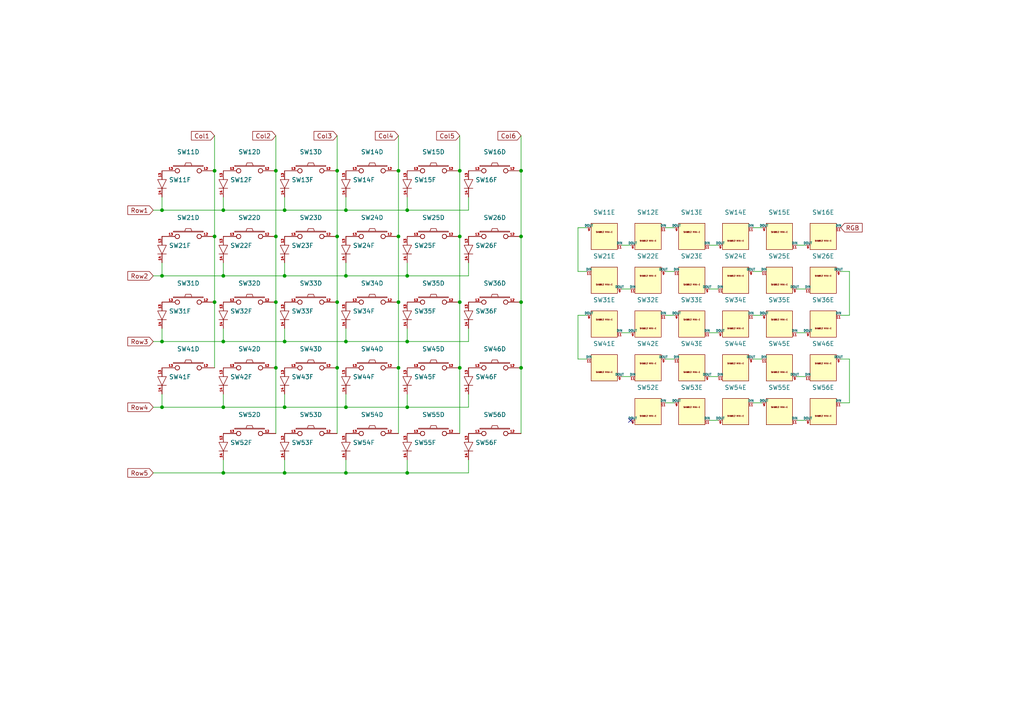
<source format=kicad_sch>
(kicad_sch (version 20211123) (generator eeschema)

  (uuid 37fac20f-c2f8-414c-82eb-be0298d34bfb)

  (paper "A4")

  (lib_symbols
    (symbol "egg58v3:SW_PUSH_LED" (pin_names (offset 0)) (in_bom yes) (on_board yes)
      (property "Reference" "SW?" (id 0) (at 0 -6.35 0)
        (effects (font (size 1.27 1.27)))
      )
      (property "Value" "SW_PUSH_LED" (id 1) (at 0 -7.62 0)
        (effects (font (size 0.635 0.635)) hide)
      )
      (property "Footprint" "egg58v2:Choc_Hotswap_SK6812MiniE" (id 2) (at 0.762 5.08 0)
        (effects (font (size 1.27 1.27)) hide)
      )
      (property "Datasheet" "" (id 3) (at 0 2.54 0)
        (effects (font (size 1.27 1.27)) hide)
      )
      (property "ki_locked" "" (id 4) (at 0 0 0)
        (effects (font (size 1.27 1.27)))
      )
      (symbol "SW_PUSH_LED_1_1"
        (rectangle (start -4.318 1.27) (end 4.318 1.524)
          (stroke (width 0) (type default) (color 0 0 0 0))
          (fill (type none))
        )
        (polyline
          (pts
            (xy -1.016 1.524)
            (xy -0.762 2.286)
            (xy 0.762 2.286)
            (xy 1.016 1.524)
          )
          (stroke (width 0) (type default) (color 0 0 0 0))
          (fill (type none))
        )
        (pin passive inverted (at 7.62 0 180) (length 5.08)
          (name "~" (effects (font (size 0.6096 0.6096))))
          (number "5" (effects (font (size 0.635 0.635))))
        )
        (pin passive inverted (at -7.62 0 0) (length 5.08)
          (name "~" (effects (font (size 0.6096 0.6096))))
          (number "6" (effects (font (size 0.635 0.635))))
        )
      )
      (symbol "SW_PUSH_LED_2_0"
        (text "SK6812 MINI-E" (at 0 -1.27 0)
          (effects (font (size 0.4064 0.4064)))
        )
      )
      (symbol "SW_PUSH_LED_2_1"
        (rectangle (start 3.81 -3.81) (end -3.81 3.81)
          (stroke (width 0) (type default) (color 0 0 0 0))
          (fill (type background))
        )
        (pin power_in line (at -5.08 2.54 0) (length 1.27) hide
          (name "VCC" (effects (font (size 0.635 0.635))))
          (number "1" (effects (font (size 0.635 0.635))))
        )
        (pin output line (at -5.08 -2.54 0) (length 1.27)
          (name "DOUT" (effects (font (size 0.635 0.635))))
          (number "2" (effects (font (size 0.635 0.635))))
        )
        (pin power_in line (at 5.08 -2.54 180) (length 1.27) hide
          (name "GND" (effects (font (size 0.635 0.635))))
          (number "3" (effects (font (size 0.635 0.635))))
        )
        (pin input line (at 5.08 2.54 180) (length 1.27)
          (name "DIN" (effects (font (size 0.635 0.635))))
          (number "4" (effects (font (size 0.635 0.635))))
        )
      )
      (symbol "SW_PUSH_LED_3_1"
        (polyline
          (pts
            (xy -1.27 -1.27)
            (xy -1.27 1.27)
          )
          (stroke (width 0) (type default) (color 0 0 0 0))
          (fill (type none))
        )
        (polyline
          (pts
            (xy -1.27 0)
            (xy 1.27 1.27)
            (xy 1.27 -1.27)
            (xy -1.27 0)
          )
          (stroke (width 0) (type default) (color 0 0 0 0))
          (fill (type none))
        )
        (pin passive line (at 3.81 0 180) (length 2.54)
          (name "~" (effects (font (size 0.6096 0.6096))))
          (number "6" (effects (font (size 0.635 0.635))))
        )
        (pin passive line (at -3.81 0 0) (length 2.54)
          (name "~" (effects (font (size 0.6096 0.6096))))
          (number "7" (effects (font (size 0.635 0.635))))
        )
      )
      (symbol "SW_PUSH_LED_4_1"
        (rectangle (start -4.318 1.27) (end 4.318 1.524)
          (stroke (width 0) (type default) (color 0 0 0 0))
          (fill (type none))
        )
        (polyline
          (pts
            (xy -1.016 1.524)
            (xy -0.762 2.286)
            (xy 0.762 2.286)
            (xy 1.016 1.524)
          )
          (stroke (width 0) (type default) (color 0 0 0 0))
          (fill (type none))
        )
        (pin passive inverted (at 7.62 0 180) (length 5.08)
          (name "~" (effects (font (size 0.6096 0.6096))))
          (number "12" (effects (font (size 0.635 0.635))))
        )
        (pin passive inverted (at -7.62 0 0) (length 5.08)
          (name "~" (effects (font (size 0.6096 0.6096))))
          (number "13" (effects (font (size 0.635 0.635))))
        )
      )
      (symbol "SW_PUSH_LED_5_0"
        (text "SK6812 MINI-E" (at 0 -1.27 0)
          (effects (font (size 0.4064 0.4064)))
        )
      )
      (symbol "SW_PUSH_LED_5_1"
        (rectangle (start 3.81 -3.81) (end -3.81 3.81)
          (stroke (width 0) (type default) (color 0 0 0 0))
          (fill (type background))
        )
        (pin power_in line (at 5.08 -2.54 180) (length 1.27) hide
          (name "GND" (effects (font (size 0.635 0.635))))
          (number "10" (effects (font (size 0.635 0.635))))
        )
        (pin input line (at 5.08 2.54 180) (length 1.27)
          (name "DIN" (effects (font (size 0.635 0.635))))
          (number "11" (effects (font (size 0.635 0.635))))
        )
        (pin power_in line (at -5.08 2.54 0) (length 1.27) hide
          (name "VCC" (effects (font (size 0.635 0.635))))
          (number "8" (effects (font (size 0.635 0.635))))
        )
        (pin output line (at -5.08 -2.54 0) (length 1.27)
          (name "DOUT" (effects (font (size 0.635 0.635))))
          (number "9" (effects (font (size 0.635 0.635))))
        )
      )
      (symbol "SW_PUSH_LED_6_1"
        (polyline
          (pts
            (xy -1.27 -1.27)
            (xy -1.27 1.27)
          )
          (stroke (width 0) (type default) (color 0 0 0 0))
          (fill (type none))
        )
        (polyline
          (pts
            (xy -1.27 0)
            (xy 1.27 1.27)
            (xy 1.27 -1.27)
            (xy -1.27 0)
          )
          (stroke (width 0) (type default) (color 0 0 0 0))
          (fill (type none))
        )
        (pin passive line (at 3.81 0 180) (length 2.54)
          (name "~" (effects (font (size 0.6096 0.6096))))
          (number "13" (effects (font (size 0.635 0.635))))
        )
        (pin passive line (at -3.81 0 0) (length 2.54)
          (name "~" (effects (font (size 0.6096 0.6096))))
          (number "14" (effects (font (size 0.635 0.635))))
        )
      )
    )
  )

  (junction (at 118.11 60.96) (diameter 0) (color 0 0 0 0)
    (uuid 0fd4d5ea-25d1-4eeb-90c4-06e60058cc08)
  )
  (junction (at 100.33 60.96) (diameter 0) (color 0 0 0 0)
    (uuid 11515b02-1147-437f-8ec4-47f6c9f4dd63)
  )
  (junction (at 118.11 137.16) (diameter 0) (color 0 0 0 0)
    (uuid 13351d67-3fd3-4b47-95ed-1d5c163f05b6)
  )
  (junction (at 82.55 137.16) (diameter 0) (color 0 0 0 0)
    (uuid 1b0d8b4e-98a8-4002-bc38-ed0396412ddf)
  )
  (junction (at 151.13 49.53) (diameter 0) (color 0 0 0 0)
    (uuid 1d786638-a829-40a5-bf6e-5a6334ae9a2b)
  )
  (junction (at 46.99 80.01) (diameter 0) (color 0 0 0 0)
    (uuid 1ee73c30-effb-4892-8927-6a189949de77)
  )
  (junction (at 118.11 99.06) (diameter 0) (color 0 0 0 0)
    (uuid 25c7d5ab-6978-4779-8440-c205bcfeb473)
  )
  (junction (at 100.33 80.01) (diameter 0) (color 0 0 0 0)
    (uuid 31cc0c1c-c4a1-4457-8485-a665140ba602)
  )
  (junction (at 82.55 60.96) (diameter 0) (color 0 0 0 0)
    (uuid 37b44b2b-1ec0-4acb-a293-becdcf8e7362)
  )
  (junction (at 151.13 106.68) (diameter 0) (color 0 0 0 0)
    (uuid 392e71ae-e3c4-4f7d-8e75-4893216903eb)
  )
  (junction (at 80.01 49.53) (diameter 0) (color 0 0 0 0)
    (uuid 3cf7cbc9-f44a-4fcb-9fef-b3a35b7959d4)
  )
  (junction (at 64.77 60.96) (diameter 0) (color 0 0 0 0)
    (uuid 45b6bcc5-a598-45eb-832e-622378801f7d)
  )
  (junction (at 80.01 106.68) (diameter 0) (color 0 0 0 0)
    (uuid 494f0ea0-7abe-47e7-85ad-f3bde7127bbe)
  )
  (junction (at 97.79 87.63) (diameter 0) (color 0 0 0 0)
    (uuid 4c15ebe9-43e8-47c5-b366-8e30e87944e6)
  )
  (junction (at 115.57 106.68) (diameter 0) (color 0 0 0 0)
    (uuid 4c9daf51-81bf-49a7-8e14-a10759cb4123)
  )
  (junction (at 100.33 137.16) (diameter 0) (color 0 0 0 0)
    (uuid 4ceb1401-cf6f-49a9-be30-6bf04902b2f3)
  )
  (junction (at 82.55 118.11) (diameter 0) (color 0 0 0 0)
    (uuid 4d7d1e8c-66a5-4cd6-a1e4-bbfec03ab220)
  )
  (junction (at 80.01 68.58) (diameter 0) (color 0 0 0 0)
    (uuid 4dc06808-bdae-49c6-8430-983c2a6614c3)
  )
  (junction (at 115.57 49.53) (diameter 0) (color 0 0 0 0)
    (uuid 4e10b1c5-1ad5-4328-801b-6505dcafb9a3)
  )
  (junction (at 100.33 118.11) (diameter 0) (color 0 0 0 0)
    (uuid 4f19d419-8814-4b88-9b67-401e6d9ddbf7)
  )
  (junction (at 97.79 49.53) (diameter 0) (color 0 0 0 0)
    (uuid 5103c207-5b88-4f4a-9b19-ca38a72a5dea)
  )
  (junction (at 118.11 118.11) (diameter 0) (color 0 0 0 0)
    (uuid 5df1bcf3-767f-4f41-be7e-8f6e48c1fafb)
  )
  (junction (at 151.13 87.63) (diameter 0) (color 0 0 0 0)
    (uuid 622a1932-d823-4008-8575-6ba3daee9424)
  )
  (junction (at 64.77 137.16) (diameter 0) (color 0 0 0 0)
    (uuid 648593fa-9e8e-4a2a-8ad9-967cbf11c402)
  )
  (junction (at 151.13 68.58) (diameter 0) (color 0 0 0 0)
    (uuid 74d57753-6d7b-448d-a532-daf16539d863)
  )
  (junction (at 97.79 68.58) (diameter 0) (color 0 0 0 0)
    (uuid 80e5410d-4fb9-4aa6-ac53-5d26a3144b60)
  )
  (junction (at 100.33 99.06) (diameter 0) (color 0 0 0 0)
    (uuid 9283f8b5-9173-4594-8b6c-f989fc238972)
  )
  (junction (at 82.55 99.06) (diameter 0) (color 0 0 0 0)
    (uuid 97184776-8f1e-448e-a509-0ea832183e5a)
  )
  (junction (at 82.55 80.01) (diameter 0) (color 0 0 0 0)
    (uuid 976a4cdb-8f87-44ad-b0aa-9b1c6aa9fd76)
  )
  (junction (at 80.01 87.63) (diameter 0) (color 0 0 0 0)
    (uuid a35e118d-7985-4e7b-a787-859de72423bc)
  )
  (junction (at 64.77 80.01) (diameter 0) (color 0 0 0 0)
    (uuid a4ee955f-54ab-47ad-b316-7a030136d030)
  )
  (junction (at 62.23 68.58) (diameter 0) (color 0 0 0 0)
    (uuid ab2b9cc4-b3df-43b8-be65-8da660bf34f2)
  )
  (junction (at 133.35 49.53) (diameter 0) (color 0 0 0 0)
    (uuid b3607688-fdb9-4b07-a239-036e99e58f22)
  )
  (junction (at 62.23 87.63) (diameter 0) (color 0 0 0 0)
    (uuid b5dd20ec-0517-4487-9d20-f5480e81ff8e)
  )
  (junction (at 46.99 60.96) (diameter 0) (color 0 0 0 0)
    (uuid b8d3ba69-85be-4e62-bda4-afabd7fe46e8)
  )
  (junction (at 133.35 106.68) (diameter 0) (color 0 0 0 0)
    (uuid c30a74ab-a77f-4f45-8dca-b95c592a8c0f)
  )
  (junction (at 46.99 99.06) (diameter 0) (color 0 0 0 0)
    (uuid c4faf088-f9ea-458c-a6f5-3d651adce2d4)
  )
  (junction (at 133.35 87.63) (diameter 0) (color 0 0 0 0)
    (uuid c59fea34-663d-4077-9243-644427fa0480)
  )
  (junction (at 64.77 99.06) (diameter 0) (color 0 0 0 0)
    (uuid c91c5e13-5481-45c0-985a-1a0b779d01b7)
  )
  (junction (at 97.79 106.68) (diameter 0) (color 0 0 0 0)
    (uuid cc2ea5c1-4a85-462e-9251-6d17bf3f90fd)
  )
  (junction (at 133.35 68.58) (diameter 0) (color 0 0 0 0)
    (uuid d65edd85-f088-4301-8d83-173d721a558c)
  )
  (junction (at 118.11 80.01) (diameter 0) (color 0 0 0 0)
    (uuid d86bb294-3230-4ebe-8723-e5459af1bde9)
  )
  (junction (at 46.99 118.11) (diameter 0) (color 0 0 0 0)
    (uuid e492f7c8-ed45-4228-bd83-f11598564e9b)
  )
  (junction (at 115.57 87.63) (diameter 0) (color 0 0 0 0)
    (uuid e64e8848-194f-449c-8bd5-1bd352599076)
  )
  (junction (at 64.77 118.11) (diameter 0) (color 0 0 0 0)
    (uuid e7f09f1f-3e29-4d2a-a3a3-2d0f42103b2d)
  )
  (junction (at 115.57 68.58) (diameter 0) (color 0 0 0 0)
    (uuid e7f1b54e-6e4c-4df5-89a3-af57c306c5da)
  )
  (junction (at 62.23 49.53) (diameter 0) (color 0 0 0 0)
    (uuid fa332fd4-e41e-415c-88c9-9e181a3edc4c)
  )

  (no_connect (at 182.88 121.92) (uuid 822f1ba7-4a0e-4cf7-9120-23d98310e328))

  (wire (pts (xy 243.84 78.74) (xy 246.38 78.74))
    (stroke (width 0) (type default) (color 0 0 0 0))
    (uuid 00a201a2-e579-4ad5-84b5-c0408f057385)
  )
  (wire (pts (xy 218.44 78.74) (xy 220.98 78.74))
    (stroke (width 0) (type default) (color 0 0 0 0))
    (uuid 044f667d-f0c5-43bc-8c30-78177b6b8571)
  )
  (wire (pts (xy 115.57 87.63) (xy 115.57 68.58))
    (stroke (width 0) (type default) (color 0 0 0 0))
    (uuid 05dc73df-dafd-4956-93c2-b7003e66ef4b)
  )
  (wire (pts (xy 218.44 104.14) (xy 220.98 104.14))
    (stroke (width 0) (type default) (color 0 0 0 0))
    (uuid 06137997-696c-4e15-a86a-99df8e7d7e3c)
  )
  (wire (pts (xy 82.55 118.11) (xy 100.33 118.11))
    (stroke (width 0) (type default) (color 0 0 0 0))
    (uuid 06a3c64c-6e68-4a0a-b1fb-524fec99bac9)
  )
  (wire (pts (xy 167.64 91.44) (xy 167.64 104.14))
    (stroke (width 0) (type default) (color 0 0 0 0))
    (uuid 09396981-86ba-4dfd-8f4e-9d6c9b570b30)
  )
  (wire (pts (xy 133.35 68.58) (xy 133.35 87.63))
    (stroke (width 0) (type default) (color 0 0 0 0))
    (uuid 09db3a4d-ca07-42aa-980c-f1ce6a99eebe)
  )
  (wire (pts (xy 97.79 39.37) (xy 97.79 49.53))
    (stroke (width 0) (type default) (color 0 0 0 0))
    (uuid 0c050340-daa2-4f49-b623-220d2aba75ff)
  )
  (wire (pts (xy 100.33 76.2) (xy 100.33 80.01))
    (stroke (width 0) (type default) (color 0 0 0 0))
    (uuid 110c1266-3d16-4256-b012-c93ebbe0b9e3)
  )
  (wire (pts (xy 64.77 60.96) (xy 82.55 60.96))
    (stroke (width 0) (type default) (color 0 0 0 0))
    (uuid 123796bd-0cee-45c2-99a4-67a353f3ad8c)
  )
  (wire (pts (xy 133.35 49.53) (xy 133.35 68.58))
    (stroke (width 0) (type default) (color 0 0 0 0))
    (uuid 127d854f-b564-49be-a16c-ce5b29e49fe4)
  )
  (wire (pts (xy 246.38 116.84) (xy 243.84 116.84))
    (stroke (width 0) (type default) (color 0 0 0 0))
    (uuid 14ad86da-2ec1-4538-95e2-2aabef10381a)
  )
  (wire (pts (xy 205.74 109.22) (xy 208.28 109.22))
    (stroke (width 0) (type default) (color 0 0 0 0))
    (uuid 18daf324-075c-40b6-85a7-58d9e23a2d1e)
  )
  (wire (pts (xy 233.68 96.52) (xy 231.14 96.52))
    (stroke (width 0) (type default) (color 0 0 0 0))
    (uuid 1d2ba838-f801-43e7-8704-9554969a4cd1)
  )
  (wire (pts (xy 118.11 95.25) (xy 118.11 99.06))
    (stroke (width 0) (type default) (color 0 0 0 0))
    (uuid 22753043-28bc-47b1-bf3c-cb63b91086b0)
  )
  (wire (pts (xy 64.77 95.25) (xy 64.77 99.06))
    (stroke (width 0) (type default) (color 0 0 0 0))
    (uuid 229726fb-90c8-445d-9eeb-abdbc83e8396)
  )
  (wire (pts (xy 80.01 49.53) (xy 80.01 68.58))
    (stroke (width 0) (type default) (color 0 0 0 0))
    (uuid 24100bac-b2c8-4147-a57e-845090c5086e)
  )
  (wire (pts (xy 220.98 116.84) (xy 218.44 116.84))
    (stroke (width 0) (type default) (color 0 0 0 0))
    (uuid 24705ebb-45ce-4750-9c71-733a755eed5e)
  )
  (wire (pts (xy 62.23 87.63) (xy 62.23 106.68))
    (stroke (width 0) (type default) (color 0 0 0 0))
    (uuid 278b80ce-59e5-496c-80c2-b31c74183b92)
  )
  (wire (pts (xy 170.18 66.04) (xy 167.64 66.04))
    (stroke (width 0) (type default) (color 0 0 0 0))
    (uuid 279463e9-6c97-444a-b5ab-1d846af9389a)
  )
  (wire (pts (xy 208.28 71.12) (xy 205.74 71.12))
    (stroke (width 0) (type default) (color 0 0 0 0))
    (uuid 281cdb61-670d-4964-8288-f8e8d22c093c)
  )
  (wire (pts (xy 100.33 137.16) (xy 118.11 137.16))
    (stroke (width 0) (type default) (color 0 0 0 0))
    (uuid 289f5429-4bc5-4e56-b097-5e6bbbd0d7c8)
  )
  (wire (pts (xy 46.99 118.11) (xy 64.77 118.11))
    (stroke (width 0) (type default) (color 0 0 0 0))
    (uuid 29200049-713b-4301-aa2f-4fa015a1f87d)
  )
  (wire (pts (xy 118.11 114.3) (xy 118.11 118.11))
    (stroke (width 0) (type default) (color 0 0 0 0))
    (uuid 2b0e5285-724e-4a25-b324-091d1d704414)
  )
  (wire (pts (xy 220.98 91.44) (xy 218.44 91.44))
    (stroke (width 0) (type default) (color 0 0 0 0))
    (uuid 2c0b4b6c-e38a-4b34-a78f-95fe96086d92)
  )
  (wire (pts (xy 46.99 57.15) (xy 46.99 60.96))
    (stroke (width 0) (type default) (color 0 0 0 0))
    (uuid 2cd70f9b-bbe8-471b-b0d3-11d7310a9fa9)
  )
  (wire (pts (xy 82.55 114.3) (xy 82.55 118.11))
    (stroke (width 0) (type default) (color 0 0 0 0))
    (uuid 2ec89ae6-d0c8-465a-be36-2f787afe5390)
  )
  (wire (pts (xy 133.35 87.63) (xy 133.35 106.68))
    (stroke (width 0) (type default) (color 0 0 0 0))
    (uuid 318c3162-b7b5-4899-aa3c-d3809e4317c9)
  )
  (wire (pts (xy 97.79 49.53) (xy 97.79 68.58))
    (stroke (width 0) (type default) (color 0 0 0 0))
    (uuid 3287df38-ca53-440b-8190-d7becfb66767)
  )
  (wire (pts (xy 44.45 137.16) (xy 64.77 137.16))
    (stroke (width 0) (type default) (color 0 0 0 0))
    (uuid 32e8a95d-8e7c-42b3-b73f-c84a4ca75a8e)
  )
  (wire (pts (xy 118.11 76.2) (xy 118.11 80.01))
    (stroke (width 0) (type default) (color 0 0 0 0))
    (uuid 333c9665-3db7-4a16-bc97-8b65cbd56e9c)
  )
  (wire (pts (xy 62.23 68.58) (xy 62.23 87.63))
    (stroke (width 0) (type default) (color 0 0 0 0))
    (uuid 3358ae80-831f-4dff-81fb-caa22eda9e4b)
  )
  (wire (pts (xy 167.64 78.74) (xy 170.18 78.74))
    (stroke (width 0) (type default) (color 0 0 0 0))
    (uuid 34fab8c1-a608-4ede-ace3-8499ac391d00)
  )
  (wire (pts (xy 80.01 87.63) (xy 80.01 68.58))
    (stroke (width 0) (type default) (color 0 0 0 0))
    (uuid 351cc22f-61be-40d1-8d79-aa3280293978)
  )
  (wire (pts (xy 118.11 133.35) (xy 118.11 137.16))
    (stroke (width 0) (type default) (color 0 0 0 0))
    (uuid 3b2086cc-a787-4f0c-aae2-61720e60b1e5)
  )
  (wire (pts (xy 182.88 83.82) (xy 180.34 83.82))
    (stroke (width 0) (type default) (color 0 0 0 0))
    (uuid 3eb93b75-e123-49b6-b533-a6763ffdee5e)
  )
  (wire (pts (xy 46.99 76.2) (xy 46.99 80.01))
    (stroke (width 0) (type default) (color 0 0 0 0))
    (uuid 41a68ffc-0699-4f95-a4e7-f93800b3e720)
  )
  (wire (pts (xy 80.01 39.37) (xy 80.01 49.53))
    (stroke (width 0) (type default) (color 0 0 0 0))
    (uuid 42af342b-8c1d-48f8-ba65-f0b754bbc3f5)
  )
  (wire (pts (xy 62.23 49.53) (xy 62.23 68.58))
    (stroke (width 0) (type default) (color 0 0 0 0))
    (uuid 439847e0-5431-472c-9952-cbef0cb2db0f)
  )
  (wire (pts (xy 118.11 60.96) (xy 135.89 60.96))
    (stroke (width 0) (type default) (color 0 0 0 0))
    (uuid 442a9479-45e4-4d9b-9052-971ad8c80460)
  )
  (wire (pts (xy 135.89 57.15) (xy 135.89 60.96))
    (stroke (width 0) (type default) (color 0 0 0 0))
    (uuid 47c7b399-dc13-4c1c-9f48-02e1a28319c3)
  )
  (wire (pts (xy 82.55 95.25) (xy 82.55 99.06))
    (stroke (width 0) (type default) (color 0 0 0 0))
    (uuid 481e5bc5-76a3-4db9-af2f-7a3306cd3c21)
  )
  (wire (pts (xy 46.99 60.96) (xy 64.77 60.96))
    (stroke (width 0) (type default) (color 0 0 0 0))
    (uuid 488fed6f-df2d-41bd-a47d-cf44978c8b20)
  )
  (wire (pts (xy 208.28 121.92) (xy 205.74 121.92))
    (stroke (width 0) (type default) (color 0 0 0 0))
    (uuid 4f2bff8b-5325-40f6-8c43-9b78c29071c5)
  )
  (wire (pts (xy 133.35 39.37) (xy 133.35 49.53))
    (stroke (width 0) (type default) (color 0 0 0 0))
    (uuid 518cd3d8-e5b8-408b-b112-16e2c0263f44)
  )
  (wire (pts (xy 100.33 133.35) (xy 100.33 137.16))
    (stroke (width 0) (type default) (color 0 0 0 0))
    (uuid 565b1de7-e016-4e76-991d-fa7bb38493d9)
  )
  (wire (pts (xy 64.77 137.16) (xy 82.55 137.16))
    (stroke (width 0) (type default) (color 0 0 0 0))
    (uuid 5688e85a-e047-4dd1-b612-4767245c0479)
  )
  (wire (pts (xy 64.77 57.15) (xy 64.77 60.96))
    (stroke (width 0) (type default) (color 0 0 0 0))
    (uuid 59910af8-0008-4fe0-9a84-74a7bbee7bfa)
  )
  (wire (pts (xy 46.99 80.01) (xy 44.45 80.01))
    (stroke (width 0) (type default) (color 0 0 0 0))
    (uuid 59d08709-5513-489f-a248-afba766d6d18)
  )
  (wire (pts (xy 62.23 39.37) (xy 62.23 49.53))
    (stroke (width 0) (type default) (color 0 0 0 0))
    (uuid 5a8e223c-c424-4989-811a-34f6ef40c82e)
  )
  (wire (pts (xy 182.88 71.12) (xy 180.34 71.12))
    (stroke (width 0) (type default) (color 0 0 0 0))
    (uuid 5c192978-4b06-4a9d-808c-62d2c72660f2)
  )
  (wire (pts (xy 100.33 118.11) (xy 118.11 118.11))
    (stroke (width 0) (type default) (color 0 0 0 0))
    (uuid 5d663657-b771-4cf8-b8ef-b835d9a63dc7)
  )
  (wire (pts (xy 246.38 104.14) (xy 246.38 116.84))
    (stroke (width 0) (type default) (color 0 0 0 0))
    (uuid 5fe9a0d8-4f7d-458d-a2e1-16eb08d1ef69)
  )
  (wire (pts (xy 246.38 78.74) (xy 246.38 91.44))
    (stroke (width 0) (type default) (color 0 0 0 0))
    (uuid 66a98e06-19a6-4391-ab4a-273bf0f0e871)
  )
  (wire (pts (xy 46.99 114.3) (xy 46.99 118.11))
    (stroke (width 0) (type default) (color 0 0 0 0))
    (uuid 6814d6df-802d-406d-9ba8-760b46b50113)
  )
  (wire (pts (xy 82.55 133.35) (xy 82.55 137.16))
    (stroke (width 0) (type default) (color 0 0 0 0))
    (uuid 6b48aa8c-22e3-465a-b160-06c125ff3006)
  )
  (wire (pts (xy 115.57 39.37) (xy 115.57 49.53))
    (stroke (width 0) (type default) (color 0 0 0 0))
    (uuid 6b90d035-29ce-42ae-aff4-1090b7f26657)
  )
  (wire (pts (xy 115.57 87.63) (xy 115.57 106.68))
    (stroke (width 0) (type default) (color 0 0 0 0))
    (uuid 6d859cbd-d7bf-4d15-a17f-adaa6276c7ba)
  )
  (wire (pts (xy 135.89 133.35) (xy 135.89 137.16))
    (stroke (width 0) (type default) (color 0 0 0 0))
    (uuid 6fdc9c16-15a2-4935-adef-8ea793a2078a)
  )
  (wire (pts (xy 64.77 133.35) (xy 64.77 137.16))
    (stroke (width 0) (type default) (color 0 0 0 0))
    (uuid 708806aa-6b05-41cf-8e99-00daf0c4ba73)
  )
  (wire (pts (xy 193.04 104.14) (xy 195.58 104.14))
    (stroke (width 0) (type default) (color 0 0 0 0))
    (uuid 74221598-cf1e-4c33-b7b0-20bc3b266974)
  )
  (wire (pts (xy 135.89 95.25) (xy 135.89 99.06))
    (stroke (width 0) (type default) (color 0 0 0 0))
    (uuid 744c0c9f-9b26-4411-918c-9a26f194b47b)
  )
  (wire (pts (xy 46.99 60.96) (xy 44.45 60.96))
    (stroke (width 0) (type default) (color 0 0 0 0))
    (uuid 77a09657-554d-4cbf-aaef-4d657b592ec2)
  )
  (wire (pts (xy 220.98 66.04) (xy 218.44 66.04))
    (stroke (width 0) (type default) (color 0 0 0 0))
    (uuid 7be16cb6-a251-4324-be52-efbae5549914)
  )
  (wire (pts (xy 135.89 114.3) (xy 135.89 118.11))
    (stroke (width 0) (type default) (color 0 0 0 0))
    (uuid 7cf83ade-0792-4d46-ae8e-177e3aa44b7d)
  )
  (wire (pts (xy 82.55 80.01) (xy 100.33 80.01))
    (stroke (width 0) (type default) (color 0 0 0 0))
    (uuid 87ca77b8-bd35-44f2-8b81-4884cfdb33c0)
  )
  (wire (pts (xy 100.33 99.06) (xy 118.11 99.06))
    (stroke (width 0) (type default) (color 0 0 0 0))
    (uuid 8868e4c7-b4fa-4c98-8b34-d5380ea42d73)
  )
  (wire (pts (xy 118.11 99.06) (xy 135.89 99.06))
    (stroke (width 0) (type default) (color 0 0 0 0))
    (uuid 8ab0881f-4bd7-4096-95f0-8119ebae612f)
  )
  (wire (pts (xy 46.99 99.06) (xy 64.77 99.06))
    (stroke (width 0) (type default) (color 0 0 0 0))
    (uuid 8ca928a6-2dfc-4761-8ff9-77bbc54ee02d)
  )
  (wire (pts (xy 243.84 104.14) (xy 246.38 104.14))
    (stroke (width 0) (type default) (color 0 0 0 0))
    (uuid 8d3e82fb-0fab-4571-855a-35db1b8d7fac)
  )
  (wire (pts (xy 64.77 76.2) (xy 64.77 80.01))
    (stroke (width 0) (type default) (color 0 0 0 0))
    (uuid 95a3958a-58bd-4c17-9bba-009ae895d2fd)
  )
  (wire (pts (xy 64.77 118.11) (xy 82.55 118.11))
    (stroke (width 0) (type default) (color 0 0 0 0))
    (uuid 95d1454b-74ed-4f91-b83a-7e0c35c733bb)
  )
  (wire (pts (xy 231.14 83.82) (xy 233.68 83.82))
    (stroke (width 0) (type default) (color 0 0 0 0))
    (uuid 963b986e-5888-438e-af12-12f0f48437b2)
  )
  (wire (pts (xy 231.14 109.22) (xy 233.68 109.22))
    (stroke (width 0) (type default) (color 0 0 0 0))
    (uuid 97a5fb93-ce6b-48e8-8494-17a8e5414f0e)
  )
  (wire (pts (xy 100.33 80.01) (xy 118.11 80.01))
    (stroke (width 0) (type default) (color 0 0 0 0))
    (uuid 9c48e29c-7004-4a52-bbb6-1c5a9e169f31)
  )
  (wire (pts (xy 195.58 116.84) (xy 193.04 116.84))
    (stroke (width 0) (type default) (color 0 0 0 0))
    (uuid 9d2d688a-be7c-455d-b2c9-55c7217d8c5a)
  )
  (wire (pts (xy 64.77 80.01) (xy 82.55 80.01))
    (stroke (width 0) (type default) (color 0 0 0 0))
    (uuid 9d5fcf61-240a-4e81-8fed-5d974641c77f)
  )
  (wire (pts (xy 100.33 114.3) (xy 100.33 118.11))
    (stroke (width 0) (type default) (color 0 0 0 0))
    (uuid 9f814cb7-0ef6-48d5-a40e-5ed6bfc0e5ad)
  )
  (wire (pts (xy 193.04 78.74) (xy 195.58 78.74))
    (stroke (width 0) (type default) (color 0 0 0 0))
    (uuid 9fdb367d-e428-4809-8da6-03612d31c055)
  )
  (wire (pts (xy 97.79 87.63) (xy 97.79 68.58))
    (stroke (width 0) (type default) (color 0 0 0 0))
    (uuid a022ea18-8779-41e2-8740-76e603bb7cbd)
  )
  (wire (pts (xy 80.01 87.63) (xy 80.01 106.68))
    (stroke (width 0) (type default) (color 0 0 0 0))
    (uuid a0943ef0-21b6-4eb0-bbbf-28964c56b35a)
  )
  (wire (pts (xy 82.55 76.2) (xy 82.55 80.01))
    (stroke (width 0) (type default) (color 0 0 0 0))
    (uuid a1895721-209e-4185-bb7c-65070d451ffd)
  )
  (wire (pts (xy 100.33 95.25) (xy 100.33 99.06))
    (stroke (width 0) (type default) (color 0 0 0 0))
    (uuid a2ee60bc-848b-438f-a786-348752156a07)
  )
  (wire (pts (xy 151.13 68.58) (xy 151.13 87.63))
    (stroke (width 0) (type default) (color 0 0 0 0))
    (uuid a4321c23-fe5f-4b46-a0e0-7939c3729faf)
  )
  (wire (pts (xy 180.34 109.22) (xy 182.88 109.22))
    (stroke (width 0) (type default) (color 0 0 0 0))
    (uuid a6527eb0-98ff-46f1-82e5-f78f94c20539)
  )
  (wire (pts (xy 195.58 66.04) (xy 193.04 66.04))
    (stroke (width 0) (type default) (color 0 0 0 0))
    (uuid a6a1bbc2-e037-4ec4-aa79-44a320493221)
  )
  (wire (pts (xy 82.55 137.16) (xy 100.33 137.16))
    (stroke (width 0) (type default) (color 0 0 0 0))
    (uuid a981806e-0bcd-4071-b850-3ecfb8ab4883)
  )
  (wire (pts (xy 46.99 118.11) (xy 44.45 118.11))
    (stroke (width 0) (type default) (color 0 0 0 0))
    (uuid adee76dd-fcd2-4e1a-a834-4598622dda69)
  )
  (wire (pts (xy 118.11 57.15) (xy 118.11 60.96))
    (stroke (width 0) (type default) (color 0 0 0 0))
    (uuid af2eb55e-249f-429c-865e-927a5ac02c94)
  )
  (wire (pts (xy 195.58 91.44) (xy 193.04 91.44))
    (stroke (width 0) (type default) (color 0 0 0 0))
    (uuid b0419d2a-0569-4ea7-be42-6ffa487e56d3)
  )
  (wire (pts (xy 64.77 99.06) (xy 82.55 99.06))
    (stroke (width 0) (type default) (color 0 0 0 0))
    (uuid b4441063-971a-441b-aaea-e6c4661acb28)
  )
  (wire (pts (xy 167.64 104.14) (xy 170.18 104.14))
    (stroke (width 0) (type default) (color 0 0 0 0))
    (uuid b5375e5e-0ab0-4e54-83b0-c753b4360381)
  )
  (wire (pts (xy 46.99 80.01) (xy 64.77 80.01))
    (stroke (width 0) (type default) (color 0 0 0 0))
    (uuid b7aee34d-09ef-4e21-8040-a3f7cb9ffa2b)
  )
  (wire (pts (xy 233.68 71.12) (xy 231.14 71.12))
    (stroke (width 0) (type default) (color 0 0 0 0))
    (uuid b8984005-7e98-4251-88de-45a5788f3485)
  )
  (wire (pts (xy 133.35 106.68) (xy 133.35 125.73))
    (stroke (width 0) (type default) (color 0 0 0 0))
    (uuid b8ae63e4-0e15-48f6-b684-ea90b7a7712b)
  )
  (wire (pts (xy 82.55 99.06) (xy 100.33 99.06))
    (stroke (width 0) (type default) (color 0 0 0 0))
    (uuid ba5c6d16-9da3-4a24-b89b-2019da86a0c7)
  )
  (wire (pts (xy 64.77 114.3) (xy 64.77 118.11))
    (stroke (width 0) (type default) (color 0 0 0 0))
    (uuid bec1ad8c-2c79-4f5b-8044-14ead6abaacf)
  )
  (wire (pts (xy 82.55 57.15) (xy 82.55 60.96))
    (stroke (width 0) (type default) (color 0 0 0 0))
    (uuid c8ac59eb-e357-41a5-b377-cd354714614d)
  )
  (wire (pts (xy 115.57 106.68) (xy 115.57 125.73))
    (stroke (width 0) (type default) (color 0 0 0 0))
    (uuid cd802939-391e-4ae3-ae44-eb4237ead7d2)
  )
  (wire (pts (xy 170.18 91.44) (xy 167.64 91.44))
    (stroke (width 0) (type default) (color 0 0 0 0))
    (uuid ce8998e7-e464-41cd-9c9a-383ae53804ae)
  )
  (wire (pts (xy 100.33 57.15) (xy 100.33 60.96))
    (stroke (width 0) (type default) (color 0 0 0 0))
    (uuid d2c8112d-b7d0-4624-8d40-c35f1b178189)
  )
  (wire (pts (xy 80.01 106.68) (xy 80.01 125.73))
    (stroke (width 0) (type default) (color 0 0 0 0))
    (uuid d97863fc-cc88-4bf6-9881-d73ab84417c0)
  )
  (wire (pts (xy 115.57 49.53) (xy 115.57 68.58))
    (stroke (width 0) (type default) (color 0 0 0 0))
    (uuid da79c95f-000f-499c-b6b4-42f5e4a56dbe)
  )
  (wire (pts (xy 97.79 87.63) (xy 97.79 106.68))
    (stroke (width 0) (type default) (color 0 0 0 0))
    (uuid e0c01acd-f8b3-43c0-95bc-5611155f812b)
  )
  (wire (pts (xy 135.89 76.2) (xy 135.89 80.01))
    (stroke (width 0) (type default) (color 0 0 0 0))
    (uuid e2333e5b-63e3-47f4-996e-e857d6bec9e2)
  )
  (wire (pts (xy 118.11 118.11) (xy 135.89 118.11))
    (stroke (width 0) (type default) (color 0 0 0 0))
    (uuid e241801a-d7dc-4c6f-83b3-58b5b2663d26)
  )
  (wire (pts (xy 151.13 87.63) (xy 151.13 106.68))
    (stroke (width 0) (type default) (color 0 0 0 0))
    (uuid e99dc32c-a3c7-43c4-a0f3-f674d947ec15)
  )
  (wire (pts (xy 100.33 60.96) (xy 118.11 60.96))
    (stroke (width 0) (type default) (color 0 0 0 0))
    (uuid ea156638-5503-46f7-8c4f-58b829b66a47)
  )
  (wire (pts (xy 246.38 91.44) (xy 243.84 91.44))
    (stroke (width 0) (type default) (color 0 0 0 0))
    (uuid ee256290-2436-4fae-b0e2-7f9d370ef4db)
  )
  (wire (pts (xy 46.99 95.25) (xy 46.99 99.06))
    (stroke (width 0) (type default) (color 0 0 0 0))
    (uuid f0619732-3523-49ed-ada4-ad403c53eb0c)
  )
  (wire (pts (xy 46.99 99.06) (xy 44.45 99.06))
    (stroke (width 0) (type default) (color 0 0 0 0))
    (uuid f43b6af3-fcc5-488b-8743-0182906c384c)
  )
  (wire (pts (xy 205.74 83.82) (xy 208.28 83.82))
    (stroke (width 0) (type default) (color 0 0 0 0))
    (uuid f46e1f0d-1e5d-47fd-8db2-052586ba3882)
  )
  (wire (pts (xy 97.79 106.68) (xy 97.79 125.73))
    (stroke (width 0) (type default) (color 0 0 0 0))
    (uuid f47ca4cc-c08e-4318-a7a2-42d7fbdd83dd)
  )
  (wire (pts (xy 151.13 106.68) (xy 151.13 125.73))
    (stroke (width 0) (type default) (color 0 0 0 0))
    (uuid f4defb07-1055-4d88-a811-6fdb0894cc3d)
  )
  (wire (pts (xy 233.68 121.92) (xy 231.14 121.92))
    (stroke (width 0) (type default) (color 0 0 0 0))
    (uuid f548bf2e-a273-4cb6-b5d3-c3a6bbeb2b91)
  )
  (wire (pts (xy 208.28 96.52) (xy 205.74 96.52))
    (stroke (width 0) (type default) (color 0 0 0 0))
    (uuid f70d0755-07df-46a7-905d-e3864897cd16)
  )
  (wire (pts (xy 82.55 60.96) (xy 100.33 60.96))
    (stroke (width 0) (type default) (color 0 0 0 0))
    (uuid f84e90fe-3e0e-4b43-8b58-db5441c39984)
  )
  (wire (pts (xy 182.88 96.52) (xy 180.34 96.52))
    (stroke (width 0) (type default) (color 0 0 0 0))
    (uuid f889e846-85f1-419d-b970-d23550a86aa8)
  )
  (wire (pts (xy 151.13 49.53) (xy 151.13 68.58))
    (stroke (width 0) (type default) (color 0 0 0 0))
    (uuid f917db82-55cc-4a19-ac9d-a20063ce3e7e)
  )
  (wire (pts (xy 167.64 66.04) (xy 167.64 78.74))
    (stroke (width 0) (type default) (color 0 0 0 0))
    (uuid f9b25c7e-0b23-4620-8139-59234601de6d)
  )
  (wire (pts (xy 118.11 137.16) (xy 135.89 137.16))
    (stroke (width 0) (type default) (color 0 0 0 0))
    (uuid fa3b82c1-3d19-44d6-9972-7d56507c0596)
  )
  (wire (pts (xy 118.11 80.01) (xy 135.89 80.01))
    (stroke (width 0) (type default) (color 0 0 0 0))
    (uuid fbdefeb9-b936-469a-ac8f-77014a465c02)
  )
  (wire (pts (xy 151.13 39.37) (xy 151.13 49.53))
    (stroke (width 0) (type default) (color 0 0 0 0))
    (uuid fc73a5ad-2b7d-4eb9-8bc3-c45e0d32563e)
  )

  (global_label "Col1" (shape input) (at 62.23 39.37 180) (fields_autoplaced)
    (effects (font (size 1.27 1.27)) (justify right))
    (uuid 083b3105-202f-4bb6-a69e-34fd666117cf)
    (property "Intersheet References" "${INTERSHEET_REFS}" (id 0) (at -129.54 22.86 0)
      (effects (font (size 1.27 1.27)) hide)
    )
  )
  (global_label "Row1" (shape input) (at 44.45 60.96 180) (fields_autoplaced)
    (effects (font (size 1.27 1.27)) (justify right))
    (uuid 1028e7a0-af75-44ca-b124-24e54cb659ef)
    (property "Intersheet References" "${INTERSHEET_REFS}" (id 0) (at -129.54 22.86 0)
      (effects (font (size 1.27 1.27)) hide)
    )
  )
  (global_label "Row3" (shape input) (at 44.45 99.06 180) (fields_autoplaced)
    (effects (font (size 1.27 1.27)) (justify right))
    (uuid 25521257-1bfa-4911-8719-b07612010b5e)
    (property "Intersheet References" "${INTERSHEET_REFS}" (id 0) (at -129.54 22.86 0)
      (effects (font (size 1.27 1.27)) hide)
    )
  )
  (global_label "Col6" (shape input) (at 151.13 39.37 180) (fields_autoplaced)
    (effects (font (size 1.27 1.27)) (justify right))
    (uuid 2e2902c7-3cdc-473f-a688-7725e507867a)
    (property "Intersheet References" "${INTERSHEET_REFS}" (id 0) (at -129.54 22.86 0)
      (effects (font (size 1.27 1.27)) hide)
    )
  )
  (global_label "Row5" (shape input) (at 44.45 137.16 180) (fields_autoplaced)
    (effects (font (size 1.27 1.27)) (justify right))
    (uuid 30fe4d19-abdc-4fa5-8842-d04e33e90e6c)
    (property "Intersheet References" "${INTERSHEET_REFS}" (id 0) (at -129.54 22.86 0)
      (effects (font (size 1.27 1.27)) hide)
    )
  )
  (global_label "Col3" (shape input) (at 97.79 39.37 180) (fields_autoplaced)
    (effects (font (size 1.27 1.27)) (justify right))
    (uuid 314482a9-c832-47ee-8574-691a9651799e)
    (property "Intersheet References" "${INTERSHEET_REFS}" (id 0) (at -129.54 22.86 0)
      (effects (font (size 1.27 1.27)) hide)
    )
  )
  (global_label "Col5" (shape input) (at 133.35 39.37 180) (fields_autoplaced)
    (effects (font (size 1.27 1.27)) (justify right))
    (uuid 399871a4-3dc4-4ff0-be9d-cd9fa5208b5b)
    (property "Intersheet References" "${INTERSHEET_REFS}" (id 0) (at -129.54 22.86 0)
      (effects (font (size 1.27 1.27)) hide)
    )
  )
  (global_label "Col4" (shape input) (at 115.57 39.37 180) (fields_autoplaced)
    (effects (font (size 1.27 1.27)) (justify right))
    (uuid 605ecc79-b68d-4fe7-afc7-4c7339f5eb02)
    (property "Intersheet References" "${INTERSHEET_REFS}" (id 0) (at -129.54 22.86 0)
      (effects (font (size 1.27 1.27)) hide)
    )
  )
  (global_label "Row4" (shape input) (at 44.45 118.11 180) (fields_autoplaced)
    (effects (font (size 1.27 1.27)) (justify right))
    (uuid 7106f044-61d6-4296-8f85-edaeb7280536)
    (property "Intersheet References" "${INTERSHEET_REFS}" (id 0) (at -129.54 22.86 0)
      (effects (font (size 1.27 1.27)) hide)
    )
  )
  (global_label "Row2" (shape input) (at 44.45 80.01 180) (fields_autoplaced)
    (effects (font (size 1.27 1.27)) (justify right))
    (uuid a5c22178-5681-41a0-9f2b-680a8ec7f44d)
    (property "Intersheet References" "${INTERSHEET_REFS}" (id 0) (at -129.54 22.86 0)
      (effects (font (size 1.27 1.27)) hide)
    )
  )
  (global_label "RGB" (shape input) (at 243.84 66.04 0) (fields_autoplaced)
    (effects (font (size 1.27 1.27)) (justify left))
    (uuid dcef30a1-26bd-4eb2-9c4c-e95da8818941)
    (property "Intersheet References" "${INTERSHEET_REFS}" (id 0) (at 144.78 -52.07 0)
      (effects (font (size 1.27 1.27)) hide)
    )
  )
  (global_label "Col2" (shape input) (at 80.01 39.37 180) (fields_autoplaced)
    (effects (font (size 1.27 1.27)) (justify right))
    (uuid eb1002b3-78ce-43ff-8ba4-a0f7cc1ff4a2)
    (property "Intersheet References" "${INTERSHEET_REFS}" (id 0) (at -129.54 22.86 0)
      (effects (font (size 1.27 1.27)) hide)
    )
  )

  (symbol (lib_id "egg58v3:SW_PUSH_LED") (at 213.36 93.98 0) (unit 5)
    (in_bom yes) (on_board yes)
    (uuid 00945ce8-e83f-4d18-9052-e2cad0a0b539)
    (property "Reference" "SW34" (id 0) (at 213.36 86.995 0))
    (property "Value" "SW_PUSH_LED" (id 1) (at 213.36 101.6 0)
      (effects (font (size 0.635 0.635)) hide)
    )
    (property "Footprint" "egg58v2:Choc_Hotswap_SK6812MiniE" (id 2) (at 214.122 88.9 0)
      (effects (font (size 1.27 1.27)) hide)
    )
    (property "Datasheet" "" (id 3) (at 213.36 91.44 0)
      (effects (font (size 1.27 1.27)) hide)
    )
    (pin "5" (uuid 630ec21f-66c1-4ecf-9fdb-e86c274fe817))
    (pin "6" (uuid fb1885b5-213c-4061-917c-d766ca446f31))
    (pin "1" (uuid 86e5acae-8119-4101-a185-3a78f45569b4))
    (pin "2" (uuid 7c3d02f1-e4d4-4b10-a324-d14da9d1e475))
    (pin "3" (uuid 98a2524f-02e8-4b58-a470-58bfedb1e2d2))
    (pin "4" (uuid 9ed86772-f059-4b62-bed7-0717dc30587b))
    (pin "6" (uuid fb1885b5-213c-4061-917c-d766ca446f31))
    (pin "7" (uuid faeec540-9cfe-4d06-8aa3-5b27436e425a))
    (pin "12" (uuid beba0eb1-417d-478f-a308-dd14af3a192e))
    (pin "13" (uuid 1d129d8a-1e65-400a-80a3-14b6dbb525f6))
    (pin "10" (uuid ddfe095c-3d51-4a11-b986-2bdf8c76d212))
    (pin "11" (uuid c41acb07-9107-4558-9e38-c94a96e814d1))
    (pin "8" (uuid 252a173b-24bc-4dcc-a5c9-8e67d732ec1a))
    (pin "9" (uuid 1940abc6-00d3-43d1-8e28-15f8b0f8500c))
    (pin "13" (uuid 1d129d8a-1e65-400a-80a3-14b6dbb525f6))
    (pin "14" (uuid c0b35c1c-f4fa-4ae7-b583-51d3965d8df7))
  )

  (symbol (lib_id "egg58v3:SW_PUSH_LED") (at 118.11 91.44 90) (unit 6)
    (in_bom yes) (on_board yes)
    (uuid 0208cf23-1b27-4757-812e-4ddfdb2895b5)
    (property "Reference" "SW35" (id 0) (at 120.1166 90.2716 90)
      (effects (font (size 1.27 1.27)) (justify right))
    )
    (property "Value" "SW_PUSH_LED" (id 1) (at 125.73 91.44 0)
      (effects (font (size 0.635 0.635)) hide)
    )
    (property "Footprint" "egg58v2:Choc_Hotswap_SK6812MiniE" (id 2) (at 113.03 90.678 0)
      (effects (font (size 1.27 1.27)) hide)
    )
    (property "Datasheet" "" (id 3) (at 115.57 91.44 0)
      (effects (font (size 1.27 1.27)) hide)
    )
    (pin "5" (uuid e1b74490-f6cb-43ac-be0a-8e815d936470))
    (pin "6" (uuid e14b699a-fde0-49d3-be51-159e9b943c89))
    (pin "1" (uuid c5fc6953-7613-4679-8f9c-2b591900bb5f))
    (pin "2" (uuid bed020ff-2749-432d-a0e6-eee6996541b5))
    (pin "3" (uuid 317697c8-192f-47c6-b125-74993d0ed03c))
    (pin "4" (uuid 09e8ef17-d573-4754-8421-1a27fbebab13))
    (pin "6" (uuid e14b699a-fde0-49d3-be51-159e9b943c89))
    (pin "7" (uuid b27f51f5-6763-4da2-965f-bc7a220d6dac))
    (pin "12" (uuid c1844bbf-7c49-4b3c-87cf-c38ca58995b6))
    (pin "13" (uuid 97822f51-d71f-4bef-bae0-25e5b4b975f3))
    (pin "10" (uuid c0c53139-5aec-4789-be1c-7d2d24b11294))
    (pin "11" (uuid edfee97e-16d4-415f-9bbc-cacf7bc7fda8))
    (pin "8" (uuid 00334ff0-09b7-43ed-9c1e-edf0ab46c1f2))
    (pin "9" (uuid 94c7efb4-e2e5-49fc-bdf6-bf738848f46e))
    (pin "13" (uuid 97822f51-d71f-4bef-bae0-25e5b4b975f3))
    (pin "14" (uuid 3aec7f59-0d82-4658-b8b5-b4985c7dc07f))
  )

  (symbol (lib_id "egg58v3:SW_PUSH_LED") (at 90.17 49.53 0) (unit 4)
    (in_bom yes) (on_board yes)
    (uuid 023ded13-59a9-41cb-a6e2-3e03030e1c6d)
    (property "Reference" "SW13" (id 0) (at 90.17 44.069 0))
    (property "Value" "SW_PUSH_LED" (id 1) (at 90.17 57.15 0)
      (effects (font (size 0.635 0.635)) hide)
    )
    (property "Footprint" "egg58v2:Choc_Hotswap_SK6812MiniE" (id 2) (at 90.932 44.45 0)
      (effects (font (size 1.27 1.27)) hide)
    )
    (property "Datasheet" "" (id 3) (at 90.17 46.99 0)
      (effects (font (size 1.27 1.27)) hide)
    )
    (pin "5" (uuid 7bb2225c-242c-44bc-9473-c6c8204c0b04))
    (pin "6" (uuid 1c7be3be-04b0-4707-b886-876fc0002a42))
    (pin "1" (uuid 9322cc01-106c-4903-b97e-15aae9f010de))
    (pin "2" (uuid 22c78e8b-57a3-42b2-9409-b141c3ef6ea6))
    (pin "3" (uuid 92d6fb5d-b124-4899-94bf-027feb3a1f56))
    (pin "4" (uuid 725f823e-2825-49ef-8242-7ed6325b4327))
    (pin "6" (uuid 1c7be3be-04b0-4707-b886-876fc0002a42))
    (pin "7" (uuid c8e9c800-6913-4a69-bb24-a3fc3343cc2e))
    (pin "12" (uuid df37d0de-73e3-415e-b095-abfa8df85cab))
    (pin "13" (uuid 6ff00560-c9ab-4873-9091-634687e0da0f))
    (pin "10" (uuid 019ccb04-3fa4-45d7-af8c-c89c25fba3e5))
    (pin "11" (uuid 6c6df404-8f10-492b-9cf6-189b16695001))
    (pin "8" (uuid 6f9bd1e1-7e2e-4d00-8e42-042b8d986794))
    (pin "9" (uuid 9d08e84f-313a-482c-81db-444fae42d847))
    (pin "13" (uuid 6ff00560-c9ab-4873-9091-634687e0da0f))
    (pin "14" (uuid 3e5eefe0-ce17-47fe-9791-77e622570902))
  )

  (symbol (lib_id "egg58v3:SW_PUSH_LED") (at 107.95 49.53 0) (unit 4)
    (in_bom yes) (on_board yes)
    (uuid 048f0fda-e969-4b17-afff-fcfe4845bce7)
    (property "Reference" "SW14" (id 0) (at 107.95 44.069 0))
    (property "Value" "SW_PUSH_LED" (id 1) (at 107.95 57.15 0)
      (effects (font (size 0.635 0.635)) hide)
    )
    (property "Footprint" "egg58v2:Choc_Hotswap_SK6812MiniE" (id 2) (at 108.712 44.45 0)
      (effects (font (size 1.27 1.27)) hide)
    )
    (property "Datasheet" "" (id 3) (at 107.95 46.99 0)
      (effects (font (size 1.27 1.27)) hide)
    )
    (pin "5" (uuid 8f3863a5-83df-4b06-9092-390cd8bd3364))
    (pin "6" (uuid b121f4bf-3ec9-4cf2-8ea7-2e5aac728a5f))
    (pin "1" (uuid 2ab52ffd-7774-4718-a845-fca6441adf71))
    (pin "2" (uuid 0d9a811a-7ff7-4141-880c-98df98993c1f))
    (pin "3" (uuid 320573f0-97fd-4e60-b7f6-92492fd0fc18))
    (pin "4" (uuid 20268850-726e-45a9-b9b7-a143d2d5d7b9))
    (pin "6" (uuid b121f4bf-3ec9-4cf2-8ea7-2e5aac728a5f))
    (pin "7" (uuid 41a1bdbf-7216-495b-a5de-0f6bdf60d3f8))
    (pin "12" (uuid 95bab064-c85c-4d95-8bfd-6b04a8f976aa))
    (pin "13" (uuid af975367-9475-48c6-97ff-552297c55db3))
    (pin "10" (uuid 964b4a08-1e6d-4bec-b34e-d33b491bbfb2))
    (pin "11" (uuid 4e57b4c0-c631-4acd-b622-a49f24388140))
    (pin "8" (uuid 761255f7-6f19-4fba-8c97-a39dcc1ac8f4))
    (pin "9" (uuid 01277e20-a281-419f-abda-76b64a4c351d))
    (pin "13" (uuid af975367-9475-48c6-97ff-552297c55db3))
    (pin "14" (uuid 73ca83a6-b236-42f1-a240-c040de59da9f))
  )

  (symbol (lib_id "egg58v3:SW_PUSH_LED") (at 64.77 110.49 90) (unit 6)
    (in_bom yes) (on_board yes)
    (uuid 0a1bc1b3-c7c7-406c-a103-52fbb2aea6f3)
    (property "Reference" "SW42" (id 0) (at 66.7766 109.3216 90)
      (effects (font (size 1.27 1.27)) (justify right))
    )
    (property "Value" "SW_PUSH_LED" (id 1) (at 72.39 110.49 0)
      (effects (font (size 0.635 0.635)) hide)
    )
    (property "Footprint" "egg58v2:Choc_Hotswap_SK6812MiniE" (id 2) (at 59.69 109.728 0)
      (effects (font (size 1.27 1.27)) hide)
    )
    (property "Datasheet" "" (id 3) (at 62.23 110.49 0)
      (effects (font (size 1.27 1.27)) hide)
    )
    (pin "5" (uuid 3898984a-e0e5-4948-b451-591e94d1ba4e))
    (pin "6" (uuid e1cf1ee7-e8d4-4ebe-92c7-3bdb7db3703a))
    (pin "1" (uuid 43222d03-0417-4840-b8bd-114708398d76))
    (pin "2" (uuid 1591aa63-df5a-4a40-be5b-a9bc3f8e298e))
    (pin "3" (uuid 9bf71554-c60f-469e-89fe-0a885352f309))
    (pin "4" (uuid c0c45eee-b26a-4d76-9f21-1ac195776269))
    (pin "6" (uuid e1cf1ee7-e8d4-4ebe-92c7-3bdb7db3703a))
    (pin "7" (uuid 46bb3a65-9bcc-467a-aa2d-88af79ded73e))
    (pin "12" (uuid 8076f378-c2f8-4d84-9c50-dee4c285423e))
    (pin "13" (uuid d65d0ddb-92d9-411d-8696-a620d7e0d205))
    (pin "10" (uuid 4cea2d47-7262-4e39-bf39-26018f7329b3))
    (pin "11" (uuid aef29939-b9a0-490f-862f-f09da819bec8))
    (pin "8" (uuid a5952679-e2c8-4ff4-82d5-9e9cd273aa3e))
    (pin "9" (uuid d9e31ba2-a5ca-4e76-be54-f918bf6bcfd5))
    (pin "13" (uuid d65d0ddb-92d9-411d-8696-a620d7e0d205))
    (pin "14" (uuid 53285ab6-c3c4-4573-bb57-7a8e45abb984))
  )

  (symbol (lib_id "egg58v3:SW_PUSH_LED") (at 135.89 129.54 90) (unit 6)
    (in_bom yes) (on_board yes)
    (uuid 0d4e102d-0dea-490e-bd2a-3e60096b8e0a)
    (property "Reference" "SW56" (id 0) (at 137.8966 128.3716 90)
      (effects (font (size 1.27 1.27)) (justify right))
    )
    (property "Value" "SW_PUSH_LED" (id 1) (at 143.51 129.54 0)
      (effects (font (size 0.635 0.635)) hide)
    )
    (property "Footprint" "egg58v2:Choc_Hotswap_SK6812MiniE" (id 2) (at 130.81 128.778 0)
      (effects (font (size 1.27 1.27)) hide)
    )
    (property "Datasheet" "" (id 3) (at 133.35 129.54 0)
      (effects (font (size 1.27 1.27)) hide)
    )
    (pin "5" (uuid d1494924-c34c-4ffd-9459-6c0d9d8c0e6c))
    (pin "6" (uuid d86748ee-2005-4b0f-bf87-68450ec861f7))
    (pin "1" (uuid 059e0d21-ee86-4ec7-af0d-5be70db18ed8))
    (pin "2" (uuid cc6b5777-97fc-4e33-a19d-648b941fc8bb))
    (pin "3" (uuid 233deb0c-8632-4661-a2d9-1741b75dae42))
    (pin "4" (uuid a8a3a5c6-1afa-4a6c-a66b-425e4c81adb7))
    (pin "6" (uuid d86748ee-2005-4b0f-bf87-68450ec861f7))
    (pin "7" (uuid bce7cffc-25ad-4c71-b25f-0ffee606bb26))
    (pin "12" (uuid 57ad7110-2475-49dd-86f7-402ffd034759))
    (pin "13" (uuid 02a3d55f-aaba-4a36-816a-5c259d004577))
    (pin "10" (uuid ea594b15-b3ad-4a89-83ad-24cb1ae0a876))
    (pin "11" (uuid 29d48e6b-0fc3-4203-a38f-b6a4c6af38c8))
    (pin "8" (uuid 6b80325c-274d-4747-a081-f2faf1d70fc5))
    (pin "9" (uuid bc2b81d4-c405-44b1-9223-095660824c2c))
    (pin "13" (uuid 02a3d55f-aaba-4a36-816a-5c259d004577))
    (pin "14" (uuid db9f65b5-e4be-495f-a183-f0904f0ed9c2))
  )

  (symbol (lib_id "egg58v3:SW_PUSH_LED") (at 54.61 68.58 0) (unit 4)
    (in_bom yes) (on_board yes)
    (uuid 0f28ebbf-ed1b-4ae5-87fa-eaca45034ad7)
    (property "Reference" "SW21" (id 0) (at 54.61 63.119 0))
    (property "Value" "SW_PUSH_LED" (id 1) (at 54.61 76.2 0)
      (effects (font (size 0.635 0.635)) hide)
    )
    (property "Footprint" "egg58v2:Choc_Hotswap_SK6812MiniE" (id 2) (at 55.372 63.5 0)
      (effects (font (size 1.27 1.27)) hide)
    )
    (property "Datasheet" "" (id 3) (at 54.61 66.04 0)
      (effects (font (size 1.27 1.27)) hide)
    )
    (pin "5" (uuid 4d355120-7f1b-4fb8-9ca4-d776e356ba0a))
    (pin "6" (uuid abb1d275-d014-418f-b422-a36f0382f5c3))
    (pin "1" (uuid 3e667907-4c49-46bb-b173-3b641e8b79f2))
    (pin "2" (uuid 3b3dc817-9410-4770-9cdf-c9feeba0c1e4))
    (pin "3" (uuid 56f4152b-a9b6-4119-ab9a-189373b0ebf5))
    (pin "4" (uuid b6799d31-9640-4570-af80-337ccebeb4d9))
    (pin "6" (uuid abb1d275-d014-418f-b422-a36f0382f5c3))
    (pin "7" (uuid 62c43619-11ef-483c-b5df-4cf7c1151a44))
    (pin "12" (uuid 56eeb607-8162-4f01-8685-caa4bbb2ac5a))
    (pin "13" (uuid 251ef987-a169-40d6-9d49-7e22295c940f))
    (pin "10" (uuid 19ba51c6-8e50-4820-8f16-b3a09da2777e))
    (pin "11" (uuid ad3d19a6-cb16-4b73-9b60-f430b337bd6d))
    (pin "8" (uuid 4fa551e5-ff29-48dd-a822-3ae899e00cf3))
    (pin "9" (uuid 2d2112db-891a-44e1-9456-e0bc43653aff))
    (pin "13" (uuid 251ef987-a169-40d6-9d49-7e22295c940f))
    (pin "14" (uuid 7b4bb167-02ef-498b-9120-9e4decc2f1ce))
  )

  (symbol (lib_id "egg58v3:SW_PUSH_LED") (at 46.99 72.39 90) (unit 6)
    (in_bom yes) (on_board yes)
    (uuid 11673518-a09a-4aa1-ae93-67a986e0dd75)
    (property "Reference" "SW21" (id 0) (at 48.9966 71.2216 90)
      (effects (font (size 1.27 1.27)) (justify right))
    )
    (property "Value" "SW_PUSH_LED" (id 1) (at 54.61 72.39 0)
      (effects (font (size 0.635 0.635)) hide)
    )
    (property "Footprint" "egg58v2:Choc_Hotswap_SK6812MiniE" (id 2) (at 41.91 71.628 0)
      (effects (font (size 1.27 1.27)) hide)
    )
    (property "Datasheet" "" (id 3) (at 44.45 72.39 0)
      (effects (font (size 1.27 1.27)) hide)
    )
    (pin "5" (uuid 4a0d9ba3-29a2-4d76-854d-6f8408bb2fd4))
    (pin "6" (uuid 49c2aff5-bc24-4b37-80e2-eb3776f989ef))
    (pin "1" (uuid 51042e9e-c399-41f0-a603-57049875be82))
    (pin "2" (uuid 40773a3f-329e-4899-804a-675aac6d8098))
    (pin "3" (uuid fd804b27-8c2c-4200-9e1d-a6d8501db87a))
    (pin "4" (uuid 2f3b6110-7f91-483d-b4d1-8293ea423f3f))
    (pin "6" (uuid 49c2aff5-bc24-4b37-80e2-eb3776f989ef))
    (pin "7" (uuid f633964f-9be3-4fc1-b5b4-735f3351d1d5))
    (pin "12" (uuid 22d10ad3-cf9e-44f5-b8e4-955d4c2bfc15))
    (pin "13" (uuid e15dee1c-90b3-46a4-83f7-85285b986f5b))
    (pin "10" (uuid 5c65c98c-abb6-4336-9628-014d0b9a3b88))
    (pin "11" (uuid 2d2ee025-6d13-4f92-85ba-eb81e74ded36))
    (pin "8" (uuid 215ba7a6-3f67-478b-953e-11fbdae2cb0b))
    (pin "9" (uuid 79cf4495-081c-48e7-a651-767f4f1d1aba))
    (pin "13" (uuid e15dee1c-90b3-46a4-83f7-85285b986f5b))
    (pin "14" (uuid b1fa2605-b2cf-4f7d-a192-9facaf97945a))
  )

  (symbol (lib_id "egg58v3:SW_PUSH_LED") (at 135.89 91.44 90) (unit 6)
    (in_bom yes) (on_board yes)
    (uuid 11d2e30f-c240-4c30-8136-3875f90b9e9a)
    (property "Reference" "SW36" (id 0) (at 137.8966 90.2716 90)
      (effects (font (size 1.27 1.27)) (justify right))
    )
    (property "Value" "SW_PUSH_LED" (id 1) (at 143.51 91.44 0)
      (effects (font (size 0.635 0.635)) hide)
    )
    (property "Footprint" "egg58v2:Choc_Hotswap_SK6812MiniE" (id 2) (at 130.81 90.678 0)
      (effects (font (size 1.27 1.27)) hide)
    )
    (property "Datasheet" "" (id 3) (at 133.35 91.44 0)
      (effects (font (size 1.27 1.27)) hide)
    )
    (pin "5" (uuid c951fedc-99e0-49ce-b05a-b2b32505e707))
    (pin "6" (uuid 8833b6cd-e66d-4f64-bdbe-2366bf0f8f06))
    (pin "1" (uuid 4e8bd3fc-dd43-4d8f-b9e0-a97d62d558bc))
    (pin "2" (uuid 05d33aaf-e1ba-4596-81d7-150117fa4a05))
    (pin "3" (uuid bb8693aa-8ee3-4a7b-b261-bf09fdb223ff))
    (pin "4" (uuid 6c129224-434b-4cc2-8159-86e04189ca8e))
    (pin "6" (uuid 8833b6cd-e66d-4f64-bdbe-2366bf0f8f06))
    (pin "7" (uuid 8144797c-e006-406c-a2ec-2bd481262c2b))
    (pin "12" (uuid e9df0fda-02dc-42dc-9804-f392c083fe5a))
    (pin "13" (uuid d0227b86-7b6c-4034-828b-6798f822cfa3))
    (pin "10" (uuid 2d266cd0-a4e8-41e0-908e-e6356d1748b9))
    (pin "11" (uuid 2820b642-b6d2-4329-b2de-843f78c33239))
    (pin "8" (uuid fab7a05e-e328-4c76-a5e3-b4e98d5e4cf1))
    (pin "9" (uuid a56afab0-7d67-4893-9497-ee5fef2c2f28))
    (pin "13" (uuid d0227b86-7b6c-4034-828b-6798f822cfa3))
    (pin "14" (uuid 8d44d01c-647b-4e9e-a740-c523203fad00))
  )

  (symbol (lib_id "egg58v3:SW_PUSH_LED") (at 82.55 91.44 90) (unit 6)
    (in_bom yes) (on_board yes)
    (uuid 14ad65df-7e80-4e31-ba85-9b8e1b9415fb)
    (property "Reference" "SW33" (id 0) (at 84.5566 90.2716 90)
      (effects (font (size 1.27 1.27)) (justify right))
    )
    (property "Value" "SW_PUSH_LED" (id 1) (at 90.17 91.44 0)
      (effects (font (size 0.635 0.635)) hide)
    )
    (property "Footprint" "egg58v2:Choc_Hotswap_SK6812MiniE" (id 2) (at 77.47 90.678 0)
      (effects (font (size 1.27 1.27)) hide)
    )
    (property "Datasheet" "" (id 3) (at 80.01 91.44 0)
      (effects (font (size 1.27 1.27)) hide)
    )
    (pin "5" (uuid 068ceef7-a065-4898-ad12-5952d2d31d6f))
    (pin "6" (uuid b0479a5e-05ce-4b39-b2d5-caff018171c4))
    (pin "1" (uuid dbde5963-3a43-416c-a4ae-52f69c0962e1))
    (pin "2" (uuid bcd61074-9fd4-4702-bc14-e9c96883a618))
    (pin "3" (uuid 7a5792cd-7c1e-4a38-bf38-09028c172473))
    (pin "4" (uuid 98dd55e1-987a-4386-9b47-620cb28f4ed9))
    (pin "6" (uuid b0479a5e-05ce-4b39-b2d5-caff018171c4))
    (pin "7" (uuid d331bad4-ff76-4c31-a3fa-f4ccb6fc674d))
    (pin "12" (uuid 76ef252a-977b-4591-a3f7-0f0f6af23548))
    (pin "13" (uuid 59f1eba8-1e9b-43a5-a6c0-8468e26f6da6))
    (pin "10" (uuid 5634c8c1-52a0-48d8-87e2-7a9107e557ce))
    (pin "11" (uuid 8fdc0aae-a2b2-4821-9bcc-d7a48d9f2d9b))
    (pin "8" (uuid b7344fd9-e6fb-461d-9b44-a624b01d7739))
    (pin "9" (uuid 38e31dc1-6ce6-4035-93b0-ecb90df801d8))
    (pin "13" (uuid 59f1eba8-1e9b-43a5-a6c0-8468e26f6da6))
    (pin "14" (uuid a66e17c5-19e0-4946-bcfd-ca9b40f3382d))
  )

  (symbol (lib_id "egg58v3:SW_PUSH_LED") (at 226.06 106.68 0) (mirror y) (unit 5)
    (in_bom yes) (on_board yes)
    (uuid 150ef83a-9f99-4bcb-aed4-f4cd564c8c87)
    (property "Reference" "SW45" (id 0) (at 226.06 99.695 0))
    (property "Value" "SW_PUSH_LED" (id 1) (at 226.06 114.3 0)
      (effects (font (size 0.635 0.635)) hide)
    )
    (property "Footprint" "egg58v2:Choc_Hotswap_SK6812MiniE" (id 2) (at 225.298 101.6 0)
      (effects (font (size 1.27 1.27)) hide)
    )
    (property "Datasheet" "" (id 3) (at 226.06 104.14 0)
      (effects (font (size 1.27 1.27)) hide)
    )
    (pin "5" (uuid 58e03784-6d06-49dc-a582-b2df032be5cb))
    (pin "6" (uuid 0063454f-3415-441b-b159-8ca8a1aa35c1))
    (pin "1" (uuid aad21804-f3e5-44a7-a72f-a75f23198837))
    (pin "2" (uuid 78fa13f0-340f-44ce-b994-0b68dce3d9a5))
    (pin "3" (uuid b11cb13f-4664-48ee-b7cb-89aec8b359e5))
    (pin "4" (uuid ff78852d-ee3d-40e0-b094-ef21f033b7da))
    (pin "6" (uuid 0063454f-3415-441b-b159-8ca8a1aa35c1))
    (pin "7" (uuid 5751d69e-fa51-43ee-abdc-b0c3c69fc810))
    (pin "12" (uuid 104b7d11-20bb-4b07-b0a9-253ca055685f))
    (pin "13" (uuid 8eb077f2-88e1-4466-9d40-72d9308a7393))
    (pin "10" (uuid 751c85c3-0498-4083-a282-ed96cf9f213a))
    (pin "11" (uuid 58ecaab2-707e-40ed-a3d9-340409a36639))
    (pin "8" (uuid 6e489b20-1ed9-4b9d-9ce5-86449cf19892))
    (pin "9" (uuid f88e6873-4806-4a4b-ac97-f82ca50a2666))
    (pin "13" (uuid 8eb077f2-88e1-4466-9d40-72d9308a7393))
    (pin "14" (uuid 3e325805-a70a-4ecc-a0e5-2995a4c87a87))
  )

  (symbol (lib_id "egg58v3:SW_PUSH_LED") (at 226.06 119.38 0) (mirror x) (unit 5)
    (in_bom yes) (on_board yes)
    (uuid 15d295e8-8f71-4716-baf7-c9cd93152b10)
    (property "Reference" "SW55" (id 0) (at 226.06 112.395 0))
    (property "Value" "SW_PUSH_LED" (id 1) (at 226.06 111.76 0)
      (effects (font (size 0.635 0.635)) hide)
    )
    (property "Footprint" "egg58v2:Choc_Hotswap_SK6812MiniE" (id 2) (at 226.822 124.46 0)
      (effects (font (size 1.27 1.27)) hide)
    )
    (property "Datasheet" "" (id 3) (at 226.06 121.92 0)
      (effects (font (size 1.27 1.27)) hide)
    )
    (pin "5" (uuid 14b4392e-df65-4d82-bc96-cc6815bc7fc2))
    (pin "6" (uuid 5062cf61-df2d-40fe-b8e9-880102f8ccab))
    (pin "1" (uuid cb4bdf8c-a2f9-47bd-9cac-6edcabf3a728))
    (pin "2" (uuid fb2e2376-185d-492d-a3cb-4c1b584995b3))
    (pin "3" (uuid f6e92e12-6598-4aac-b5fa-c87a90011b3a))
    (pin "4" (uuid 053b7008-9655-4d68-a151-cd806511578e))
    (pin "6" (uuid 5062cf61-df2d-40fe-b8e9-880102f8ccab))
    (pin "7" (uuid 1f9defd0-daed-41da-ad8f-9630d1c3e815))
    (pin "12" (uuid 04617ef9-c390-4a15-8ea8-6d9b66460cd2))
    (pin "13" (uuid 9be2074a-1e90-41ea-b54a-128eb89201ae))
    (pin "10" (uuid 88480066-2623-4531-a2cb-40d63fa9ae99))
    (pin "11" (uuid c5465d85-9710-4fdc-9e53-e35e6cbab355))
    (pin "8" (uuid 0f8c5ffc-4723-407e-a515-ee7f9c89755e))
    (pin "9" (uuid a612ec5c-e6b1-43c1-a79d-e0a2e353c55a))
    (pin "13" (uuid 9be2074a-1e90-41ea-b54a-128eb89201ae))
    (pin "14" (uuid 3c966495-771d-4cbc-84b3-2ab14bda3401))
  )

  (symbol (lib_id "egg58v3:SW_PUSH_LED") (at 46.99 110.49 90) (unit 6)
    (in_bom yes) (on_board yes)
    (uuid 15ff7cd0-fb97-4c09-b6d6-cd3fe6928cbe)
    (property "Reference" "SW41" (id 0) (at 48.9966 109.3216 90)
      (effects (font (size 1.27 1.27)) (justify right))
    )
    (property "Value" "SW_PUSH_LED" (id 1) (at 54.61 110.49 0)
      (effects (font (size 0.635 0.635)) hide)
    )
    (property "Footprint" "egg58v2:Choc_Hotswap_SK6812MiniE" (id 2) (at 41.91 109.728 0)
      (effects (font (size 1.27 1.27)) hide)
    )
    (property "Datasheet" "" (id 3) (at 44.45 110.49 0)
      (effects (font (size 1.27 1.27)) hide)
    )
    (pin "5" (uuid a667d8fc-2ef9-4fa4-acd0-992e4a954ed7))
    (pin "6" (uuid 2e47638f-46b2-412f-851f-48c5af40d320))
    (pin "1" (uuid ac90a440-de9f-4b3a-ac48-255eb81b4b49))
    (pin "2" (uuid 12986aa0-fbb8-4e28-8721-a502512700a4))
    (pin "3" (uuid a33340df-4745-460f-9402-f7b53c00bcdd))
    (pin "4" (uuid 639d59a8-29c5-423f-b895-b109e7312885))
    (pin "6" (uuid 2e47638f-46b2-412f-851f-48c5af40d320))
    (pin "7" (uuid 39cda5c0-e5f5-410a-84e3-00bfe84e5bee))
    (pin "12" (uuid b5fa0ced-f6e9-42f3-a0e1-152c65a7bf6d))
    (pin "13" (uuid 9f77d9d9-fe48-4f18-874e-2c073c2f7c30))
    (pin "10" (uuid b513955d-44f3-4ca0-89eb-c7bac7a3f8bb))
    (pin "11" (uuid c7381b23-ecdf-4acf-b08e-5da8000731db))
    (pin "8" (uuid 28e6103c-9d09-4a22-b398-136e676e1de2))
    (pin "9" (uuid 2a4a4812-5607-4410-8419-40674f39007b))
    (pin "13" (uuid 9f77d9d9-fe48-4f18-874e-2c073c2f7c30))
    (pin "14" (uuid 42c45357-428e-4bef-ba89-d41f3730f140))
  )

  (symbol (lib_id "egg58v3:SW_PUSH_LED") (at 118.11 129.54 90) (unit 6)
    (in_bom yes) (on_board yes)
    (uuid 1713ff46-5004-460d-a339-c3b6a6b8b3fd)
    (property "Reference" "SW55" (id 0) (at 120.1166 128.3716 90)
      (effects (font (size 1.27 1.27)) (justify right))
    )
    (property "Value" "SW_PUSH_LED" (id 1) (at 125.73 129.54 0)
      (effects (font (size 0.635 0.635)) hide)
    )
    (property "Footprint" "egg58v2:Choc_Hotswap_SK6812MiniE" (id 2) (at 113.03 128.778 0)
      (effects (font (size 1.27 1.27)) hide)
    )
    (property "Datasheet" "" (id 3) (at 115.57 129.54 0)
      (effects (font (size 1.27 1.27)) hide)
    )
    (pin "5" (uuid 518a1ea8-3d64-4c5c-8895-e2197413c3a8))
    (pin "6" (uuid 73237824-54b8-4328-a992-578b70c8a922))
    (pin "1" (uuid ef6db0f9-a6b9-4160-9a6f-e3e0af6e5057))
    (pin "2" (uuid fdafcf86-17fa-44d7-bfa9-05c2f705c78c))
    (pin "3" (uuid dec9abf6-3a18-4e83-b99e-5ed4b688c12c))
    (pin "4" (uuid b503066e-3746-4fe7-9ba5-2aac769de60c))
    (pin "6" (uuid 73237824-54b8-4328-a992-578b70c8a922))
    (pin "7" (uuid 472c13f2-acb1-4439-93a0-0a1d1a377c3e))
    (pin "12" (uuid 922b7116-c776-4e86-adfa-6df612d5d468))
    (pin "13" (uuid b156d31e-75d1-4cc9-a805-38720610ede6))
    (pin "10" (uuid 5c0024a1-7822-4d08-a7fa-74f365af3e05))
    (pin "11" (uuid 8fdf704b-b2be-48fa-824f-ab2ae0b1e49d))
    (pin "8" (uuid 84d30b79-7075-4841-aa4a-3997cde3a3f6))
    (pin "9" (uuid e4a8bebd-ea2c-4965-bb66-b452250744d3))
    (pin "13" (uuid b156d31e-75d1-4cc9-a805-38720610ede6))
    (pin "14" (uuid a69bb6eb-8129-4be1-841f-b894336e6e79))
  )

  (symbol (lib_id "egg58v3:SW_PUSH_LED") (at 143.51 49.53 0) (unit 4)
    (in_bom yes) (on_board yes)
    (uuid 18a6d8d0-184a-45e7-a83e-deac437d006d)
    (property "Reference" "SW16" (id 0) (at 143.51 44.069 0))
    (property "Value" "SW_PUSH_LED" (id 1) (at 143.51 57.15 0)
      (effects (font (size 0.635 0.635)) hide)
    )
    (property "Footprint" "egg58v2:Choc_Hotswap_SK6812MiniE" (id 2) (at 144.272 44.45 0)
      (effects (font (size 1.27 1.27)) hide)
    )
    (property "Datasheet" "" (id 3) (at 143.51 46.99 0)
      (effects (font (size 1.27 1.27)) hide)
    )
    (pin "5" (uuid ab52652e-b90d-4c43-9148-9e8f99ae9423))
    (pin "6" (uuid 3e18e094-2057-4634-bbe9-bde26874984f))
    (pin "1" (uuid 635a9df6-f51e-4457-b911-cf1ae8110695))
    (pin "2" (uuid 91cbb47e-d398-4566-aa3d-c05c09317bec))
    (pin "3" (uuid 980746aa-fcec-49e5-b9b3-058101ff2ad4))
    (pin "4" (uuid e9a3a2cf-b1bc-4773-a746-9101cc1e5f45))
    (pin "6" (uuid 3e18e094-2057-4634-bbe9-bde26874984f))
    (pin "7" (uuid 264f58c6-ebc4-4a7a-97af-3e2e83b15a19))
    (pin "12" (uuid e7630e0f-69df-4eb2-92e8-335dde843990))
    (pin "13" (uuid 5b6a3498-bb9b-4ba4-92a1-b1c741890bd7))
    (pin "10" (uuid cda053ee-0321-4288-9d8a-e11ca8dc7c0b))
    (pin "11" (uuid 5a24377b-af83-4daf-a471-f0b7c6cf9bd5))
    (pin "8" (uuid b23c78ea-a3a4-4785-8487-0303ee1febaf))
    (pin "9" (uuid 16a59bef-46c5-4f9a-9c39-a6a82eb8c5e2))
    (pin "13" (uuid 5b6a3498-bb9b-4ba4-92a1-b1c741890bd7))
    (pin "14" (uuid d684725d-e370-465e-bcb3-169db9b3649d))
  )

  (symbol (lib_id "egg58v3:SW_PUSH_LED") (at 82.55 110.49 90) (unit 6)
    (in_bom yes) (on_board yes)
    (uuid 1bc47b59-2f56-4303-a2ac-68a530eb0436)
    (property "Reference" "SW43" (id 0) (at 84.5566 109.3216 90)
      (effects (font (size 1.27 1.27)) (justify right))
    )
    (property "Value" "SW_PUSH_LED" (id 1) (at 90.17 110.49 0)
      (effects (font (size 0.635 0.635)) hide)
    )
    (property "Footprint" "egg58v2:Choc_Hotswap_SK6812MiniE" (id 2) (at 77.47 109.728 0)
      (effects (font (size 1.27 1.27)) hide)
    )
    (property "Datasheet" "" (id 3) (at 80.01 110.49 0)
      (effects (font (size 1.27 1.27)) hide)
    )
    (pin "5" (uuid 853eefdb-c20b-40e1-bdca-f238179762bd))
    (pin "6" (uuid 0cce82d6-1c9e-4463-a2d3-6eb90ba4bf0a))
    (pin "1" (uuid 6882dcaa-8282-4180-9aa3-b17491b5c6f0))
    (pin "2" (uuid 360936ef-653b-469a-8d65-2b8a26fd8745))
    (pin "3" (uuid 922a74a4-28bc-4dd2-b3dc-b4d6c7e5d632))
    (pin "4" (uuid 4bc0dcd9-5ff4-4b20-b3a5-a8e9d60133d9))
    (pin "6" (uuid 0cce82d6-1c9e-4463-a2d3-6eb90ba4bf0a))
    (pin "7" (uuid a3316f0f-d54a-428a-842d-474207ff9109))
    (pin "12" (uuid 3064167a-28e4-4ee7-8ea9-efda5a5a7cda))
    (pin "13" (uuid 4fa08683-6621-47e2-afd8-fa9156671ae0))
    (pin "10" (uuid bd457581-21ff-4f90-9cd9-a6dc78221c59))
    (pin "11" (uuid 379ea109-7e02-484c-8070-52713a5f5873))
    (pin "8" (uuid 84f141e9-0e28-43ee-9a04-e416e6603229))
    (pin "9" (uuid 81e45c84-2967-4d43-8f52-6cde4890881d))
    (pin "13" (uuid 4fa08683-6621-47e2-afd8-fa9156671ae0))
    (pin "14" (uuid b6e5f69d-dbca-42ab-9ca0-2fb931fe8fca))
  )

  (symbol (lib_id "egg58v3:SW_PUSH_LED") (at 238.76 81.28 180) (unit 5)
    (in_bom yes) (on_board yes)
    (uuid 1dd395b9-f118-4912-ac1d-b48d4b6b02ae)
    (property "Reference" "SW26" (id 0) (at 238.76 74.295 0))
    (property "Value" "SW_PUSH_LED" (id 1) (at 238.76 73.66 0)
      (effects (font (size 0.635 0.635)) hide)
    )
    (property "Footprint" "egg58v2:Choc_Hotswap_SK6812MiniE" (id 2) (at 237.998 86.36 0)
      (effects (font (size 1.27 1.27)) hide)
    )
    (property "Datasheet" "" (id 3) (at 238.76 83.82 0)
      (effects (font (size 1.27 1.27)) hide)
    )
    (pin "5" (uuid 57f4db9f-2fb2-46ee-8870-f167e0996924))
    (pin "6" (uuid fbbfaa64-d99c-4576-9852-5ee6c14ed62c))
    (pin "1" (uuid 8b2a3f6c-d658-4a60-be7a-315bcfc92f48))
    (pin "2" (uuid 485b8eca-e0c2-4bb6-9725-8ef4ee06a09d))
    (pin "3" (uuid dba16752-15ab-4c6b-a85d-733aa72da097))
    (pin "4" (uuid e69deaa7-8715-4818-bc28-a92f8a161547))
    (pin "6" (uuid fbbfaa64-d99c-4576-9852-5ee6c14ed62c))
    (pin "7" (uuid fc3faa03-6f76-498d-afaf-107d9056bc51))
    (pin "12" (uuid d80d9863-532a-4a6e-ad39-5239e8a8b636))
    (pin "13" (uuid 704a0c41-76cf-4ac9-8f09-6d15391a8816))
    (pin "10" (uuid 8087b798-9129-4230-a15f-23cfbdef082e))
    (pin "11" (uuid f459cd1f-2257-4703-acec-9c0a60f40058))
    (pin "8" (uuid 3e99cd29-dde2-4924-bfb3-ef90b23ee233))
    (pin "9" (uuid e5d66c1a-c6cd-4c5a-b3b3-a1918cde510e))
    (pin "13" (uuid 704a0c41-76cf-4ac9-8f09-6d15391a8816))
    (pin "14" (uuid 8dae05e9-96bf-4b77-9533-6023e7a3d892))
  )

  (symbol (lib_id "egg58v3:SW_PUSH_LED") (at 200.66 119.38 0) (mirror x) (unit 5)
    (in_bom yes) (on_board yes)
    (uuid 212e8aa1-6aef-4933-b7d7-5198a7f0127e)
    (property "Reference" "SW53" (id 0) (at 200.66 112.395 0))
    (property "Value" "SW_PUSH_LED" (id 1) (at 200.66 111.76 0)
      (effects (font (size 0.635 0.635)) hide)
    )
    (property "Footprint" "egg58v2:Choc_Hotswap_SK6812MiniE" (id 2) (at 201.422 124.46 0)
      (effects (font (size 1.27 1.27)) hide)
    )
    (property "Datasheet" "" (id 3) (at 200.66 121.92 0)
      (effects (font (size 1.27 1.27)) hide)
    )
    (pin "5" (uuid f3e57726-a734-4429-bbb6-f59c030ec3a5))
    (pin "6" (uuid 5d088d6e-5f51-4035-ae7f-1bf4ec03c321))
    (pin "1" (uuid 4a27dbd7-9d23-45be-99cc-b2b1372b450f))
    (pin "2" (uuid 010d938b-a0b4-446a-9e8e-a90451ec6eb0))
    (pin "3" (uuid 0c73f40b-304d-4a52-8ca1-3f1967da3b77))
    (pin "4" (uuid ccc6c8cb-6f8e-448b-98f0-e8f638cb0b72))
    (pin "6" (uuid 5d088d6e-5f51-4035-ae7f-1bf4ec03c321))
    (pin "7" (uuid d5184785-bd0f-4d89-bd5c-39a0af8f4c1e))
    (pin "12" (uuid 0bc12ffc-f187-4518-9d3a-905da38d01dc))
    (pin "13" (uuid 5109aa34-3579-40cb-81d5-b25f86ea1cca))
    (pin "10" (uuid 64177449-4a35-4f9c-a413-4b380a7876f9))
    (pin "11" (uuid 355697ef-1cef-47ac-b524-28e43049cc85))
    (pin "8" (uuid 453a309e-dfca-41b8-a9a8-20f637e8d514))
    (pin "9" (uuid 203e08a9-e01a-4931-9f4f-4a487ca88a21))
    (pin "13" (uuid 5109aa34-3579-40cb-81d5-b25f86ea1cca))
    (pin "14" (uuid c4004b82-adf3-409c-aafe-85c26ad58a87))
  )

  (symbol (lib_id "egg58v3:SW_PUSH_LED") (at 175.26 68.58 0) (mirror x) (unit 5)
    (in_bom yes) (on_board yes)
    (uuid 2233bf44-9676-4236-9366-6181e84f66d8)
    (property "Reference" "SW11" (id 0) (at 175.26 61.595 0))
    (property "Value" "SW_PUSH_LED" (id 1) (at 175.26 60.96 0)
      (effects (font (size 0.635 0.635)) hide)
    )
    (property "Footprint" "egg58v2:Choc_Hotswap_SK6812MiniE" (id 2) (at 176.022 73.66 0)
      (effects (font (size 1.27 1.27)) hide)
    )
    (property "Datasheet" "" (id 3) (at 175.26 71.12 0)
      (effects (font (size 1.27 1.27)) hide)
    )
    (pin "5" (uuid 7fff4f19-1225-4748-9ea5-84bb8dc4b407))
    (pin "6" (uuid d831fe21-c1e8-4452-ac95-3e912d287e4a))
    (pin "1" (uuid 98bdbe58-47d7-497c-b623-53799aa170d8))
    (pin "2" (uuid cd417296-e9d4-4a48-9e7d-5302e572b02e))
    (pin "3" (uuid c70cd29e-acef-4381-a3d2-21bf939380f3))
    (pin "4" (uuid 569e5611-e2d6-4676-9a2d-1a25e835cc44))
    (pin "6" (uuid d831fe21-c1e8-4452-ac95-3e912d287e4a))
    (pin "7" (uuid 38e91ddd-4e4e-4a7b-bf95-e39863463a73))
    (pin "12" (uuid 503d8c71-fa6f-4a13-a997-3c364f0f65bc))
    (pin "13" (uuid 7131b806-4da0-4d1b-9add-d2a301091d21))
    (pin "10" (uuid 67d817df-c7d3-4991-be8b-12ed971e0d05))
    (pin "11" (uuid 916f626f-6014-48de-b9ea-fbc3fc222d4b))
    (pin "8" (uuid ada3bc3d-4e79-4c38-b17d-d8e3c401d426))
    (pin "9" (uuid 27f09202-453d-44a0-ba6e-e95e002de804))
    (pin "13" (uuid 7131b806-4da0-4d1b-9add-d2a301091d21))
    (pin "14" (uuid 75115649-ba21-43e0-b056-db2cd9fdb6e8))
  )

  (symbol (lib_id "egg58v3:SW_PUSH_LED") (at 46.99 91.44 90) (unit 6)
    (in_bom yes) (on_board yes)
    (uuid 23102923-f464-452c-908c-7beff0654f6d)
    (property "Reference" "SW31" (id 0) (at 48.9966 90.2716 90)
      (effects (font (size 1.27 1.27)) (justify right))
    )
    (property "Value" "SW_PUSH_LED" (id 1) (at 54.61 91.44 0)
      (effects (font (size 0.635 0.635)) hide)
    )
    (property "Footprint" "egg58v2:Choc_Hotswap_SK6812MiniE" (id 2) (at 41.91 90.678 0)
      (effects (font (size 1.27 1.27)) hide)
    )
    (property "Datasheet" "" (id 3) (at 44.45 91.44 0)
      (effects (font (size 1.27 1.27)) hide)
    )
    (pin "5" (uuid 86971774-fa32-40c0-9139-1e25ee5def38))
    (pin "6" (uuid 8676c006-9d8d-4cc8-9416-b0cf5d875250))
    (pin "1" (uuid 44cfaf59-56ae-46e3-bb59-2c94c84f4c5d))
    (pin "2" (uuid 1021a4a0-f1bd-4bba-b298-f6df672f1e46))
    (pin "3" (uuid 55530979-3fab-4249-95bb-5555f055c07b))
    (pin "4" (uuid d3ca1dc7-d30e-400a-900d-5167581ce7ce))
    (pin "6" (uuid 8676c006-9d8d-4cc8-9416-b0cf5d875250))
    (pin "7" (uuid 9cfe189c-edff-4bde-8e94-a250ec00ea13))
    (pin "12" (uuid 269950a2-d960-4cfc-984a-5dcdf51e0831))
    (pin "13" (uuid fd48e6d4-5866-4d85-b067-1d210192c40b))
    (pin "10" (uuid 7c5d83b7-f0b8-45b7-a72f-0bcc1ce081ea))
    (pin "11" (uuid 19a5a37a-8b7a-4f19-bee4-3aa1b106fdf3))
    (pin "8" (uuid cb3fd7cf-73a0-4294-90b4-a346100d2e1d))
    (pin "9" (uuid 91c2361d-fb71-464f-8faf-85f0493b67e1))
    (pin "13" (uuid fd48e6d4-5866-4d85-b067-1d210192c40b))
    (pin "14" (uuid 4910ae9e-3399-47ce-ab4f-a48fed535183))
  )

  (symbol (lib_id "egg58v3:SW_PUSH_LED") (at 143.51 87.63 0) (unit 4)
    (in_bom yes) (on_board yes)
    (uuid 2a267540-917f-467b-9ad4-53c731a338b2)
    (property "Reference" "SW36" (id 0) (at 143.51 82.169 0))
    (property "Value" "SW_PUSH_LED" (id 1) (at 143.51 95.25 0)
      (effects (font (size 0.635 0.635)) hide)
    )
    (property "Footprint" "egg58v2:Choc_Hotswap_SK6812MiniE" (id 2) (at 144.272 82.55 0)
      (effects (font (size 1.27 1.27)) hide)
    )
    (property "Datasheet" "" (id 3) (at 143.51 85.09 0)
      (effects (font (size 1.27 1.27)) hide)
    )
    (pin "5" (uuid e1d68066-2223-4340-8464-31209ffe9e44))
    (pin "6" (uuid a71bab0a-cd6d-46ef-a28b-2f1b65950410))
    (pin "1" (uuid 68e716a5-07f1-4556-a383-3f62107f3c72))
    (pin "2" (uuid dbec2938-8b1f-4237-8395-370b54a0f500))
    (pin "3" (uuid c0d6c582-72e7-4677-b6cb-0c63785a88c6))
    (pin "4" (uuid 4d8738af-aec0-4cb2-9258-c1e02679dea2))
    (pin "6" (uuid a71bab0a-cd6d-46ef-a28b-2f1b65950410))
    (pin "7" (uuid 10919f2e-e641-4ed7-8f85-b3ee55319995))
    (pin "12" (uuid 6bfb840a-b034-4948-b3d3-dafccdb8cad7))
    (pin "13" (uuid 6b26f5df-f5e4-4da0-9ed8-642daf401994))
    (pin "10" (uuid 98667519-2737-4f94-9b06-1c8fcb14e6f4))
    (pin "11" (uuid 27f6b0c4-9abf-4c11-bcc0-ca1a8a41c649))
    (pin "8" (uuid 2013e8a6-4fdb-496e-bbbb-f89f65f03cd8))
    (pin "9" (uuid 2fc39c71-8785-4da9-b534-c264688a63ed))
    (pin "13" (uuid 6b26f5df-f5e4-4da0-9ed8-642daf401994))
    (pin "14" (uuid 35429aff-6bcf-4e6a-b121-1e36d92dbbf0))
  )

  (symbol (lib_id "egg58v3:SW_PUSH_LED") (at 143.51 106.68 0) (unit 4)
    (in_bom yes) (on_board yes)
    (uuid 2d9f4013-7652-4cd4-adfa-f0a25305710d)
    (property "Reference" "SW46" (id 0) (at 143.51 101.219 0))
    (property "Value" "SW_PUSH_LED" (id 1) (at 143.51 114.3 0)
      (effects (font (size 0.635 0.635)) hide)
    )
    (property "Footprint" "egg58v2:Choc_Hotswap_SK6812MiniE" (id 2) (at 144.272 101.6 0)
      (effects (font (size 1.27 1.27)) hide)
    )
    (property "Datasheet" "" (id 3) (at 143.51 104.14 0)
      (effects (font (size 1.27 1.27)) hide)
    )
    (pin "5" (uuid 926d5ffb-ee07-4e47-9fc1-81b34dbcf4f7))
    (pin "6" (uuid 340b21b8-0a76-482c-bd57-b82ccf093f33))
    (pin "1" (uuid cc112232-d559-4327-b7a9-109a763f652a))
    (pin "2" (uuid f58e874d-2a56-489e-92a3-6b859f514757))
    (pin "3" (uuid d44fdc9d-a892-47ac-ba4d-02c10c150a1c))
    (pin "4" (uuid 1cb9cb14-ffe0-48b6-9829-22665e907d59))
    (pin "6" (uuid 340b21b8-0a76-482c-bd57-b82ccf093f33))
    (pin "7" (uuid ed473bd2-e8d2-402b-8c87-8ccce9023ccc))
    (pin "12" (uuid 188d9e1d-0ab3-4729-b2a5-860a5e366cc8))
    (pin "13" (uuid e66a4058-80eb-47c0-b6ad-240915ac70fe))
    (pin "10" (uuid e9959d02-debf-4b0a-afa0-16f10d4f2b17))
    (pin "11" (uuid e4f23968-4a35-4c71-aace-099a4e08a9bc))
    (pin "8" (uuid 996b7840-0f94-47dc-a74c-408eae947eb4))
    (pin "9" (uuid 376b7703-142a-454a-9ec7-175bee0827eb))
    (pin "13" (uuid e66a4058-80eb-47c0-b6ad-240915ac70fe))
    (pin "14" (uuid 890c9125-4e1d-44e5-96c3-036ad15a3aec))
  )

  (symbol (lib_id "egg58v3:SW_PUSH_LED") (at 187.96 93.98 0) (unit 5)
    (in_bom yes) (on_board yes)
    (uuid 2e6e875a-7725-4692-a8cc-8842453c0083)
    (property "Reference" "SW32" (id 0) (at 187.96 86.995 0))
    (property "Value" "SW_PUSH_LED" (id 1) (at 187.96 101.6 0)
      (effects (font (size 0.635 0.635)) hide)
    )
    (property "Footprint" "egg58v2:Choc_Hotswap_SK6812MiniE" (id 2) (at 188.722 88.9 0)
      (effects (font (size 1.27 1.27)) hide)
    )
    (property "Datasheet" "" (id 3) (at 187.96 91.44 0)
      (effects (font (size 1.27 1.27)) hide)
    )
    (pin "5" (uuid 50be9900-2b55-40ba-86dc-e581f8449d26))
    (pin "6" (uuid 55ef33f2-9caa-4113-8790-34be62bee527))
    (pin "1" (uuid 67f0b336-83b8-4389-a45d-6448be6a395d))
    (pin "2" (uuid b4865f49-d473-4d77-9e74-1c4dbdc8e263))
    (pin "3" (uuid 8dbe15e7-c770-4aef-a35c-8b00c523402d))
    (pin "4" (uuid 166c01d5-c124-448e-826f-47d9367e1698))
    (pin "6" (uuid 55ef33f2-9caa-4113-8790-34be62bee527))
    (pin "7" (uuid 35d6a41f-419b-4633-900d-7aefd4efcd66))
    (pin "12" (uuid 8f2b05d2-5964-48ff-8e6b-498099989788))
    (pin "13" (uuid f469920f-22c8-4eec-b836-4cc6d53db633))
    (pin "10" (uuid 08626d48-6594-42f0-b413-e0df18b82dfa))
    (pin "11" (uuid 78319bb5-97cd-4e01-a7f4-09dedc4d3e17))
    (pin "8" (uuid 5e1dfd3c-56ab-4fbd-b1fd-d4a351978a33))
    (pin "9" (uuid fae5b0b3-5647-4193-8469-14aedeb2aae2))
    (pin "13" (uuid f469920f-22c8-4eec-b836-4cc6d53db633))
    (pin "14" (uuid e0f8a3dc-fe61-43bb-85b3-34899a8c5e03))
  )

  (symbol (lib_id "egg58v3:SW_PUSH_LED") (at 82.55 72.39 90) (unit 6)
    (in_bom yes) (on_board yes)
    (uuid 308a0df1-ec30-447a-94d7-1c4fdc182422)
    (property "Reference" "SW23" (id 0) (at 84.5566 71.2216 90)
      (effects (font (size 1.27 1.27)) (justify right))
    )
    (property "Value" "SW_PUSH_LED" (id 1) (at 90.17 72.39 0)
      (effects (font (size 0.635 0.635)) hide)
    )
    (property "Footprint" "egg58v2:Choc_Hotswap_SK6812MiniE" (id 2) (at 77.47 71.628 0)
      (effects (font (size 1.27 1.27)) hide)
    )
    (property "Datasheet" "" (id 3) (at 80.01 72.39 0)
      (effects (font (size 1.27 1.27)) hide)
    )
    (pin "5" (uuid 5788ec10-86db-4dba-9392-0afd0aa21a18))
    (pin "6" (uuid f7850dbc-6f49-4dd0-97eb-628f316eb9d9))
    (pin "1" (uuid ab98bf0c-8e8d-4ba3-be28-b64b4dffa84e))
    (pin "2" (uuid 9df9ac78-3e04-474f-a654-77c20df7d49e))
    (pin "3" (uuid 2877b4f2-5e78-44f7-bf68-1673bb0773ec))
    (pin "4" (uuid 4825b0e8-d467-49d3-bcfc-a6b55aa12488))
    (pin "6" (uuid f7850dbc-6f49-4dd0-97eb-628f316eb9d9))
    (pin "7" (uuid e3d7ec71-275e-4ac6-a745-e7050aca78d0))
    (pin "12" (uuid 7af09455-7bd6-4c32-8d9a-1d13e174808a))
    (pin "13" (uuid ea6e3f42-140f-49d5-be24-688ba453b1c8))
    (pin "10" (uuid b367c3cf-dc31-4fbd-a055-d6280000325e))
    (pin "11" (uuid f61e9b2d-4404-4105-a6be-b96429735636))
    (pin "8" (uuid 84e05056-7449-45c7-a1a8-71cfc0b20ecc))
    (pin "9" (uuid fabb528d-59f8-4495-8e64-295a96a64023))
    (pin "13" (uuid ea6e3f42-140f-49d5-be24-688ba453b1c8))
    (pin "14" (uuid 872afafc-0aea-4213-9c2a-f65def32b649))
  )

  (symbol (lib_id "egg58v3:SW_PUSH_LED") (at 72.39 87.63 0) (unit 4)
    (in_bom yes) (on_board yes)
    (uuid 317c37e2-2a61-4b59-98e3-1474f80607b2)
    (property "Reference" "SW32" (id 0) (at 72.39 82.169 0))
    (property "Value" "SW_PUSH_LED" (id 1) (at 72.39 95.25 0)
      (effects (font (size 0.635 0.635)) hide)
    )
    (property "Footprint" "egg58v2:Choc_Hotswap_SK6812MiniE" (id 2) (at 73.152 82.55 0)
      (effects (font (size 1.27 1.27)) hide)
    )
    (property "Datasheet" "" (id 3) (at 72.39 85.09 0)
      (effects (font (size 1.27 1.27)) hide)
    )
    (pin "5" (uuid 113c56f4-ebbf-49ed-b0d1-83904ec8d337))
    (pin "6" (uuid d39436fc-e183-4bf9-9b80-2c45bde25ed2))
    (pin "1" (uuid 3efa0ebe-6e1a-492f-a460-34b321aa1e29))
    (pin "2" (uuid 4e873572-1999-4e73-85d4-1be386473497))
    (pin "3" (uuid b041e35b-024b-475a-bf5d-4fde6d403c28))
    (pin "4" (uuid 4874fe7c-2cbb-4cea-8b8f-a4a9c178f364))
    (pin "6" (uuid d39436fc-e183-4bf9-9b80-2c45bde25ed2))
    (pin "7" (uuid 2a29f5ce-15b6-4fea-9b71-67a23a255583))
    (pin "12" (uuid 339070aa-c8c1-41e7-9e9d-22f86e4fe778))
    (pin "13" (uuid 63b3187d-8b09-4819-89de-b6c346873abe))
    (pin "10" (uuid aa0551ce-d058-40d7-9a76-f04ecfe63284))
    (pin "11" (uuid 50ec8da3-cb7f-4910-a465-22d956e6aaee))
    (pin "8" (uuid bd57d3c7-d42b-4738-a239-11cd570f1a06))
    (pin "9" (uuid 26af8dfa-c060-427d-b012-d67f4f887741))
    (pin "13" (uuid 63b3187d-8b09-4819-89de-b6c346873abe))
    (pin "14" (uuid f9cee735-7c7a-490a-a5ad-7ba09d73c2a6))
  )

  (symbol (lib_id "egg58v3:SW_PUSH_LED") (at 213.36 81.28 180) (unit 5)
    (in_bom yes) (on_board yes)
    (uuid 3394fc6b-f8e1-4492-a916-3a9a2f8487de)
    (property "Reference" "SW24" (id 0) (at 213.36 74.295 0))
    (property "Value" "SW_PUSH_LED" (id 1) (at 213.36 73.66 0)
      (effects (font (size 0.635 0.635)) hide)
    )
    (property "Footprint" "egg58v2:Choc_Hotswap_SK6812MiniE" (id 2) (at 212.598 86.36 0)
      (effects (font (size 1.27 1.27)) hide)
    )
    (property "Datasheet" "" (id 3) (at 213.36 83.82 0)
      (effects (font (size 1.27 1.27)) hide)
    )
    (pin "5" (uuid e591aaf6-6f8e-4cf7-9f79-c3cb5d98a556))
    (pin "6" (uuid 97c1fbe7-c56c-4e09-a800-8c2d6466c63b))
    (pin "1" (uuid 231eb148-0d7e-4898-a31e-947551e55dd5))
    (pin "2" (uuid 5afb5735-266f-4e75-82f9-a2692b18ba21))
    (pin "3" (uuid 648e55ec-bea9-4fab-bcaa-792e4aad29ec))
    (pin "4" (uuid 14ff9658-cf22-41a1-b440-3ecc27febffe))
    (pin "6" (uuid 97c1fbe7-c56c-4e09-a800-8c2d6466c63b))
    (pin "7" (uuid adc36375-db2a-4932-abda-85f2a7762251))
    (pin "12" (uuid 6f2fd0c2-cea8-432d-8e42-8d9333c2c6ad))
    (pin "13" (uuid 6a3ed2d6-50e4-4296-83b4-43c27c271914))
    (pin "10" (uuid 3e93d362-f134-479f-af34-ab4170c3f43b))
    (pin "11" (uuid 7a25924e-1eba-4d01-8a32-aef039f7d464))
    (pin "8" (uuid aa649048-67da-46b2-bf31-4f4835dc9444))
    (pin "9" (uuid fb043349-dab5-4ad9-bf9f-c69d5c59db32))
    (pin "13" (uuid 6a3ed2d6-50e4-4296-83b4-43c27c271914))
    (pin "14" (uuid 7c492cb9-8f59-4149-a2ae-dda694dd8421))
  )

  (symbol (lib_id "egg58v3:SW_PUSH_LED") (at 226.06 81.28 0) (mirror y) (unit 5)
    (in_bom yes) (on_board yes)
    (uuid 3628b75c-4248-44b9-9823-d30d69d79009)
    (property "Reference" "SW25" (id 0) (at 226.06 74.295 0))
    (property "Value" "SW_PUSH_LED" (id 1) (at 226.06 88.9 0)
      (effects (font (size 0.635 0.635)) hide)
    )
    (property "Footprint" "egg58v2:Choc_Hotswap_SK6812MiniE" (id 2) (at 225.298 76.2 0)
      (effects (font (size 1.27 1.27)) hide)
    )
    (property "Datasheet" "" (id 3) (at 226.06 78.74 0)
      (effects (font (size 1.27 1.27)) hide)
    )
    (pin "5" (uuid 28ee164a-7245-4922-b738-61115c8a3da7))
    (pin "6" (uuid 48eac644-3f63-41d1-9cfd-d3b55f8b36ce))
    (pin "1" (uuid be861f49-61bf-4b99-a77d-a1882270fcc9))
    (pin "2" (uuid 33c7e8f5-403c-456b-b8f0-b2aef600f61e))
    (pin "3" (uuid 7c5a7c45-e9a4-41f4-9b94-0e2837316e96))
    (pin "4" (uuid 63d618b4-5735-4825-bffe-2a59036f48e3))
    (pin "6" (uuid 48eac644-3f63-41d1-9cfd-d3b55f8b36ce))
    (pin "7" (uuid 4e0b7ddb-4028-428b-ae35-31070c272451))
    (pin "12" (uuid 7bd3029d-3cba-427b-8713-1cc2e8920b78))
    (pin "13" (uuid b0b4d892-b6f0-4b7b-9f5e-1d6680544c0d))
    (pin "10" (uuid 910cc4b8-d1b7-4ec3-b104-810434993ff5))
    (pin "11" (uuid 24891fbc-b473-412c-95f3-4fe0e5385633))
    (pin "8" (uuid 63943159-d2f9-4666-9442-d2334306b55c))
    (pin "9" (uuid 1dcc56eb-0ee0-4ef8-b382-050b7410e0da))
    (pin "13" (uuid b0b4d892-b6f0-4b7b-9f5e-1d6680544c0d))
    (pin "14" (uuid 7f53c192-9179-4266-846e-fea093c8fcce))
  )

  (symbol (lib_id "egg58v3:SW_PUSH_LED") (at 72.39 106.68 0) (unit 4)
    (in_bom yes) (on_board yes)
    (uuid 37488cf2-b20e-4fc9-a53e-15df211652ca)
    (property "Reference" "SW42" (id 0) (at 72.39 101.219 0))
    (property "Value" "SW_PUSH_LED" (id 1) (at 72.39 114.3 0)
      (effects (font (size 0.635 0.635)) hide)
    )
    (property "Footprint" "egg58v2:Choc_Hotswap_SK6812MiniE" (id 2) (at 73.152 101.6 0)
      (effects (font (size 1.27 1.27)) hide)
    )
    (property "Datasheet" "" (id 3) (at 72.39 104.14 0)
      (effects (font (size 1.27 1.27)) hide)
    )
    (pin "5" (uuid db6950d0-d95e-456a-9150-3d89a4cc6fea))
    (pin "6" (uuid 02fff75b-6b2a-449e-9f08-ecbecbc43983))
    (pin "1" (uuid 1a4a8e6d-1f99-4009-9bfb-c39341e8a888))
    (pin "2" (uuid 96e18fc1-2009-4fbe-be9c-9c1f2f9562d8))
    (pin "3" (uuid 67eabdcc-3582-4ee1-a364-486a59a00ebd))
    (pin "4" (uuid b72b271a-5f1e-4ddd-a18a-140dbcb75c00))
    (pin "6" (uuid 02fff75b-6b2a-449e-9f08-ecbecbc43983))
    (pin "7" (uuid 9c735bea-afc2-4503-9038-96ab59c9e5d1))
    (pin "12" (uuid f93a539c-614f-435a-bc9d-41b2b6e1b884))
    (pin "13" (uuid 31548406-4d61-4600-9b9e-6ca8d3d845c8))
    (pin "10" (uuid 06f1e901-dcda-4b64-b56c-ce98f230e840))
    (pin "11" (uuid a87abbf3-582d-43cb-a33f-b425786f963e))
    (pin "8" (uuid b2858160-795e-4d8b-bfd1-07e9ae4118f1))
    (pin "9" (uuid e593d5a1-f849-4e86-9035-4a2dc60a0161))
    (pin "13" (uuid 31548406-4d61-4600-9b9e-6ca8d3d845c8))
    (pin "14" (uuid 1ac0a715-1f8b-4a5d-9e01-4f3b6140d422))
  )

  (symbol (lib_id "egg58v3:SW_PUSH_LED") (at 90.17 106.68 0) (unit 4)
    (in_bom yes) (on_board yes)
    (uuid 394ce1af-832d-45b4-9f4b-03a8a7737d2b)
    (property "Reference" "SW43" (id 0) (at 90.17 101.219 0))
    (property "Value" "SW_PUSH_LED" (id 1) (at 90.17 114.3 0)
      (effects (font (size 0.635 0.635)) hide)
    )
    (property "Footprint" "egg58v2:Choc_Hotswap_SK6812MiniE" (id 2) (at 90.932 101.6 0)
      (effects (font (size 1.27 1.27)) hide)
    )
    (property "Datasheet" "" (id 3) (at 90.17 104.14 0)
      (effects (font (size 1.27 1.27)) hide)
    )
    (pin "5" (uuid 9a30e9c6-8fb9-47f8-a411-ff40feacf85e))
    (pin "6" (uuid 822ee774-463f-4bf8-b697-eaccef6dd6aa))
    (pin "1" (uuid 7f3328a3-5cf5-429e-a2a0-d7821dc2e654))
    (pin "2" (uuid e2064809-e2a1-4a01-908e-f2f791b79e8d))
    (pin "3" (uuid 55de8f28-a906-48f0-a796-7491b73da69f))
    (pin "4" (uuid 49741a6c-299a-4d4f-a065-0ebc5a815eb1))
    (pin "6" (uuid 822ee774-463f-4bf8-b697-eaccef6dd6aa))
    (pin "7" (uuid 88a55f13-ec84-4d40-95ca-49184f1c4e0b))
    (pin "12" (uuid 8807a203-251b-412d-be91-fc90bcf1aac5))
    (pin "13" (uuid bc62877f-0651-4311-be89-4d85dcd794a8))
    (pin "10" (uuid 997dceb4-decf-4a9b-8d86-d8f7b5eb6c52))
    (pin "11" (uuid 4675166c-3951-46e1-b595-d5348acd7743))
    (pin "8" (uuid 76bec1a1-9395-40a5-b1be-b2647746319a))
    (pin "9" (uuid cb923a79-ffbf-44f1-9be5-9b6fe2c57c1a))
    (pin "13" (uuid bc62877f-0651-4311-be89-4d85dcd794a8))
    (pin "14" (uuid 051b69d8-9d7c-4682-a11f-92914f015604))
  )

  (symbol (lib_id "egg58v3:SW_PUSH_LED") (at 187.96 106.68 180) (unit 5)
    (in_bom yes) (on_board yes)
    (uuid 3c5ba4f9-e566-4dfa-8c44-f2fbc41ec589)
    (property "Reference" "SW42" (id 0) (at 187.96 99.695 0))
    (property "Value" "SW_PUSH_LED" (id 1) (at 187.96 99.06 0)
      (effects (font (size 0.635 0.635)) hide)
    )
    (property "Footprint" "egg58v2:Choc_Hotswap_SK6812MiniE" (id 2) (at 187.198 111.76 0)
      (effects (font (size 1.27 1.27)) hide)
    )
    (property "Datasheet" "" (id 3) (at 187.96 109.22 0)
      (effects (font (size 1.27 1.27)) hide)
    )
    (pin "5" (uuid 76e0b657-42c9-4c12-ae45-6cb8335749b8))
    (pin "6" (uuid 0673b9ca-9005-4189-a8ef-9ca5b448c73d))
    (pin "1" (uuid 6baa86f4-6726-431a-8be4-6e5090ca955b))
    (pin "2" (uuid 25a257ea-8ed8-47f1-8875-2e12b51ac52b))
    (pin "3" (uuid 2aef1e1f-fcb5-49be-a7d1-36d28876c846))
    (pin "4" (uuid 96b60dfc-d810-462b-997a-91bb24d64d7d))
    (pin "6" (uuid 0673b9ca-9005-4189-a8ef-9ca5b448c73d))
    (pin "7" (uuid a2e3a2f7-f60a-4000-a555-758759470b47))
    (pin "12" (uuid 601e17e9-3316-402c-9426-baf9cfd2a618))
    (pin "13" (uuid 7ba87be1-f7fa-4f91-85b5-acfa803d9459))
    (pin "10" (uuid 37be162a-caa9-4117-b436-596399d0bb07))
    (pin "11" (uuid 96f1cbb1-a10d-4e6e-bc00-08d3d32a6c51))
    (pin "8" (uuid 96902c4f-7da6-44ad-a886-0a8324eecc95))
    (pin "9" (uuid 1dc3c3dd-2be4-4ec7-b4d7-36fb83dc5273))
    (pin "13" (uuid 7ba87be1-f7fa-4f91-85b5-acfa803d9459))
    (pin "14" (uuid efc6f5f7-64e0-4231-8e8f-f95724f1388b))
  )

  (symbol (lib_id "egg58v3:SW_PUSH_LED") (at 226.06 93.98 0) (mirror x) (unit 5)
    (in_bom yes) (on_board yes)
    (uuid 43849900-eab3-4efc-a425-2bb115ac6390)
    (property "Reference" "SW35" (id 0) (at 226.06 86.995 0))
    (property "Value" "SW_PUSH_LED" (id 1) (at 226.06 86.36 0)
      (effects (font (size 0.635 0.635)) hide)
    )
    (property "Footprint" "egg58v2:Choc_Hotswap_SK6812MiniE" (id 2) (at 226.822 99.06 0)
      (effects (font (size 1.27 1.27)) hide)
    )
    (property "Datasheet" "" (id 3) (at 226.06 96.52 0)
      (effects (font (size 1.27 1.27)) hide)
    )
    (pin "5" (uuid 0e481dd7-b46c-477d-9537-ce0c3f83cff8))
    (pin "6" (uuid 984a8139-f5df-49a6-be2d-d227591b7a4a))
    (pin "1" (uuid b4bbb654-6a81-4a6e-961d-ffbc293ada61))
    (pin "2" (uuid a2b3fc80-6857-4027-834c-10d60133f4a8))
    (pin "3" (uuid 21f978fe-4c14-4eb1-b026-5bf6491c4736))
    (pin "4" (uuid bf29c917-1703-4334-a8aa-4bf8d7304c2e))
    (pin "6" (uuid 984a8139-f5df-49a6-be2d-d227591b7a4a))
    (pin "7" (uuid 889ffa6c-0e5e-4798-88b2-c367bf7ea125))
    (pin "12" (uuid 8a8306e8-f13b-4f31-bb40-4d6d2f19c3ed))
    (pin "13" (uuid 204ac793-f09c-4277-bfb2-03b255ab17c4))
    (pin "10" (uuid 3fbf02b1-1711-49e9-ac1b-1b7a78bd9974))
    (pin "11" (uuid 87364250-290c-4fec-9c8c-f2b952447c62))
    (pin "8" (uuid e13bc116-809f-4c18-8649-bcbf446323a8))
    (pin "9" (uuid 654d1af1-9268-4677-b71a-78f0767e498b))
    (pin "13" (uuid 204ac793-f09c-4277-bfb2-03b255ab17c4))
    (pin "14" (uuid 9669abce-3302-4a9b-b9cf-bcbb1234fd66))
  )

  (symbol (lib_id "egg58v3:SW_PUSH_LED") (at 213.36 68.58 0) (unit 5)
    (in_bom yes) (on_board yes)
    (uuid 452a2148-1cf0-48fe-8c08-8ba845a64a1e)
    (property "Reference" "SW14" (id 0) (at 213.36 61.595 0))
    (property "Value" "SW_PUSH_LED" (id 1) (at 213.36 76.2 0)
      (effects (font (size 0.635 0.635)) hide)
    )
    (property "Footprint" "egg58v2:Choc_Hotswap_SK6812MiniE" (id 2) (at 214.122 63.5 0)
      (effects (font (size 1.27 1.27)) hide)
    )
    (property "Datasheet" "" (id 3) (at 213.36 66.04 0)
      (effects (font (size 1.27 1.27)) hide)
    )
    (pin "5" (uuid e0007234-338d-4eb0-9e17-b1b4344ea824))
    (pin "6" (uuid 1448de13-391f-443b-bb42-65b75f401fcc))
    (pin "1" (uuid cb7af247-46ce-4682-b25c-c3e9bd20e4e2))
    (pin "2" (uuid 354f27ac-d9da-42ba-a743-88345ec80340))
    (pin "3" (uuid 6629b8cc-3ba0-4f6c-9486-eb93caba84b9))
    (pin "4" (uuid 72f8d739-f0db-447c-a7bc-bfc86ecb6e69))
    (pin "6" (uuid 1448de13-391f-443b-bb42-65b75f401fcc))
    (pin "7" (uuid 8a2ac7e5-0a44-4659-8f3f-4a9298a73945))
    (pin "12" (uuid 39e8c1c8-8e89-4d19-a5ca-0b54fdee94c3))
    (pin "13" (uuid 39ad71bd-5677-45b2-8bf3-83107f1c1615))
    (pin "10" (uuid 3e0b82a1-6a29-4e15-be23-28e89dbc2513))
    (pin "11" (uuid c11cb078-ee5c-4f28-b516-9fcaa6bfd9e4))
    (pin "8" (uuid 336290eb-6025-4542-a115-7077093f488d))
    (pin "9" (uuid 0bf57088-7589-4038-b2fa-f402b2e77a20))
    (pin "13" (uuid 39ad71bd-5677-45b2-8bf3-83107f1c1615))
    (pin "14" (uuid 2931b3ad-c8c4-45d4-b63e-006c9fc4e65b))
  )

  (symbol (lib_id "egg58v3:SW_PUSH_LED") (at 213.36 119.38 0) (unit 5)
    (in_bom yes) (on_board yes)
    (uuid 470aa5c8-39a0-4176-b087-ca3b011771bf)
    (property "Reference" "SW54" (id 0) (at 213.36 112.395 0))
    (property "Value" "SW_PUSH_LED" (id 1) (at 213.36 127 0)
      (effects (font (size 0.635 0.635)) hide)
    )
    (property "Footprint" "egg58v2:Choc_Hotswap_SK6812MiniE" (id 2) (at 214.122 114.3 0)
      (effects (font (size 1.27 1.27)) hide)
    )
    (property "Datasheet" "" (id 3) (at 213.36 116.84 0)
      (effects (font (size 1.27 1.27)) hide)
    )
    (pin "5" (uuid 2edc1ee6-ac7e-48f5-b8f1-bf8752ee6d39))
    (pin "6" (uuid ed0275d2-dcf5-46c3-9694-0eb5222f4932))
    (pin "1" (uuid 4361da2a-529b-4c26-b478-d2823ecb47f0))
    (pin "2" (uuid bf8ca63f-8544-426c-a31b-3a9adf676d53))
    (pin "3" (uuid 5128a61a-ec33-463b-b5bf-affe3c79c84a))
    (pin "4" (uuid d1f9ea8f-df5d-48fc-bb43-ceb38313eb93))
    (pin "6" (uuid ed0275d2-dcf5-46c3-9694-0eb5222f4932))
    (pin "7" (uuid eba9e17e-be32-411b-8929-0f9ee00e8166))
    (pin "12" (uuid c7f47264-2bdd-4e43-b30a-cf5243f550c6))
    (pin "13" (uuid d7aaa9c4-58b7-47d9-b8f0-1e1f6ce80a92))
    (pin "10" (uuid 9f41057c-71a6-4a16-a446-50dda14b0501))
    (pin "11" (uuid 3fed6077-1fbd-4ad2-942d-fcc461526194))
    (pin "8" (uuid 488504a8-6885-4d91-905c-a85b7f2fc1e7))
    (pin "9" (uuid ca69bd18-b68b-4791-97e1-56ae47b4e2fd))
    (pin "13" (uuid d7aaa9c4-58b7-47d9-b8f0-1e1f6ce80a92))
    (pin "14" (uuid 64ab13da-ae64-42fa-b090-240e6d329d89))
  )

  (symbol (lib_id "egg58v3:SW_PUSH_LED") (at 135.89 53.34 90) (unit 6)
    (in_bom yes) (on_board yes)
    (uuid 473debb7-92f5-4172-b16b-26591a777a6f)
    (property "Reference" "SW16" (id 0) (at 137.8966 52.1716 90)
      (effects (font (size 1.27 1.27)) (justify right))
    )
    (property "Value" "SW_PUSH_LED" (id 1) (at 143.51 53.34 0)
      (effects (font (size 0.635 0.635)) hide)
    )
    (property "Footprint" "egg58v2:Choc_Hotswap_SK6812MiniE" (id 2) (at 130.81 52.578 0)
      (effects (font (size 1.27 1.27)) hide)
    )
    (property "Datasheet" "" (id 3) (at 133.35 53.34 0)
      (effects (font (size 1.27 1.27)) hide)
    )
    (pin "5" (uuid 40d86de5-e2ab-4e9a-bbd5-cdd249049a32))
    (pin "6" (uuid b26f8c05-67a4-4f9e-aecf-6b9726601111))
    (pin "1" (uuid c3356914-daa1-469e-bc6e-59e903f094ef))
    (pin "2" (uuid 22c5f1e3-f53a-4ea0-9885-316124875bb7))
    (pin "3" (uuid 8102cce3-6757-418e-917a-750ba112d825))
    (pin "4" (uuid ed267d1c-7b7d-4805-a5e7-3c16826662df))
    (pin "6" (uuid b26f8c05-67a4-4f9e-aecf-6b9726601111))
    (pin "7" (uuid 91dd2171-841e-413e-b1b2-8a61c3bbee55))
    (pin "12" (uuid 5a399aca-79ce-4417-a4c7-baa94447ab7c))
    (pin "13" (uuid 7dc3095d-6722-4a7d-b3f5-f1c2359601f1))
    (pin "10" (uuid 39dbb92f-d5a1-4daa-8951-ee5ab4fd5b14))
    (pin "11" (uuid 00f4e495-998b-4661-9bee-9ee264015ebf))
    (pin "8" (uuid 064d3586-3ce3-4917-b33a-654d444ee81d))
    (pin "9" (uuid 184c7e4e-071a-46a0-9273-91126e946aa5))
    (pin "13" (uuid 7dc3095d-6722-4a7d-b3f5-f1c2359601f1))
    (pin "14" (uuid be01a88e-bac3-4d4d-96e6-ab57218face1))
  )

  (symbol (lib_id "egg58v3:SW_PUSH_LED") (at 107.95 106.68 0) (unit 4)
    (in_bom yes) (on_board yes)
    (uuid 479e827b-861d-45a8-9003-de36c0925f37)
    (property "Reference" "SW44" (id 0) (at 107.95 101.219 0))
    (property "Value" "SW_PUSH_LED" (id 1) (at 107.95 114.3 0)
      (effects (font (size 0.635 0.635)) hide)
    )
    (property "Footprint" "egg58v2:Choc_Hotswap_SK6812MiniE" (id 2) (at 108.712 101.6 0)
      (effects (font (size 1.27 1.27)) hide)
    )
    (property "Datasheet" "" (id 3) (at 107.95 104.14 0)
      (effects (font (size 1.27 1.27)) hide)
    )
    (pin "5" (uuid 9fed60f4-af00-42e8-9905-0ee3a3f4809d))
    (pin "6" (uuid 53361555-a95f-4da4-8ca6-f9d3b7e51d9e))
    (pin "1" (uuid d66837a3-2dd8-45f4-a5da-cf07d7e38674))
    (pin "2" (uuid dcb62345-30e0-4735-9fd4-6eabaff83082))
    (pin "3" (uuid 57cccd75-999b-4d54-80ae-fd2935a15eba))
    (pin "4" (uuid 8aa4c619-924e-4c47-a49d-a0a52a51110f))
    (pin "6" (uuid 53361555-a95f-4da4-8ca6-f9d3b7e51d9e))
    (pin "7" (uuid db21d905-4d14-4aaf-82cf-24e6c700dc6d))
    (pin "12" (uuid 77cff66b-2152-42a2-9d7c-2d1699ed04f2))
    (pin "13" (uuid 9bf66370-0165-4680-b9b5-feec3723e167))
    (pin "10" (uuid c35a5872-472c-43bf-8fe2-3076eed0e9d1))
    (pin "11" (uuid 3228a178-3791-4281-ad71-03d2bce34f2c))
    (pin "8" (uuid 6cb19de7-e9af-4ffc-a8b7-adffaf9084a5))
    (pin "9" (uuid df9a0df2-0af8-45e4-b88f-b2a6ea8d038e))
    (pin "13" (uuid 9bf66370-0165-4680-b9b5-feec3723e167))
    (pin "14" (uuid 0b2e4720-6aec-4c45-9660-96ad825b8d5c))
  )

  (symbol (lib_id "egg58v3:SW_PUSH_LED") (at 72.39 125.73 0) (unit 4)
    (in_bom yes) (on_board yes)
    (uuid 47c9fa55-4cc6-449f-bcf9-e1031fd88ee5)
    (property "Reference" "SW52" (id 0) (at 72.39 120.269 0))
    (property "Value" "SW_PUSH_LED" (id 1) (at 72.39 133.35 0)
      (effects (font (size 0.635 0.635)) hide)
    )
    (property "Footprint" "egg58v2:Choc_Hotswap_SK6812MiniE" (id 2) (at 73.152 120.65 0)
      (effects (font (size 1.27 1.27)) hide)
    )
    (property "Datasheet" "" (id 3) (at 72.39 123.19 0)
      (effects (font (size 1.27 1.27)) hide)
    )
    (pin "5" (uuid 6394e3c3-e40e-47f1-9ef2-9c5607db2e90))
    (pin "6" (uuid e3f3f300-b635-4704-a357-100a6063bf22))
    (pin "1" (uuid 2b167b33-99bc-44d6-886f-02fc4f7c7dbd))
    (pin "2" (uuid ab233fd9-fc26-4ab9-8713-a1aec1ae4a1e))
    (pin "3" (uuid b1db91ed-711d-413b-af52-a3458e45006c))
    (pin "4" (uuid 14271c94-cc00-4bad-8e92-4d297e86a70c))
    (pin "6" (uuid e3f3f300-b635-4704-a357-100a6063bf22))
    (pin "7" (uuid eb511cfa-5826-400c-be43-31d043fa2f29))
    (pin "12" (uuid 51ead34d-89bb-40bc-98ce-8a0eb87db5ca))
    (pin "13" (uuid 381da127-e4d6-45eb-bd2c-fc5a234af4e6))
    (pin "10" (uuid cee6da8f-f678-4902-b3ac-52efa3b4cf36))
    (pin "11" (uuid 50ef3cb9-84a4-462b-84eb-716d59089445))
    (pin "8" (uuid f1cc913c-2a5e-4ba3-b96d-f869f4db8da5))
    (pin "9" (uuid 878f9007-49bd-4334-9952-492cc485684b))
    (pin "13" (uuid 381da127-e4d6-45eb-bd2c-fc5a234af4e6))
    (pin "14" (uuid b8cb0dbe-9c75-4dde-8793-efefb03e4c18))
  )

  (symbol (lib_id "egg58v3:SW_PUSH_LED") (at 118.11 53.34 90) (unit 6)
    (in_bom yes) (on_board yes)
    (uuid 48e1bdc5-3086-4f61-9cb9-a4a8f7399b8c)
    (property "Reference" "SW15" (id 0) (at 120.1166 52.1716 90)
      (effects (font (size 1.27 1.27)) (justify right))
    )
    (property "Value" "SW_PUSH_LED" (id 1) (at 125.73 53.34 0)
      (effects (font (size 0.635 0.635)) hide)
    )
    (property "Footprint" "egg58v2:Choc_Hotswap_SK6812MiniE" (id 2) (at 113.03 52.578 0)
      (effects (font (size 1.27 1.27)) hide)
    )
    (property "Datasheet" "" (id 3) (at 115.57 53.34 0)
      (effects (font (size 1.27 1.27)) hide)
    )
    (pin "5" (uuid cdac434d-7a6b-4cec-b6f4-43521b98405e))
    (pin "6" (uuid 57f5dbdb-4b3b-4bf8-afef-43034afe1afd))
    (pin "1" (uuid cab73d21-62c7-46b4-941f-7751714082dd))
    (pin "2" (uuid 36af4af9-431b-4ccd-8c8c-751298a44fc3))
    (pin "3" (uuid ae3ec038-5734-42fb-ad23-4148cc1f3f2c))
    (pin "4" (uuid 65e5021d-b8d9-455d-aa28-17b8b2b948c4))
    (pin "6" (uuid 57f5dbdb-4b3b-4bf8-afef-43034afe1afd))
    (pin "7" (uuid 2b01311c-2b43-43ae-b279-b96081082b38))
    (pin "12" (uuid b4475adb-c17e-4e4e-9603-03aaed65b189))
    (pin "13" (uuid 43bece6a-f749-4632-ac88-72db21fb1a92))
    (pin "10" (uuid 22f7d82b-8ec2-4d2c-8db4-f38fbaa34655))
    (pin "11" (uuid 6408dc0a-3595-4fed-8e38-c24763707f1c))
    (pin "8" (uuid 13af7f27-2a28-464c-9834-c3684d581d00))
    (pin "9" (uuid 03b2109a-e324-402b-8f91-306c6c7fd888))
    (pin "13" (uuid 43bece6a-f749-4632-ac88-72db21fb1a92))
    (pin "14" (uuid 2d78d8d9-bbfc-4929-bc53-b00092a59de4))
  )

  (symbol (lib_id "egg58v3:SW_PUSH_LED") (at 238.76 93.98 0) (unit 5)
    (in_bom yes) (on_board yes)
    (uuid 4d691b9a-bbdc-4976-a972-3192b8941acf)
    (property "Reference" "SW36" (id 0) (at 238.76 86.995 0))
    (property "Value" "SW_PUSH_LED" (id 1) (at 238.76 101.6 0)
      (effects (font (size 0.635 0.635)) hide)
    )
    (property "Footprint" "egg58v2:Choc_Hotswap_SK6812MiniE" (id 2) (at 239.522 88.9 0)
      (effects (font (size 1.27 1.27)) hide)
    )
    (property "Datasheet" "" (id 3) (at 238.76 91.44 0)
      (effects (font (size 1.27 1.27)) hide)
    )
    (pin "5" (uuid e86685ee-04b9-4c55-aa11-9a9e9ddd90e6))
    (pin "6" (uuid b00b5691-7420-4601-90e6-6aa0225e8145))
    (pin "1" (uuid 4abbae4a-5eb4-4180-a8d4-9a09f82d71ec))
    (pin "2" (uuid 3e7bccb1-47c7-4afc-a227-899395773225))
    (pin "3" (uuid 7fec58ee-dc34-4675-bf08-9dc26ecf62fd))
    (pin "4" (uuid 9018b764-0756-488c-a0ce-9a2bb44475e0))
    (pin "6" (uuid b00b5691-7420-4601-90e6-6aa0225e8145))
    (pin "7" (uuid b67712f8-54b9-41e1-b2d8-7091b4482d8a))
    (pin "12" (uuid 25aad569-1526-421b-a761-ba6f0765e196))
    (pin "13" (uuid 5f0446af-2376-47ee-876f-1c9a81682a5c))
    (pin "10" (uuid a0da3221-025e-47a3-a055-e35f3be9d305))
    (pin "11" (uuid 0ce5b3a4-0e2e-4713-afd1-bccdf62884c9))
    (pin "8" (uuid 348440a4-d9b9-42f6-8997-f616506ad95d))
    (pin "9" (uuid 9cb5618b-e2ea-4c00-85e2-4b785bf90211))
    (pin "13" (uuid 5f0446af-2376-47ee-876f-1c9a81682a5c))
    (pin "14" (uuid c40a916c-aca7-44f9-8d83-6bf9034f4faa))
  )

  (symbol (lib_id "egg58v3:SW_PUSH_LED") (at 238.76 68.58 0) (unit 5)
    (in_bom yes) (on_board yes)
    (uuid 4f85a16f-3500-4461-ae25-1d8c5dc9f10a)
    (property "Reference" "SW16" (id 0) (at 238.76 61.595 0))
    (property "Value" "SW_PUSH_LED" (id 1) (at 238.76 76.2 0)
      (effects (font (size 0.635 0.635)) hide)
    )
    (property "Footprint" "egg58v2:Choc_Hotswap_SK6812MiniE" (id 2) (at 239.522 63.5 0)
      (effects (font (size 1.27 1.27)) hide)
    )
    (property "Datasheet" "" (id 3) (at 238.76 66.04 0)
      (effects (font (size 1.27 1.27)) hide)
    )
    (pin "5" (uuid 55ed06db-9c85-47eb-baf2-08490652f926))
    (pin "6" (uuid f794e713-0cca-4d64-bc3a-15d138d8da3e))
    (pin "1" (uuid bd904a27-2ed6-4e23-9e70-1f4427ecf07d))
    (pin "2" (uuid f3362381-1361-42ae-809d-175f43a2260c))
    (pin "3" (uuid 1c1ac65f-1db9-4d4f-a27d-3764f056aa4b))
    (pin "4" (uuid 597569fa-d26e-4984-b38a-326936d5bbe7))
    (pin "6" (uuid f794e713-0cca-4d64-bc3a-15d138d8da3e))
    (pin "7" (uuid 9f34be51-03ba-43bd-b59a-6783a1e1b6da))
    (pin "12" (uuid 755707fc-05e1-4e51-8630-0877db923fd4))
    (pin "13" (uuid 289862c9-2fad-4118-a18a-74895a12ff96))
    (pin "10" (uuid 0474ac90-d29b-49eb-b2d7-1cc3a529d3d4))
    (pin "11" (uuid ee0b6a8a-49da-482e-ab4e-4c63d5826ff5))
    (pin "8" (uuid 73b0bfbf-8903-4ee0-bf5a-1d73b3f6cd83))
    (pin "9" (uuid 745b7f18-25a5-4731-8af8-0d5b6a9f5e0e))
    (pin "13" (uuid 289862c9-2fad-4118-a18a-74895a12ff96))
    (pin "14" (uuid 4301ebcb-c029-4a1c-94ad-1ff757d261dc))
  )

  (symbol (lib_id "egg58v3:SW_PUSH_LED") (at 64.77 72.39 90) (unit 6)
    (in_bom yes) (on_board yes)
    (uuid 507d83af-0016-4a51-93d0-b8cbd8e8bed2)
    (property "Reference" "SW22" (id 0) (at 66.7766 71.2216 90)
      (effects (font (size 1.27 1.27)) (justify right))
    )
    (property "Value" "SW_PUSH_LED" (id 1) (at 72.39 72.39 0)
      (effects (font (size 0.635 0.635)) hide)
    )
    (property "Footprint" "egg58v2:Choc_Hotswap_SK6812MiniE" (id 2) (at 59.69 71.628 0)
      (effects (font (size 1.27 1.27)) hide)
    )
    (property "Datasheet" "" (id 3) (at 62.23 72.39 0)
      (effects (font (size 1.27 1.27)) hide)
    )
    (pin "5" (uuid edabdc6a-bb0c-4b25-be4e-952fb0255c2e))
    (pin "6" (uuid 9ed68bd6-fee8-441b-938c-55ca598415db))
    (pin "1" (uuid b1ee498f-1210-47eb-9e58-80f13b1eb185))
    (pin "2" (uuid f56f09a6-d298-4391-b9da-742e7ee650bc))
    (pin "3" (uuid 95b2e72d-6c34-46d5-b34c-cc7b9d674c60))
    (pin "4" (uuid 682daaab-ccad-4269-9ba3-d62859567ca6))
    (pin "6" (uuid 9ed68bd6-fee8-441b-938c-55ca598415db))
    (pin "7" (uuid 5c6cbe57-675a-4aba-ab08-7d79afbf7f81))
    (pin "12" (uuid af1afb4c-81c6-4b2a-a2dc-ad498c971224))
    (pin "13" (uuid fab654da-33a9-488e-92b3-e2c55cd8dc45))
    (pin "10" (uuid 6b199691-6d19-4e2e-b8b4-18909175ba03))
    (pin "11" (uuid 07c1855a-a913-4616-a61b-6727f49e4204))
    (pin "8" (uuid e0cf292e-920f-42be-81c9-2c072282f9d6))
    (pin "9" (uuid 02e8a429-8b3c-4d66-8466-bc8fcb19d1d6))
    (pin "13" (uuid fab654da-33a9-488e-92b3-e2c55cd8dc45))
    (pin "14" (uuid e7459ec3-4d9a-4aca-9497-de7420b0917a))
  )

  (symbol (lib_id "egg58v3:SW_PUSH_LED") (at 100.33 129.54 90) (unit 6)
    (in_bom yes) (on_board yes)
    (uuid 50fc1034-0969-4260-a6d3-5782aedd6a40)
    (property "Reference" "SW54" (id 0) (at 102.3366 128.3716 90)
      (effects (font (size 1.27 1.27)) (justify right))
    )
    (property "Value" "SW_PUSH_LED" (id 1) (at 107.95 129.54 0)
      (effects (font (size 0.635 0.635)) hide)
    )
    (property "Footprint" "egg58v2:Choc_Hotswap_SK6812MiniE" (id 2) (at 95.25 128.778 0)
      (effects (font (size 1.27 1.27)) hide)
    )
    (property "Datasheet" "" (id 3) (at 97.79 129.54 0)
      (effects (font (size 1.27 1.27)) hide)
    )
    (pin "5" (uuid 14e89215-9807-47a1-bbe0-8e299ca6e89f))
    (pin "6" (uuid 2f48ae2e-52f5-485c-a1ea-56ac7b61edcc))
    (pin "1" (uuid 9b2971a9-aacc-4d39-839f-fa918ba0b5a9))
    (pin "2" (uuid c29dae0b-17d7-46a4-8feb-81e6755b65d2))
    (pin "3" (uuid 4532820f-fa20-4664-8a19-7e789318e05b))
    (pin "4" (uuid 510ffcea-d49f-4920-86fe-da7c47180302))
    (pin "6" (uuid 2f48ae2e-52f5-485c-a1ea-56ac7b61edcc))
    (pin "7" (uuid fbd36f43-8c80-4fd0-8232-caec3bc08046))
    (pin "12" (uuid 3508b3b8-5bda-4a49-b4b6-dd47df05a337))
    (pin "13" (uuid 82ef9a91-3c2b-41d0-9622-6e7b8d6720a3))
    (pin "10" (uuid 1872af95-95f6-4821-997d-cc79f3c7de41))
    (pin "11" (uuid dbdecbac-c270-4b3f-86d7-690ed38c524f))
    (pin "8" (uuid 0ce41dcc-f74b-495c-8d26-f34ae28d880c))
    (pin "9" (uuid a4c6cd97-cd68-488d-866f-fccdcd91d617))
    (pin "13" (uuid 82ef9a91-3c2b-41d0-9622-6e7b8d6720a3))
    (pin "14" (uuid 63efbe6f-d55e-4fa5-aa39-19f2b913b539))
  )

  (symbol (lib_id "egg58v3:SW_PUSH_LED") (at 54.61 87.63 0) (unit 4)
    (in_bom yes) (on_board yes)
    (uuid 517e5a81-1895-42b0-b22d-3ef7249a65a5)
    (property "Reference" "SW31" (id 0) (at 54.61 82.169 0))
    (property "Value" "SW_PUSH_LED" (id 1) (at 54.61 95.25 0)
      (effects (font (size 0.635 0.635)) hide)
    )
    (property "Footprint" "egg58v2:Choc_Hotswap_SK6812MiniE" (id 2) (at 55.372 82.55 0)
      (effects (font (size 1.27 1.27)) hide)
    )
    (property "Datasheet" "" (id 3) (at 54.61 85.09 0)
      (effects (font (size 1.27 1.27)) hide)
    )
    (pin "5" (uuid 5a98fb91-20e0-4e03-b27b-ac289966aab6))
    (pin "6" (uuid d9ed2e1a-806f-456d-a777-f98a6faeccfb))
    (pin "1" (uuid 86105c5d-ad10-4278-af47-d3d00728d231))
    (pin "2" (uuid 09f19151-b1d4-466b-ab47-ef61ca4da683))
    (pin "3" (uuid c1812da5-f8ca-4120-95fb-acefc937cd31))
    (pin "4" (uuid 64298ed0-d57e-4ccb-96a3-fb2cacca3233))
    (pin "6" (uuid d9ed2e1a-806f-456d-a777-f98a6faeccfb))
    (pin "7" (uuid 7cd0328e-efca-4355-9a18-1b6793786d8c))
    (pin "12" (uuid 0679cdac-aabe-4d67-9a2e-8291c51c6f18))
    (pin "13" (uuid 16fe1dbe-8cef-4994-be56-06be5c5eb722))
    (pin "10" (uuid cd9c1ec9-0f83-4cdd-86d9-cf9896ac8f54))
    (pin "11" (uuid 9749768b-ad2c-4458-9134-dd7bba6ba333))
    (pin "8" (uuid 6670cafe-b755-40a0-9d15-a83ebf310ced))
    (pin "9" (uuid 086438c4-2641-45a2-b8d2-d3cdbb7ec90b))
    (pin "13" (uuid 16fe1dbe-8cef-4994-be56-06be5c5eb722))
    (pin "14" (uuid 490850e5-7ed2-415d-96bc-4416d591fb3e))
  )

  (symbol (lib_id "egg58v3:SW_PUSH_LED") (at 125.73 125.73 0) (unit 4)
    (in_bom yes) (on_board yes)
    (uuid 5671822c-1110-4db4-ac2c-88ecca1eb9c6)
    (property "Reference" "SW55" (id 0) (at 125.73 120.269 0))
    (property "Value" "SW_PUSH_LED" (id 1) (at 125.73 133.35 0)
      (effects (font (size 0.635 0.635)) hide)
    )
    (property "Footprint" "egg58v2:Choc_Hotswap_SK6812MiniE" (id 2) (at 126.492 120.65 0)
      (effects (font (size 1.27 1.27)) hide)
    )
    (property "Datasheet" "" (id 3) (at 125.73 123.19 0)
      (effects (font (size 1.27 1.27)) hide)
    )
    (pin "5" (uuid 08aa93c6-5b81-4627-b646-0f971580bec3))
    (pin "6" (uuid 9bd12ff5-6e26-4a5a-926f-ed5e8d42e9dd))
    (pin "1" (uuid 435ee598-abc9-4dcb-8206-9aa43a6b6ff3))
    (pin "2" (uuid e94e5267-46c7-4cfa-8ee8-78fe3373357c))
    (pin "3" (uuid 8bc6e39b-1128-42f2-a099-fa48a0fa63ec))
    (pin "4" (uuid f0409c8d-113d-47d3-92e3-1b3159afc1f7))
    (pin "6" (uuid 9bd12ff5-6e26-4a5a-926f-ed5e8d42e9dd))
    (pin "7" (uuid f2a474a0-3e56-4ef0-9f89-217e2039f351))
    (pin "12" (uuid d27b4a69-0c56-426d-ab08-482682eee0b7))
    (pin "13" (uuid ea908c23-47e0-4eac-abfa-0e625e990ef8))
    (pin "10" (uuid 879dcbd4-7338-4269-a150-3feb55167104))
    (pin "11" (uuid b0cbdcb3-da9f-4e97-a199-a9a4a7af43f3))
    (pin "8" (uuid ee0875db-f214-4f22-b7cb-ffb08d8dbc66))
    (pin "9" (uuid 3f804300-dbde-41b0-8eb7-9eb3138bf89d))
    (pin "13" (uuid ea908c23-47e0-4eac-abfa-0e625e990ef8))
    (pin "14" (uuid 1f754037-b161-4791-bb25-a3b11dff1e66))
  )

  (symbol (lib_id "egg58v3:SW_PUSH_LED") (at 125.73 68.58 0) (unit 4)
    (in_bom yes) (on_board yes)
    (uuid 5aff02b3-b5be-4566-bd4d-8fd32ae1786b)
    (property "Reference" "SW25" (id 0) (at 125.73 63.119 0))
    (property "Value" "SW_PUSH_LED" (id 1) (at 125.73 76.2 0)
      (effects (font (size 0.635 0.635)) hide)
    )
    (property "Footprint" "egg58v2:Choc_Hotswap_SK6812MiniE" (id 2) (at 126.492 63.5 0)
      (effects (font (size 1.27 1.27)) hide)
    )
    (property "Datasheet" "" (id 3) (at 125.73 66.04 0)
      (effects (font (size 1.27 1.27)) hide)
    )
    (pin "5" (uuid 6beed003-f896-495b-a1cb-234cbcb9245f))
    (pin "6" (uuid 51b8bf1e-d6f0-49b3-94f2-0546b82bbc1e))
    (pin "1" (uuid cad1619e-a2d7-4e00-a856-e9939c0cf28c))
    (pin "2" (uuid 73d5838d-1fcf-4719-8c4d-dfb0a21f4cd4))
    (pin "3" (uuid c98e75b1-17ea-4aa6-92a1-99b1c1070c11))
    (pin "4" (uuid c039fd37-4543-4052-b427-37662e3c9c7c))
    (pin "6" (uuid 51b8bf1e-d6f0-49b3-94f2-0546b82bbc1e))
    (pin "7" (uuid 687e3543-b2c0-4477-95f1-a650827ff066))
    (pin "12" (uuid 51b3dbc6-a6ba-4df4-8856-2771afa99970))
    (pin "13" (uuid 5e3f4916-112f-4a5e-bcc1-7863b81bc5cd))
    (pin "10" (uuid 56f7efb7-3369-483b-ac44-c44c5fe128d4))
    (pin "11" (uuid 27b34b31-d22b-4eb4-90da-642aa7c22bea))
    (pin "8" (uuid a0bbf22d-42c4-4682-8cc1-f992943471b4))
    (pin "9" (uuid 5171e6db-df6c-413d-9e96-46d57ae52a63))
    (pin "13" (uuid 5e3f4916-112f-4a5e-bcc1-7863b81bc5cd))
    (pin "14" (uuid 529859db-f683-4ecb-bcd9-0621f5c1567f))
  )

  (symbol (lib_id "egg58v3:SW_PUSH_LED") (at 100.33 72.39 90) (unit 6)
    (in_bom yes) (on_board yes)
    (uuid 5bfbea20-5398-44b8-b008-f43be51fbaa8)
    (property "Reference" "SW24" (id 0) (at 102.3366 71.2216 90)
      (effects (font (size 1.27 1.27)) (justify right))
    )
    (property "Value" "SW_PUSH_LED" (id 1) (at 107.95 72.39 0)
      (effects (font (size 0.635 0.635)) hide)
    )
    (property "Footprint" "egg58v2:Choc_Hotswap_SK6812MiniE" (id 2) (at 95.25 71.628 0)
      (effects (font (size 1.27 1.27)) hide)
    )
    (property "Datasheet" "" (id 3) (at 97.79 72.39 0)
      (effects (font (size 1.27 1.27)) hide)
    )
    (pin "5" (uuid ebd85f0c-e359-47cf-b970-93b293271e57))
    (pin "6" (uuid 26650228-40d1-4e61-8543-050965cd6fda))
    (pin "1" (uuid 4a5b3e14-227a-4386-b303-d621a64d058e))
    (pin "2" (uuid eab15b03-6eb6-4f41-b9bd-0b1b9e96ebf6))
    (pin "3" (uuid 03904864-d5c4-4f1f-99c8-a24716610088))
    (pin "4" (uuid 276d0c35-84c0-4286-93d2-5d7e75caebf6))
    (pin "6" (uuid 26650228-40d1-4e61-8543-050965cd6fda))
    (pin "7" (uuid 2c214ca5-89b3-4d99-a143-bc8d80ee06e9))
    (pin "12" (uuid 2854aa7b-d29c-42cd-a340-0fee7039bc8e))
    (pin "13" (uuid 6f8b8da4-06e1-410a-a309-ee2e58fd95cf))
    (pin "10" (uuid dcb4faa2-bba0-4642-88a4-922e3b1e167a))
    (pin "11" (uuid a48c1feb-dc40-49bf-ad02-5bb748262812))
    (pin "8" (uuid 859c5a65-d559-430a-bd8c-17bd17d3077b))
    (pin "9" (uuid 6167d65d-d142-4b3f-a411-e0efe156df58))
    (pin "13" (uuid 6f8b8da4-06e1-410a-a309-ee2e58fd95cf))
    (pin "14" (uuid e9e69506-0bf1-4874-bbd7-a652e08c588b))
  )

  (symbol (lib_id "egg58v3:SW_PUSH_LED") (at 200.66 81.28 0) (mirror y) (unit 5)
    (in_bom yes) (on_board yes)
    (uuid 5f917ce9-f01a-4812-bffa-d84b50d728f4)
    (property "Reference" "SW23" (id 0) (at 200.66 74.295 0))
    (property "Value" "SW_PUSH_LED" (id 1) (at 200.66 88.9 0)
      (effects (font (size 0.635 0.635)) hide)
    )
    (property "Footprint" "egg58v2:Choc_Hotswap_SK6812MiniE" (id 2) (at 199.898 76.2 0)
      (effects (font (size 1.27 1.27)) hide)
    )
    (property "Datasheet" "" (id 3) (at 200.66 78.74 0)
      (effects (font (size 1.27 1.27)) hide)
    )
    (pin "5" (uuid 80faa7f9-71e0-4a8d-a42a-f89ba05c8057))
    (pin "6" (uuid c3170315-2e5f-4766-850a-3a5c4b6230a4))
    (pin "1" (uuid aa1b0543-675a-4898-8243-d591ed397121))
    (pin "2" (uuid bdb89812-5470-4ce1-a0b2-90b8edfb6512))
    (pin "3" (uuid 6543d2bb-9f4a-4cc4-b699-5ce9e7f8164a))
    (pin "4" (uuid 8456e7cb-712a-4b0e-b0b6-3a7170c44616))
    (pin "6" (uuid c3170315-2e5f-4766-850a-3a5c4b6230a4))
    (pin "7" (uuid 6377b291-d187-440e-baf5-03d588c671d2))
    (pin "12" (uuid 94024774-b571-4c25-b9f9-16e297edcc48))
    (pin "13" (uuid 55f8e044-5b70-45f5-a98f-d6eb6c623abe))
    (pin "10" (uuid 2f7a1daa-fb19-4c6a-9965-9f4977c65e71))
    (pin "11" (uuid bd37b7d9-bf9d-46db-b2a5-943f406b1892))
    (pin "8" (uuid 2bb6b9fd-59f7-435e-bb94-c63f0f574f05))
    (pin "9" (uuid 4e0f6a0b-76d8-4563-a392-556e0406bcc8))
    (pin "13" (uuid 55f8e044-5b70-45f5-a98f-d6eb6c623abe))
    (pin "14" (uuid b4402532-49e6-43fb-a19b-a9561ebee0ce))
  )

  (symbol (lib_id "egg58v3:SW_PUSH_LED") (at 213.36 106.68 180) (unit 5)
    (in_bom yes) (on_board yes)
    (uuid 66c09a40-2838-4b88-a089-3f00e4532f93)
    (property "Reference" "SW44" (id 0) (at 213.36 99.695 0))
    (property "Value" "SW_PUSH_LED" (id 1) (at 213.36 99.06 0)
      (effects (font (size 0.635 0.635)) hide)
    )
    (property "Footprint" "egg58v2:Choc_Hotswap_SK6812MiniE" (id 2) (at 212.598 111.76 0)
      (effects (font (size 1.27 1.27)) hide)
    )
    (property "Datasheet" "" (id 3) (at 213.36 109.22 0)
      (effects (font (size 1.27 1.27)) hide)
    )
    (pin "5" (uuid f2a475c1-5115-4f88-bde4-a764d5cb5ebb))
    (pin "6" (uuid b23a13fc-d7db-4b52-b550-0301ed51525c))
    (pin "1" (uuid 6109130d-6028-4bf0-88d0-3635e80b5974))
    (pin "2" (uuid 58dba504-adbc-4ffb-8e02-756af731d7c6))
    (pin "3" (uuid b0adb327-2d0f-459e-aed7-7cf05fa83077))
    (pin "4" (uuid 095261fd-9f06-4e29-bb1d-29d969de4bc6))
    (pin "6" (uuid b23a13fc-d7db-4b52-b550-0301ed51525c))
    (pin "7" (uuid 8d073bbf-229a-4364-940b-d2c70972758e))
    (pin "12" (uuid 30be4245-b521-482a-9ed0-93fc1498d525))
    (pin "13" (uuid 4b586ae0-ef2a-4690-9743-a68ec12f0e69))
    (pin "10" (uuid a4634c26-4499-47bc-a992-33314795345d))
    (pin "11" (uuid ec644f58-ae45-4bb0-b490-00ca22e5f5d5))
    (pin "8" (uuid b523b2dc-2b1a-4844-9cb8-c23195e134e7))
    (pin "9" (uuid 3bb8af31-df91-4ab0-a6f4-203dbebd5934))
    (pin "13" (uuid 4b586ae0-ef2a-4690-9743-a68ec12f0e69))
    (pin "14" (uuid 933d77b4-2157-4adb-9a61-01eb7b757fcd))
  )

  (symbol (lib_id "egg58v3:SW_PUSH_LED") (at 143.51 68.58 0) (unit 4)
    (in_bom yes) (on_board yes)
    (uuid 6b10ace8-9f72-4a09-a607-d5262ab2978a)
    (property "Reference" "SW26" (id 0) (at 143.51 63.119 0))
    (property "Value" "SW_PUSH_LED" (id 1) (at 143.51 76.2 0)
      (effects (font (size 0.635 0.635)) hide)
    )
    (property "Footprint" "egg58v2:Choc_Hotswap_SK6812MiniE" (id 2) (at 144.272 63.5 0)
      (effects (font (size 1.27 1.27)) hide)
    )
    (property "Datasheet" "" (id 3) (at 143.51 66.04 0)
      (effects (font (size 1.27 1.27)) hide)
    )
    (pin "5" (uuid 0b200611-6134-4ecb-b087-970ac2180901))
    (pin "6" (uuid da5faba7-ad4a-497b-a99c-08feaccb0b8d))
    (pin "1" (uuid 0e6131e5-0f03-4f0c-9d98-243757fd98b3))
    (pin "2" (uuid ef4e4ef3-8a5a-4fb5-a0e4-a74e43c0ed00))
    (pin "3" (uuid 932696cc-1ef9-4253-b82f-53afe66cc32d))
    (pin "4" (uuid f3927c37-9b51-496d-ab67-52b690112f90))
    (pin "6" (uuid da5faba7-ad4a-497b-a99c-08feaccb0b8d))
    (pin "7" (uuid 7895aa17-30e3-43a9-8bb6-b221467f1318))
    (pin "12" (uuid 13a4de78-6a3f-480f-909f-0c68386d95ea))
    (pin "13" (uuid ff828759-2a12-4b06-af81-2b851b20fd4e))
    (pin "10" (uuid 0f16920f-8b8a-44e8-ba7d-124ba148b014))
    (pin "11" (uuid 40b6a5a3-d399-422c-9550-6b8a773fe6e6))
    (pin "8" (uuid 292ce858-1277-4dd9-adf8-c18c5d9c4572))
    (pin "9" (uuid d337a1fe-7692-48ff-b927-44180a097466))
    (pin "13" (uuid ff828759-2a12-4b06-af81-2b851b20fd4e))
    (pin "14" (uuid bc98d964-e1d4-41d6-8c2e-6220f5db24aa))
  )

  (symbol (lib_id "egg58v3:SW_PUSH_LED") (at 82.55 53.34 90) (unit 6)
    (in_bom yes) (on_board yes)
    (uuid 740c4389-622c-499f-8013-6b9bad8d2f9a)
    (property "Reference" "SW13" (id 0) (at 84.5566 52.1716 90)
      (effects (font (size 1.27 1.27)) (justify right))
    )
    (property "Value" "SW_PUSH_LED" (id 1) (at 90.17 53.34 0)
      (effects (font (size 0.635 0.635)) hide)
    )
    (property "Footprint" "egg58v2:Choc_Hotswap_SK6812MiniE" (id 2) (at 77.47 52.578 0)
      (effects (font (size 1.27 1.27)) hide)
    )
    (property "Datasheet" "" (id 3) (at 80.01 53.34 0)
      (effects (font (size 1.27 1.27)) hide)
    )
    (pin "5" (uuid c109e2f6-7384-4bef-b6f0-3fe249a5c758))
    (pin "6" (uuid aecd59d5-2534-4f05-9ecb-429f95fe7f2f))
    (pin "1" (uuid 2b4d4a15-5094-436b-a118-beb04299394e))
    (pin "2" (uuid ff0cfcc5-7b74-4ce3-8127-e1c4a1bc5fe6))
    (pin "3" (uuid 947dc5fa-ec08-4260-8f4b-41ccaebf3135))
    (pin "4" (uuid ad9cf84d-e8f5-4f3e-ae3f-929d23094533))
    (pin "6" (uuid aecd59d5-2534-4f05-9ecb-429f95fe7f2f))
    (pin "7" (uuid 3f8740eb-c13c-478a-8ad6-e0e5d72d316a))
    (pin "12" (uuid c06dbded-138a-4f4c-bce1-7e6efa77d802))
    (pin "13" (uuid 146bcf92-ee76-4877-8361-b5b3542c2c21))
    (pin "10" (uuid cfa0a5aa-b889-454b-8a48-6a609fd07c0b))
    (pin "11" (uuid e49248b5-6eeb-4001-93ca-e427b05aacd1))
    (pin "8" (uuid 633b1585-e279-43e8-a81a-a77b362d46bd))
    (pin "9" (uuid 2b62b025-3c7b-4f72-8474-875201ddda7e))
    (pin "13" (uuid 146bcf92-ee76-4877-8361-b5b3542c2c21))
    (pin "14" (uuid 01734025-1a55-4554-bfe2-8b1a39beba82))
  )

  (symbol (lib_id "egg58v3:SW_PUSH_LED") (at 187.96 68.58 0) (unit 5)
    (in_bom yes) (on_board yes)
    (uuid 76664732-4e4b-4557-9cf0-1c33339828c6)
    (property "Reference" "SW12" (id 0) (at 187.96 61.595 0))
    (property "Value" "SW_PUSH_LED" (id 1) (at 187.96 76.2 0)
      (effects (font (size 0.635 0.635)) hide)
    )
    (property "Footprint" "egg58v2:Choc_Hotswap_SK6812MiniE" (id 2) (at 188.722 63.5 0)
      (effects (font (size 1.27 1.27)) hide)
    )
    (property "Datasheet" "" (id 3) (at 187.96 66.04 0)
      (effects (font (size 1.27 1.27)) hide)
    )
    (pin "5" (uuid ad48f127-5253-48d4-bf57-80a2e06fb21f))
    (pin "6" (uuid d940dc8a-011f-4c75-905c-a7789b16cfd8))
    (pin "1" (uuid 4ce43499-b80f-498f-93c3-8c597440a17d))
    (pin "2" (uuid abbcee20-67c4-4629-83d4-9cfd66c4f4d1))
    (pin "3" (uuid f6bb84c1-a7f6-474a-83d6-4b6bdf55924e))
    (pin "4" (uuid 20444253-18dc-40d2-82f6-5d498ea8df9a))
    (pin "6" (uuid d940dc8a-011f-4c75-905c-a7789b16cfd8))
    (pin "7" (uuid 53102ee7-6971-4c07-8e70-b8010817f25e))
    (pin "12" (uuid b0190554-d901-41d5-850b-afea417cd639))
    (pin "13" (uuid 5f757db7-7744-4088-b151-63973e1dd3f8))
    (pin "10" (uuid 211066c5-5558-4015-b3a9-563ac05a722a))
    (pin "11" (uuid e8599ea2-3fa3-49ad-8874-a48ff134d503))
    (pin "8" (uuid 934085ae-2ff7-4899-b842-e518c933a40a))
    (pin "9" (uuid bf5a815b-785e-41b2-9468-60af6b78bc7a))
    (pin "13" (uuid 5f757db7-7744-4088-b151-63973e1dd3f8))
    (pin "14" (uuid 5cb70dcd-45cc-4b99-b2c4-37075fe7d409))
  )

  (symbol (lib_id "egg58v3:SW_PUSH_LED") (at 107.95 125.73 0) (unit 4)
    (in_bom yes) (on_board yes)
    (uuid 8b7b31bc-7c8d-404c-ac28-9ddb39e3a7ed)
    (property "Reference" "SW54" (id 0) (at 107.95 120.269 0))
    (property "Value" "SW_PUSH_LED" (id 1) (at 107.95 133.35 0)
      (effects (font (size 0.635 0.635)) hide)
    )
    (property "Footprint" "egg58v2:Choc_Hotswap_SK6812MiniE" (id 2) (at 108.712 120.65 0)
      (effects (font (size 1.27 1.27)) hide)
    )
    (property "Datasheet" "" (id 3) (at 107.95 123.19 0)
      (effects (font (size 1.27 1.27)) hide)
    )
    (pin "5" (uuid f50c95b9-77b5-4cf3-9b0c-4a478b464a5a))
    (pin "6" (uuid 50c3347f-2e22-4ff9-b369-da8f356c0c9b))
    (pin "1" (uuid 52005b4a-4269-475c-a3a0-9181dfa079db))
    (pin "2" (uuid 4fb20f18-63d2-4db5-8d0d-642f838c3493))
    (pin "3" (uuid f3bf9819-bb3e-48fb-9f1a-8605a1ca1ab4))
    (pin "4" (uuid 50d41a0e-0b0e-412c-b14c-2504f1fdb36f))
    (pin "6" (uuid 50c3347f-2e22-4ff9-b369-da8f356c0c9b))
    (pin "7" (uuid b73e2229-ee1b-4891-b91a-8aa2607d05fb))
    (pin "12" (uuid 912125b3-f765-4b90-be31-0e0a10767a6f))
    (pin "13" (uuid 53b31d93-3a0f-45aa-9bca-bc215f744c0a))
    (pin "10" (uuid d6256c09-5925-4309-be81-2eddb05fc07d))
    (pin "11" (uuid 34802b4e-70fa-42ce-ba1e-24e4386d82ba))
    (pin "8" (uuid f3eb3ad1-ce5b-4f7a-b214-337d92e49868))
    (pin "9" (uuid 3b91ff6e-168d-4a09-9572-dbd5f12c0bbb))
    (pin "13" (uuid 53b31d93-3a0f-45aa-9bca-bc215f744c0a))
    (pin "14" (uuid 17ed9a15-d5bc-4476-9dbb-514aace96b7a))
  )

  (symbol (lib_id "egg58v3:SW_PUSH_LED") (at 90.17 87.63 0) (unit 4)
    (in_bom yes) (on_board yes)
    (uuid 907918a7-83fd-4e5a-919a-f84fae6b86f7)
    (property "Reference" "SW33" (id 0) (at 90.17 82.169 0))
    (property "Value" "SW_PUSH_LED" (id 1) (at 90.17 95.25 0)
      (effects (font (size 0.635 0.635)) hide)
    )
    (property "Footprint" "egg58v2:Choc_Hotswap_SK6812MiniE" (id 2) (at 90.932 82.55 0)
      (effects (font (size 1.27 1.27)) hide)
    )
    (property "Datasheet" "" (id 3) (at 90.17 85.09 0)
      (effects (font (size 1.27 1.27)) hide)
    )
    (pin "5" (uuid 32648509-4865-43f6-9f2a-2fc8aca5b2a5))
    (pin "6" (uuid 3b97703a-b583-48c5-8ba7-57ae1d593c34))
    (pin "1" (uuid fd836074-4334-4bde-9881-1365f6eb932a))
    (pin "2" (uuid a6ccfcef-cb98-4fc2-ae56-4be912d58600))
    (pin "3" (uuid 0601139b-d0bd-4f12-91f7-677d950b9888))
    (pin "4" (uuid 978bebaa-9615-4998-864b-234c9245d01d))
    (pin "6" (uuid 3b97703a-b583-48c5-8ba7-57ae1d593c34))
    (pin "7" (uuid 15defd24-4edc-478c-a609-645f5ecd3377))
    (pin "12" (uuid 9c2e4ee2-85c9-4129-9b52-8e5831cdd9a2))
    (pin "13" (uuid 84bbe574-cd18-41c6-a190-b1a6b8865d1f))
    (pin "10" (uuid 9d6a02a6-7ad1-48ff-838c-45a4187a93bd))
    (pin "11" (uuid 0f06cf27-22a2-4045-a2f9-84215a3e11a6))
    (pin "8" (uuid b393aafd-04bc-4df7-85db-53f327ac0618))
    (pin "9" (uuid b14cda2a-6d4c-49ca-88ec-b55fdf2b9057))
    (pin "13" (uuid 84bbe574-cd18-41c6-a190-b1a6b8865d1f))
    (pin "14" (uuid 43694ec2-e20d-41fd-b984-41e3dc525809))
  )

  (symbol (lib_id "egg58v3:SW_PUSH_LED") (at 200.66 68.58 0) (mirror x) (unit 5)
    (in_bom yes) (on_board yes)
    (uuid 910e3f96-d829-4117-bd76-33d8d09241b7)
    (property "Reference" "SW13" (id 0) (at 200.66 61.595 0))
    (property "Value" "SW_PUSH_LED" (id 1) (at 200.66 60.96 0)
      (effects (font (size 0.635 0.635)) hide)
    )
    (property "Footprint" "egg58v2:Choc_Hotswap_SK6812MiniE" (id 2) (at 201.422 73.66 0)
      (effects (font (size 1.27 1.27)) hide)
    )
    (property "Datasheet" "" (id 3) (at 200.66 71.12 0)
      (effects (font (size 1.27 1.27)) hide)
    )
    (pin "5" (uuid 9a07c20e-c637-4ebc-857a-bcbcf9d698c2))
    (pin "6" (uuid 4ab5b42c-97cd-440d-b4b1-2d5a1860c2d4))
    (pin "1" (uuid f7ce5a52-a123-4ecb-9ae6-22fd9a42d153))
    (pin "2" (uuid 94b6d47f-c0ce-4983-b6c3-43c0b8fb84c8))
    (pin "3" (uuid f770f6aa-fa45-41d6-b006-1272e646efa3))
    (pin "4" (uuid 19c50554-377f-49f9-800c-289df99d67a5))
    (pin "6" (uuid 4ab5b42c-97cd-440d-b4b1-2d5a1860c2d4))
    (pin "7" (uuid 4d3e4953-00a6-4477-bfd9-9915f07e38a7))
    (pin "12" (uuid 94094098-5b18-4b04-997b-5ec69e5c2606))
    (pin "13" (uuid 6c9ae9eb-ec16-46a1-bc15-4666679e7328))
    (pin "10" (uuid 3075a970-c36e-4092-8773-8b0d1b4c10f9))
    (pin "11" (uuid 09144569-a502-4a86-b161-6d0fadda6a04))
    (pin "8" (uuid 09baa686-7ba3-46b0-a029-36232e3190f0))
    (pin "9" (uuid 71d62394-d569-4bd0-898e-950eff3960e3))
    (pin "13" (uuid 6c9ae9eb-ec16-46a1-bc15-4666679e7328))
    (pin "14" (uuid 213232d0-841e-4653-acba-eebcb6170490))
  )

  (symbol (lib_id "egg58v3:SW_PUSH_LED") (at 46.99 53.34 90) (unit 6)
    (in_bom yes) (on_board yes)
    (uuid 94106ac8-6601-4f20-8c24-044a5a04e441)
    (property "Reference" "SW11" (id 0) (at 48.9966 52.1716 90)
      (effects (font (size 1.27 1.27)) (justify right))
    )
    (property "Value" "SW_PUSH_LED" (id 1) (at 54.61 53.34 0)
      (effects (font (size 0.635 0.635)) hide)
    )
    (property "Footprint" "egg58v2:Choc_Hotswap_SK6812MiniE" (id 2) (at 41.91 52.578 0)
      (effects (font (size 1.27 1.27)) hide)
    )
    (property "Datasheet" "" (id 3) (at 44.45 53.34 0)
      (effects (font (size 1.27 1.27)) hide)
    )
    (pin "5" (uuid a1b401c9-8394-4216-acc0-b139320ab7e0))
    (pin "6" (uuid 0193e3b8-a23a-4682-a8ee-4e39f2ba3f0f))
    (pin "1" (uuid e0af934f-72de-4d1a-8e9f-1ae41daf329f))
    (pin "2" (uuid 8f47a319-6494-4458-96ab-59cf8fd78eec))
    (pin "3" (uuid a7a6c96c-aabc-4ae9-88a3-317c5c22d146))
    (pin "4" (uuid 9488277a-87c8-4cf4-9221-385bedfedda7))
    (pin "6" (uuid 0193e3b8-a23a-4682-a8ee-4e39f2ba3f0f))
    (pin "7" (uuid a35ad88a-f812-4eda-a55d-8f3474c862d9))
    (pin "12" (uuid 909afbc1-7b8d-4035-9c11-50752c073bbf))
    (pin "13" (uuid 5272b848-0192-417e-981f-7b137c544bde))
    (pin "10" (uuid 55636c4a-446c-4abd-b58c-cbde2a9595d1))
    (pin "11" (uuid 4423e537-0e95-4efd-b761-15e2ff088855))
    (pin "8" (uuid 7f01c03c-a3a2-4a8f-8530-20bd1418211c))
    (pin "9" (uuid 1172dfbb-c679-4797-8cec-56f963d8d3f6))
    (pin "13" (uuid 5272b848-0192-417e-981f-7b137c544bde))
    (pin "14" (uuid 95b77331-c378-4b21-bab9-edc778a3c132))
  )

  (symbol (lib_id "egg58v3:SW_PUSH_LED") (at 175.26 106.68 0) (mirror y) (unit 5)
    (in_bom yes) (on_board yes)
    (uuid 96e95098-8366-4307-b098-7e1f6a3273d6)
    (property "Reference" "SW41" (id 0) (at 175.26 99.695 0))
    (property "Value" "SW_PUSH_LED" (id 1) (at 175.26 114.3 0)
      (effects (font (size 0.635 0.635)) hide)
    )
    (property "Footprint" "egg58v2:Choc_Hotswap_SK6812MiniE" (id 2) (at 174.498 101.6 0)
      (effects (font (size 1.27 1.27)) hide)
    )
    (property "Datasheet" "" (id 3) (at 175.26 104.14 0)
      (effects (font (size 1.27 1.27)) hide)
    )
    (pin "5" (uuid afd46ac7-cf11-461d-943e-22719a2b168a))
    (pin "6" (uuid ec5ae96d-1ed7-4acd-8a81-a9b00b726971))
    (pin "1" (uuid 9ef907bf-df02-4547-b5b9-fd02c960f374))
    (pin "2" (uuid b07081ea-4004-4431-9eff-06d93e1e6173))
    (pin "3" (uuid f0d24097-275b-402f-a864-ea69befffab1))
    (pin "4" (uuid e873f198-a8ae-42a3-95e5-ac3de3929195))
    (pin "6" (uuid ec5ae96d-1ed7-4acd-8a81-a9b00b726971))
    (pin "7" (uuid 2d66f5d0-a52f-4ffe-b3aa-2196537e0641))
    (pin "12" (uuid 4376adb3-a5df-4d2a-9219-a6a8b78194ab))
    (pin "13" (uuid a683d7f1-5245-4522-ab96-f3cf5a023a67))
    (pin "10" (uuid 7afca0fe-8021-4282-86b9-b04519ee5e97))
    (pin "11" (uuid d0976722-aea8-4247-aa70-5eb1b70d730b))
    (pin "8" (uuid 95393146-96be-4afb-b3ff-e1cf6ffc0473))
    (pin "9" (uuid 4b3bdbc2-b0a9-4a3a-a5f2-03e760923cb3))
    (pin "13" (uuid a683d7f1-5245-4522-ab96-f3cf5a023a67))
    (pin "14" (uuid 5e555a45-dc39-4b05-9b95-45eac316c10c))
  )

  (symbol (lib_id "egg58v3:SW_PUSH_LED") (at 64.77 53.34 90) (unit 6)
    (in_bom yes) (on_board yes)
    (uuid 9b893edb-947d-4345-ad0c-47fb8a77d18b)
    (property "Reference" "SW12" (id 0) (at 66.7766 52.1716 90)
      (effects (font (size 1.27 1.27)) (justify right))
    )
    (property "Value" "SW_PUSH_LED" (id 1) (at 72.39 53.34 0)
      (effects (font (size 0.635 0.635)) hide)
    )
    (property "Footprint" "egg58v2:Choc_Hotswap_SK6812MiniE" (id 2) (at 59.69 52.578 0)
      (effects (font (size 1.27 1.27)) hide)
    )
    (property "Datasheet" "" (id 3) (at 62.23 53.34 0)
      (effects (font (size 1.27 1.27)) hide)
    )
    (pin "5" (uuid 00b3544a-4e1d-4e28-a942-5b2cddebfd08))
    (pin "6" (uuid 142131ab-0df7-4256-9c11-977ef92183a5))
    (pin "1" (uuid 3b4b3874-fc67-42d4-ba7f-f70d12d17eb2))
    (pin "2" (uuid 149c281e-3eeb-46bc-b7cb-b9c594f530c5))
    (pin "3" (uuid 72184ef2-b4dd-4a6b-81ef-6df8d5b165c2))
    (pin "4" (uuid 1b65abc2-8bfc-482a-b027-2b35336cb96e))
    (pin "6" (uuid 142131ab-0df7-4256-9c11-977ef92183a5))
    (pin "7" (uuid b0d6a616-d287-453c-be19-cc821fd65a59))
    (pin "12" (uuid 804bb586-b33c-4a43-b4a3-3d3d3adb70f8))
    (pin "13" (uuid b1e46dbd-e207-46af-aab8-cf127ff3c5ad))
    (pin "10" (uuid 4fa2b778-f444-4e6a-8f55-9df97d782348))
    (pin "11" (uuid eb941f71-b381-4746-9d7b-1c4c017641e2))
    (pin "8" (uuid 8964f014-5a25-4992-9d8a-0731f8cca466))
    (pin "9" (uuid e8d17266-0fdf-45f9-92e9-573ca7b92be3))
    (pin "13" (uuid b1e46dbd-e207-46af-aab8-cf127ff3c5ad))
    (pin "14" (uuid 579c866b-cec4-4e58-8931-f1fe899e644f))
  )

  (symbol (lib_id "egg58v3:SW_PUSH_LED") (at 64.77 91.44 90) (unit 6)
    (in_bom yes) (on_board yes)
    (uuid a3595ee7-6b89-453f-90f4-11788358882d)
    (property "Reference" "SW32" (id 0) (at 66.7766 90.2716 90)
      (effects (font (size 1.27 1.27)) (justify right))
    )
    (property "Value" "SW_PUSH_LED" (id 1) (at 72.39 91.44 0)
      (effects (font (size 0.635 0.635)) hide)
    )
    (property "Footprint" "egg58v2:Choc_Hotswap_SK6812MiniE" (id 2) (at 59.69 90.678 0)
      (effects (font (size 1.27 1.27)) hide)
    )
    (property "Datasheet" "" (id 3) (at 62.23 91.44 0)
      (effects (font (size 1.27 1.27)) hide)
    )
    (pin "5" (uuid 6aaad31a-507d-4c52-ba0f-90872faece2d))
    (pin "6" (uuid 823ec757-5d59-4ff2-b123-97f869fc50ee))
    (pin "1" (uuid af34a969-b6a0-43e2-a214-c5278c528bdb))
    (pin "2" (uuid b03ecf52-3863-4b96-85d7-06e613502fbb))
    (pin "3" (uuid a13df554-e526-47e2-99d9-b9e5cc25946c))
    (pin "4" (uuid 7cfc0151-5395-4d96-b433-c172465fac5e))
    (pin "6" (uuid 823ec757-5d59-4ff2-b123-97f869fc50ee))
    (pin "7" (uuid e1834d9c-2069-4d43-a392-19ddec5eff6b))
    (pin "12" (uuid 2f149d60-00bb-432d-a692-b90e55a0710f))
    (pin "13" (uuid fecdf299-a53b-4c6f-a4af-e3f21555cc20))
    (pin "10" (uuid 20e8779e-bf1b-4868-bbd7-cd55fb251fdb))
    (pin "11" (uuid bdad24b4-656b-4af8-afb5-16ef2e182214))
    (pin "8" (uuid cc6e5932-ce4b-4b78-b208-0d5e384d738e))
    (pin "9" (uuid 55fd4845-a921-4299-9032-be1a0e68305f))
    (pin "13" (uuid fecdf299-a53b-4c6f-a4af-e3f21555cc20))
    (pin "14" (uuid 289c55fb-49b9-4ab4-bb09-16e7879fefff))
  )

  (symbol (lib_id "egg58v3:SW_PUSH_LED") (at 100.33 91.44 90) (unit 6)
    (in_bom yes) (on_board yes)
    (uuid a5d27614-3056-4d83-bf1e-ad8310ef8fe5)
    (property "Reference" "SW34" (id 0) (at 102.3366 90.2716 90)
      (effects (font (size 1.27 1.27)) (justify right))
    )
    (property "Value" "SW_PUSH_LED" (id 1) (at 107.95 91.44 0)
      (effects (font (size 0.635 0.635)) hide)
    )
    (property "Footprint" "egg58v2:Choc_Hotswap_SK6812MiniE" (id 2) (at 95.25 90.678 0)
      (effects (font (size 1.27 1.27)) hide)
    )
    (property "Datasheet" "" (id 3) (at 97.79 91.44 0)
      (effects (font (size 1.27 1.27)) hide)
    )
    (pin "5" (uuid f0abf8ee-b6aa-4718-894a-710258257ae1))
    (pin "6" (uuid 6a7e3f1c-9653-49a2-a44c-25cb66e4bcd2))
    (pin "1" (uuid 0182c7c7-ba8b-48c7-b255-343f9b615afa))
    (pin "2" (uuid 3c12b042-1615-404e-8228-9237771658b4))
    (pin "3" (uuid 2ebb761c-2c8e-4495-a1a2-6b7aed5f50af))
    (pin "4" (uuid 396a00a7-54da-423e-96a0-6c1135146c59))
    (pin "6" (uuid 6a7e3f1c-9653-49a2-a44c-25cb66e4bcd2))
    (pin "7" (uuid dfc594c8-afb3-4ee2-af09-e7bed363c8df))
    (pin "12" (uuid ed870b4d-3f92-404f-9ffe-eb88c56e8d65))
    (pin "13" (uuid bd57f409-1a1b-4870-93ba-33a35a2eea6b))
    (pin "10" (uuid 6bae4ef4-9095-4b6d-8704-31c2530965b2))
    (pin "11" (uuid 7ff3aa13-4cef-47e2-8c26-225cbe5170e5))
    (pin "8" (uuid a22ea307-31ec-4818-817d-81e921f5b5d7))
    (pin "9" (uuid 3439693c-9f18-48da-8743-cc8c256688ad))
    (pin "13" (uuid bd57f409-1a1b-4870-93ba-33a35a2eea6b))
    (pin "14" (uuid f450016e-4df8-4721-9acc-763578d66f82))
  )

  (symbol (lib_id "egg58v3:SW_PUSH_LED") (at 238.76 106.68 180) (unit 5)
    (in_bom yes) (on_board yes)
    (uuid aa7cd693-b766-4b3a-8b86-003f7f892f34)
    (property "Reference" "SW46" (id 0) (at 238.76 99.695 0))
    (property "Value" "SW_PUSH_LED" (id 1) (at 238.76 99.06 0)
      (effects (font (size 0.635 0.635)) hide)
    )
    (property "Footprint" "egg58v2:Choc_Hotswap_SK6812MiniE" (id 2) (at 237.998 111.76 0)
      (effects (font (size 1.27 1.27)) hide)
    )
    (property "Datasheet" "" (id 3) (at 238.76 109.22 0)
      (effects (font (size 1.27 1.27)) hide)
    )
    (pin "5" (uuid 8ca91e3c-401d-4651-b24b-69962db0596b))
    (pin "6" (uuid 9727c65e-9d13-4a15-8091-0b64f51a6141))
    (pin "1" (uuid a7551e7d-7746-4d8f-acc5-fc3be1851fbf))
    (pin "2" (uuid 781caecc-4753-4952-8960-fb017c61b9a0))
    (pin "3" (uuid 5f3ee58c-6d4f-424e-b2eb-9e3265037e5d))
    (pin "4" (uuid 7b3fecf7-75e5-40ff-9401-5c814919b0ed))
    (pin "6" (uuid 9727c65e-9d13-4a15-8091-0b64f51a6141))
    (pin "7" (uuid 698fb078-3fd8-4266-9e33-c9b335146a63))
    (pin "12" (uuid bc77cacc-9136-424d-9258-18614c343615))
    (pin "13" (uuid 42140d00-39d5-4ff2-bcce-247cd215a4d9))
    (pin "10" (uuid efc052c0-342a-4ca5-a48b-9b01f3d57d2e))
    (pin "11" (uuid 1c2f2323-151b-4b5d-b683-6320f46288cf))
    (pin "8" (uuid 772fdcb1-a51e-43ed-909e-8d6f3ce85c99))
    (pin "9" (uuid bf698967-f695-49f7-9c1e-cb93348bd5c3))
    (pin "13" (uuid 42140d00-39d5-4ff2-bcce-247cd215a4d9))
    (pin "14" (uuid 5bec4bdb-fd68-4180-8bcc-a622ee47e653))
  )

  (symbol (lib_id "egg58v3:SW_PUSH_LED") (at 125.73 87.63 0) (unit 4)
    (in_bom yes) (on_board yes)
    (uuid aad3c1be-8fd0-49cb-b5af-fce360b5b7b0)
    (property "Reference" "SW35" (id 0) (at 125.73 82.169 0))
    (property "Value" "SW_PUSH_LED" (id 1) (at 125.73 95.25 0)
      (effects (font (size 0.635 0.635)) hide)
    )
    (property "Footprint" "egg58v2:Choc_Hotswap_SK6812MiniE" (id 2) (at 126.492 82.55 0)
      (effects (font (size 1.27 1.27)) hide)
    )
    (property "Datasheet" "" (id 3) (at 125.73 85.09 0)
      (effects (font (size 1.27 1.27)) hide)
    )
    (pin "5" (uuid 1d694031-c041-4cab-8a79-85adc87d0fbc))
    (pin "6" (uuid 75485585-691b-42a3-8334-5ec0397d0056))
    (pin "1" (uuid 38398877-4dcf-45f6-9abe-5f2e63f53d14))
    (pin "2" (uuid 5c4eb5fa-997e-4f90-bbc8-3417eb3688f4))
    (pin "3" (uuid f8db6adb-cbf3-40b0-91b6-a1d3c04e85e5))
    (pin "4" (uuid 52389b11-3747-40c0-b4fb-5849f535c927))
    (pin "6" (uuid 75485585-691b-42a3-8334-5ec0397d0056))
    (pin "7" (uuid 987cb457-0139-4989-bc3f-6830fa1ebd46))
    (pin "12" (uuid dac910ca-88aa-4896-9a2e-545e22157543))
    (pin "13" (uuid 5d99ed23-51ed-47ae-988b-c9c3aa5b6b72))
    (pin "10" (uuid 630a7892-0019-4ba3-aaf8-57dd14d49962))
    (pin "11" (uuid c66f1eb1-45ae-48a4-9098-8b6fa64a2276))
    (pin "8" (uuid 843f602c-3b75-40f0-99e9-5fefaf5211fa))
    (pin "9" (uuid c1384f84-ed4b-4d66-8caf-bb43e8cbc53a))
    (pin "13" (uuid 5d99ed23-51ed-47ae-988b-c9c3aa5b6b72))
    (pin "14" (uuid 36883b49-e9db-4833-9759-04f12548bdf1))
  )

  (symbol (lib_id "egg58v3:SW_PUSH_LED") (at 72.39 49.53 0) (unit 4)
    (in_bom yes) (on_board yes)
    (uuid ab9d29f0-1330-4b45-bcc0-6e3fec6d25d6)
    (property "Reference" "SW12" (id 0) (at 72.39 44.069 0))
    (property "Value" "SW_PUSH_LED" (id 1) (at 72.39 57.15 0)
      (effects (font (size 0.635 0.635)) hide)
    )
    (property "Footprint" "egg58v2:Choc_Hotswap_SK6812MiniE" (id 2) (at 73.152 44.45 0)
      (effects (font (size 1.27 1.27)) hide)
    )
    (property "Datasheet" "" (id 3) (at 72.39 46.99 0)
      (effects (font (size 1.27 1.27)) hide)
    )
    (pin "5" (uuid 1b2dd83d-6a04-44e7-9d85-ac69b2dbb465))
    (pin "6" (uuid 3ded4939-a996-4f61-b469-6ef2eec7cd18))
    (pin "1" (uuid 5f0a82c3-ebbe-4d5b-add6-21d1c40e5e8b))
    (pin "2" (uuid 1e30f87d-5ef6-4c1e-bb3d-2351a268a15e))
    (pin "3" (uuid ecb5b13d-7bd3-455f-bd7a-b6c5cd97df74))
    (pin "4" (uuid e253221a-e76f-489c-979b-18a450f995b4))
    (pin "6" (uuid 3ded4939-a996-4f61-b469-6ef2eec7cd18))
    (pin "7" (uuid ebacca79-909b-41df-b0bd-779929b35b9a))
    (pin "12" (uuid d6ecebc2-6591-4584-ad38-92b254dcff52))
    (pin "13" (uuid 9dc36feb-b56b-46fc-aff0-563d97d0c917))
    (pin "10" (uuid 194f9918-d31a-424f-9215-26c2a6bd3b44))
    (pin "11" (uuid 09f11b17-2c7d-4bfb-bfa4-54ef3868c589))
    (pin "8" (uuid 81d1b057-37b4-4bb8-a68e-a4fc45bfe92b))
    (pin "9" (uuid 6d1839a7-969f-4ac2-9b00-e608a04fce03))
    (pin "13" (uuid 9dc36feb-b56b-46fc-aff0-563d97d0c917))
    (pin "14" (uuid 6abc84e8-11a0-4d04-8507-67425192eb10))
  )

  (symbol (lib_id "egg58v3:SW_PUSH_LED") (at 175.26 81.28 0) (mirror y) (unit 5)
    (in_bom yes) (on_board yes)
    (uuid b3e8b57b-f66c-4795-a55e-a43515d3371b)
    (property "Reference" "SW21" (id 0) (at 175.26 74.295 0))
    (property "Value" "SW_PUSH_LED" (id 1) (at 175.26 88.9 0)
      (effects (font (size 0.635 0.635)) hide)
    )
    (property "Footprint" "egg58v2:Choc_Hotswap_SK6812MiniE" (id 2) (at 174.498 76.2 0)
      (effects (font (size 1.27 1.27)) hide)
    )
    (property "Datasheet" "" (id 3) (at 175.26 78.74 0)
      (effects (font (size 1.27 1.27)) hide)
    )
    (pin "5" (uuid 7fb431e3-8fcc-4bfb-a0a8-7102b7a64e9e))
    (pin "6" (uuid 0f838266-6c85-4c62-854c-db654d7f60c3))
    (pin "1" (uuid 73cc6af4-56a3-49f0-9fa1-ab405c6fcf62))
    (pin "2" (uuid a6140641-b3fa-488e-8fa8-8213510e5b13))
    (pin "3" (uuid 5a296c92-446f-40aa-9d69-0d02ad06a9aa))
    (pin "4" (uuid 607c8341-6111-4a89-99ba-0a76833de1d0))
    (pin "6" (uuid 0f838266-6c85-4c62-854c-db654d7f60c3))
    (pin "7" (uuid 298f00ce-c5b6-440d-97b5-007a633168e5))
    (pin "12" (uuid 247db35f-b8a8-401f-83d4-fff01901248b))
    (pin "13" (uuid 065fbe39-8080-4a87-9141-b8ac134ce592))
    (pin "10" (uuid 5c67f287-1cc4-44b9-b55b-a9baf87c8f19))
    (pin "11" (uuid 90feee95-7fe4-48b6-bb76-ef438bddc70d))
    (pin "8" (uuid 246212b4-5529-46b8-95cb-288995283e05))
    (pin "9" (uuid afe3f912-dc34-469a-addb-db1d01112fa8))
    (pin "13" (uuid 065fbe39-8080-4a87-9141-b8ac134ce592))
    (pin "14" (uuid cb64ef9c-d030-40d5-9d22-26f047328680))
  )

  (symbol (lib_id "egg58v3:SW_PUSH_LED") (at 90.17 125.73 0) (unit 4)
    (in_bom yes) (on_board yes)
    (uuid b5c5d883-fd46-49e5-a162-afeb5a93fe7f)
    (property "Reference" "SW53" (id 0) (at 90.17 120.269 0))
    (property "Value" "SW_PUSH_LED" (id 1) (at 90.17 133.35 0)
      (effects (font (size 0.635 0.635)) hide)
    )
    (property "Footprint" "egg58v2:Choc_Hotswap_SK6812MiniE" (id 2) (at 90.932 120.65 0)
      (effects (font (size 1.27 1.27)) hide)
    )
    (property "Datasheet" "" (id 3) (at 90.17 123.19 0)
      (effects (font (size 1.27 1.27)) hide)
    )
    (pin "5" (uuid 821aa0e1-1345-45c5-923c-795ca0fd8187))
    (pin "6" (uuid 1144ce1c-46f7-48ac-b4b1-2dd0e3ee3b93))
    (pin "1" (uuid 01ba707b-2974-41dd-a0ed-9b6a3cf9aa78))
    (pin "2" (uuid 99d2cf7e-7c02-4eeb-bbd5-02ccdfb39459))
    (pin "3" (uuid 0f9e313b-3e91-4c06-9bdd-af78cf033801))
    (pin "4" (uuid 3176a1fd-bc5d-4809-9241-b78364733f25))
    (pin "6" (uuid 1144ce1c-46f7-48ac-b4b1-2dd0e3ee3b93))
    (pin "7" (uuid 89000056-6733-495f-a4aa-90db96e6299a))
    (pin "12" (uuid 697fc313-fa8c-49f7-987d-3a98e74e306c))
    (pin "13" (uuid 43f824c7-e558-4c39-9ffa-9d802ebd4bc1))
    (pin "10" (uuid 983d5180-dea3-4a89-b639-511ca568ea62))
    (pin "11" (uuid 0def0150-26d5-446f-95cb-45bb1f3385a9))
    (pin "8" (uuid f76b43b4-d223-4ce4-904c-9ca77521f2ae))
    (pin "9" (uuid 0a6f13d6-9176-41cc-98ae-59367743495c))
    (pin "13" (uuid 43f824c7-e558-4c39-9ffa-9d802ebd4bc1))
    (pin "14" (uuid e52eb0e0-8fcd-4a08-8b0c-14019bf35bb7))
  )

  (symbol (lib_id "egg58v3:SW_PUSH_LED") (at 90.17 68.58 0) (unit 4)
    (in_bom yes) (on_board yes)
    (uuid b97a09f9-d6d7-415e-8cbd-3dcadb72348d)
    (property "Reference" "SW23" (id 0) (at 90.17 63.119 0))
    (property "Value" "SW_PUSH_LED" (id 1) (at 90.17 76.2 0)
      (effects (font (size 0.635 0.635)) hide)
    )
    (property "Footprint" "egg58v2:Choc_Hotswap_SK6812MiniE" (id 2) (at 90.932 63.5 0)
      (effects (font (size 1.27 1.27)) hide)
    )
    (property "Datasheet" "" (id 3) (at 90.17 66.04 0)
      (effects (font (size 1.27 1.27)) hide)
    )
    (pin "5" (uuid 68252ecf-dc9a-425f-902c-eff0c170a514))
    (pin "6" (uuid 126fe434-98c3-4c23-8024-06b88e4dd0a2))
    (pin "1" (uuid 72c923c5-b27c-42d6-a169-365c081940d6))
    (pin "2" (uuid 6b8eacfa-7b31-4c43-b98a-f74e94202576))
    (pin "3" (uuid 43835d8a-f3b0-45f4-944e-36556b700b22))
    (pin "4" (uuid 6400380f-7a57-41ba-9c64-f3a84e399b52))
    (pin "6" (uuid 126fe434-98c3-4c23-8024-06b88e4dd0a2))
    (pin "7" (uuid 169b4006-ef28-41ed-a90b-9c56f51dfb3d))
    (pin "12" (uuid 750019fd-8bfd-4daf-969d-ee1199e13c93))
    (pin "13" (uuid dc9dd6b6-aa2e-4d25-8483-eda505c253ef))
    (pin "10" (uuid 6ecf968c-1e05-43c6-af18-a396764b8d1b))
    (pin "11" (uuid c96d7cff-a937-4dc7-9b84-99b6773367c8))
    (pin "8" (uuid 6323b697-16bb-4c40-ae51-f71818c5b68c))
    (pin "9" (uuid 35d0df4f-b7a2-4a63-bc4d-1d22d2bdcffe))
    (pin "13" (uuid dc9dd6b6-aa2e-4d25-8483-eda505c253ef))
    (pin "14" (uuid c5a7d36e-75aa-4e12-a98b-558987192adb))
  )

  (symbol (lib_id "egg58v3:SW_PUSH_LED") (at 125.73 49.53 0) (unit 4)
    (in_bom yes) (on_board yes)
    (uuid ba5caa57-01ff-448e-98e6-4f3822019768)
    (property "Reference" "SW15" (id 0) (at 125.73 44.069 0))
    (property "Value" "SW_PUSH_LED" (id 1) (at 125.73 57.15 0)
      (effects (font (size 0.635 0.635)) hide)
    )
    (property "Footprint" "egg58v2:Choc_Hotswap_SK6812MiniE" (id 2) (at 126.492 44.45 0)
      (effects (font (size 1.27 1.27)) hide)
    )
    (property "Datasheet" "" (id 3) (at 125.73 46.99 0)
      (effects (font (size 1.27 1.27)) hide)
    )
    (pin "5" (uuid fb570b6d-cb8e-4d67-97b1-04f56ca00fea))
    (pin "6" (uuid f8d6c5d7-8982-4c7c-9355-812438cd80a1))
    (pin "1" (uuid 4be17147-a694-4e7e-961d-1aa4ca30aea7))
    (pin "2" (uuid 83ccb835-dbcf-4179-8282-a2397aa845dc))
    (pin "3" (uuid 667a2a51-4f42-4036-b5d1-fe1b180232b2))
    (pin "4" (uuid ebb0d82c-5dce-453e-813c-0657f2d3ae5a))
    (pin "6" (uuid f8d6c5d7-8982-4c7c-9355-812438cd80a1))
    (pin "7" (uuid cb33b64a-1123-442a-9f88-5d6c6ceb0f34))
    (pin "12" (uuid cb8d79ac-d0ab-4d4a-9996-4a88022a7db5))
    (pin "13" (uuid 42576fb0-ebae-4154-8d31-be72a8e12a2f))
    (pin "10" (uuid 6f0ee589-b628-45ea-8f45-60c5e422f848))
    (pin "11" (uuid 8c68593e-f657-45a2-a595-c5ddaffe16fc))
    (pin "8" (uuid 5c6bb1a6-834a-4e97-9d9e-61b503c61291))
    (pin "9" (uuid 6d58a98d-7a91-4789-b486-a30f6aa59efd))
    (pin "13" (uuid 42576fb0-ebae-4154-8d31-be72a8e12a2f))
    (pin "14" (uuid cf6c2588-e1bc-4595-9ade-1d54ab7d6207))
  )

  (symbol (lib_id "egg58v3:SW_PUSH_LED") (at 226.06 68.58 0) (mirror x) (unit 5)
    (in_bom yes) (on_board yes)
    (uuid babb7cfe-5cbd-4d42-8ad8-cf7d595b23dd)
    (property "Reference" "SW15" (id 0) (at 226.06 61.595 0))
    (property "Value" "SW_PUSH_LED" (id 1) (at 226.06 60.96 0)
      (effects (font (size 0.635 0.635)) hide)
    )
    (property "Footprint" "egg58v2:Choc_Hotswap_SK6812MiniE" (id 2) (at 226.822 73.66 0)
      (effects (font (size 1.27 1.27)) hide)
    )
    (property "Datasheet" "" (id 3) (at 226.06 71.12 0)
      (effects (font (size 1.27 1.27)) hide)
    )
    (pin "5" (uuid 24679e76-dc69-4a57-813a-f15a0685ea2e))
    (pin "6" (uuid 90178d5d-6e80-4df0-95cc-e9c95b34bac6))
    (pin "1" (uuid 03f3400a-2be6-41a8-bdca-8a89a5ccd624))
    (pin "2" (uuid 7d43217c-0528-412b-9634-335cb1601cc6))
    (pin "3" (uuid 41489465-dd8c-40b0-b5ea-87fcfd087b66))
    (pin "4" (uuid 7ed9b61d-6565-4c6c-a292-b1c22f59ca25))
    (pin "6" (uuid 90178d5d-6e80-4df0-95cc-e9c95b34bac6))
    (pin "7" (uuid 1e3eb27b-a9b7-45aa-a064-ad817eedf963))
    (pin "12" (uuid ccd2ea82-6491-4ea3-a099-f92a56128dcc))
    (pin "13" (uuid 891ccc68-284e-4e21-8bc5-f4773d9b681c))
    (pin "10" (uuid 4ce2684e-0654-4585-b77b-f71b793cb6ad))
    (pin "11" (uuid f026b96f-f6ba-49ac-9570-194b6bbb5208))
    (pin "8" (uuid 4acaf731-1edf-4047-84a5-2d1a55ee5dcc))
    (pin "9" (uuid 2550df21-2af7-48ed-80d0-09a3c68e011c))
    (pin "13" (uuid 891ccc68-284e-4e21-8bc5-f4773d9b681c))
    (pin "14" (uuid 977e42a9-f4e0-423c-be97-5f1d24cd6e24))
  )

  (symbol (lib_id "egg58v3:SW_PUSH_LED") (at 118.11 72.39 90) (unit 6)
    (in_bom yes) (on_board yes)
    (uuid bf2c19d0-93de-4940-9fe5-c719f7133a20)
    (property "Reference" "SW25" (id 0) (at 120.1166 71.2216 90)
      (effects (font (size 1.27 1.27)) (justify right))
    )
    (property "Value" "SW_PUSH_LED" (id 1) (at 125.73 72.39 0)
      (effects (font (size 0.635 0.635)) hide)
    )
    (property "Footprint" "egg58v2:Choc_Hotswap_SK6812MiniE" (id 2) (at 113.03 71.628 0)
      (effects (font (size 1.27 1.27)) hide)
    )
    (property "Datasheet" "" (id 3) (at 115.57 72.39 0)
      (effects (font (size 1.27 1.27)) hide)
    )
    (pin "5" (uuid a8ea8189-6357-43a9-8051-2f8242831dbb))
    (pin "6" (uuid cd06f8f3-88ea-4298-8f1b-196a4f86a5e5))
    (pin "1" (uuid e03be777-cc9f-4edf-b584-73ad4f942fb4))
    (pin "2" (uuid ca7b48a6-3e24-48db-9e48-8b50fd300eb7))
    (pin "3" (uuid 6d415405-2c61-4876-a390-8c9a75a93679))
    (pin "4" (uuid 1f2cd720-d631-41ac-9805-b74da4e8a562))
    (pin "6" (uuid cd06f8f3-88ea-4298-8f1b-196a4f86a5e5))
    (pin "7" (uuid 0403c860-e563-4e58-9934-5e64ace9da9b))
    (pin "12" (uuid ae7a4092-6be4-4fc3-840c-20c1d168856a))
    (pin "13" (uuid f428c0ea-5dd8-4479-9332-d0f110f6a0ad))
    (pin "10" (uuid a63122a2-39f6-4145-8cbf-a9c1d306f600))
    (pin "11" (uuid e69af21b-7811-4be9-a076-2f2da59094a1))
    (pin "8" (uuid b64554b0-517a-4e94-84bc-09984acc3ef7))
    (pin "9" (uuid 18d198f7-880f-4a17-a23d-e68e3486fdbb))
    (pin "13" (uuid f428c0ea-5dd8-4479-9332-d0f110f6a0ad))
    (pin "14" (uuid b887b123-2a6d-4ebe-8f7f-d31c8c47a28f))
  )

  (symbol (lib_id "egg58v3:SW_PUSH_LED") (at 135.89 110.49 90) (unit 6)
    (in_bom yes) (on_board yes)
    (uuid bfe15d5b-5f02-4a80-b76d-882140a2bd37)
    (property "Reference" "SW46" (id 0) (at 137.8966 109.3216 90)
      (effects (font (size 1.27 1.27)) (justify right))
    )
    (property "Value" "SW_PUSH_LED" (id 1) (at 143.51 110.49 0)
      (effects (font (size 0.635 0.635)) hide)
    )
    (property "Footprint" "egg58v2:Choc_Hotswap_SK6812MiniE" (id 2) (at 130.81 109.728 0)
      (effects (font (size 1.27 1.27)) hide)
    )
    (property "Datasheet" "" (id 3) (at 133.35 110.49 0)
      (effects (font (size 1.27 1.27)) hide)
    )
    (pin "5" (uuid a5242315-eb15-4cb4-b413-0d7144ebe686))
    (pin "6" (uuid 769cd260-ac5a-4846-a539-bdfb2dc50907))
    (pin "1" (uuid 6b2f1617-fb09-498f-94e7-3c3ae8f377e6))
    (pin "2" (uuid de441425-814d-4ed0-886e-63004e1780ad))
    (pin "3" (uuid 8e5e1f7d-9f41-4d02-942e-3277b30526e0))
    (pin "4" (uuid b768d725-0113-49bf-bf66-fc7146e3ad0d))
    (pin "6" (uuid 769cd260-ac5a-4846-a539-bdfb2dc50907))
    (pin "7" (uuid 05e6f08a-66c7-49f7-b756-116d4dc6619e))
    (pin "12" (uuid 4e22f507-55d2-485d-9e89-eafa2cdd1e31))
    (pin "13" (uuid 66ec3112-076a-49d9-a149-120fa9073593))
    (pin "10" (uuid d6ff14d5-92bf-42dd-b372-532ae0a0f668))
    (pin "11" (uuid fdd03852-ed83-4ead-b7b3-bb9106a371d6))
    (pin "8" (uuid f20496d5-9f92-4d7f-b626-598ed969b189))
    (pin "9" (uuid 65959527-d04d-4b34-a4f7-19db0619e3d4))
    (pin "13" (uuid 66ec3112-076a-49d9-a149-120fa9073593))
    (pin "14" (uuid da59689c-7b60-4ee2-8df1-70d5d42288de))
  )

  (symbol (lib_id "egg58v3:SW_PUSH_LED") (at 64.77 129.54 90) (unit 6)
    (in_bom yes) (on_board yes)
    (uuid c0c898f1-68fe-48fd-94ae-43b18d7cd0a7)
    (property "Reference" "SW52" (id 0) (at 66.7766 128.3716 90)
      (effects (font (size 1.27 1.27)) (justify right))
    )
    (property "Value" "SW_PUSH_LED" (id 1) (at 72.39 129.54 0)
      (effects (font (size 0.635 0.635)) hide)
    )
    (property "Footprint" "egg58v2:Choc_Hotswap_SK6812MiniE" (id 2) (at 59.69 128.778 0)
      (effects (font (size 1.27 1.27)) hide)
    )
    (property "Datasheet" "" (id 3) (at 62.23 129.54 0)
      (effects (font (size 1.27 1.27)) hide)
    )
    (pin "5" (uuid 17a46406-5d2f-41df-b520-2cc3b0fb4d36))
    (pin "6" (uuid 82c9f56b-e18e-4f9b-af2c-4fc288db1dbb))
    (pin "1" (uuid 05576eee-1955-4203-ab39-a2d6a4a4c8da))
    (pin "2" (uuid a5f3c42b-8a78-421d-a8b7-c0d43ce2e305))
    (pin "3" (uuid 6fb56b63-da31-42f1-809e-ffdc19e97df4))
    (pin "4" (uuid ae74ee17-a1f0-4c7e-9d26-dfedaab4daa7))
    (pin "6" (uuid 82c9f56b-e18e-4f9b-af2c-4fc288db1dbb))
    (pin "7" (uuid accd519c-e3e4-4678-b187-18ea0ad990cc))
    (pin "12" (uuid 6d25505e-752d-45ce-b61c-172400aca36e))
    (pin "13" (uuid f55d3d2e-bef1-47af-817a-5db7cee796ed))
    (pin "10" (uuid e095ea5d-4290-45ad-8967-bad03ccd627e))
    (pin "11" (uuid 33fff8e2-dbf5-4d2b-9356-94e243333864))
    (pin "8" (uuid 4208b354-f22d-4316-8651-80705930e9d8))
    (pin "9" (uuid ef2c3c55-e8d0-42b7-b508-92a8f8f3f179))
    (pin "13" (uuid f55d3d2e-bef1-47af-817a-5db7cee796ed))
    (pin "14" (uuid 1ebc64e8-7c70-4951-8174-ab24103fdcb9))
  )

  (symbol (lib_id "egg58v3:SW_PUSH_LED") (at 135.89 72.39 90) (unit 6)
    (in_bom yes) (on_board yes)
    (uuid c30d83fc-1f82-4389-b683-41ea5cfe4fd2)
    (property "Reference" "SW26" (id 0) (at 137.8966 71.2216 90)
      (effects (font (size 1.27 1.27)) (justify right))
    )
    (property "Value" "SW_PUSH_LED" (id 1) (at 143.51 72.39 0)
      (effects (font (size 0.635 0.635)) hide)
    )
    (property "Footprint" "egg58v2:Choc_Hotswap_SK6812MiniE" (id 2) (at 130.81 71.628 0)
      (effects (font (size 1.27 1.27)) hide)
    )
    (property "Datasheet" "" (id 3) (at 133.35 72.39 0)
      (effects (font (size 1.27 1.27)) hide)
    )
    (pin "5" (uuid b5fe3563-199e-41e1-b750-79fa0e59a00e))
    (pin "6" (uuid 2ecc2803-5201-4468-90b0-bcad935e38a4))
    (pin "1" (uuid 4f5ddb3b-495c-4e4a-854a-f2706aa10711))
    (pin "2" (uuid f120259a-08ac-441c-a1bb-8a6269017b30))
    (pin "3" (uuid a732ca1f-1cb2-4938-a081-0725ae2a5708))
    (pin "4" (uuid 281710b6-7945-483d-a886-db7da98031cd))
    (pin "6" (uuid 2ecc2803-5201-4468-90b0-bcad935e38a4))
    (pin "7" (uuid 46a6fbbe-68d4-460d-bbca-bca87dc30fb7))
    (pin "12" (uuid d418899c-d6bf-45ed-8ed7-a89cb62e9c94))
    (pin "13" (uuid 94ecec55-6d4d-45a8-bce6-282c4932d1a8))
    (pin "10" (uuid ff50488e-0921-48bb-8cab-4b60228bc2e1))
    (pin "11" (uuid a3140eda-0295-473d-9fd9-62330057d3a6))
    (pin "8" (uuid 2855a47e-db67-4a0e-9208-7ffaafa78d50))
    (pin "9" (uuid 95a93a99-176f-495f-b8a4-3637f58a2e92))
    (pin "13" (uuid 94ecec55-6d4d-45a8-bce6-282c4932d1a8))
    (pin "14" (uuid 7c420093-8409-44d4-9cdc-6f549fda6860))
  )

  (symbol (lib_id "egg58v3:SW_PUSH_LED") (at 187.96 81.28 180) (unit 5)
    (in_bom yes) (on_board yes)
    (uuid c69b89e6-bcce-473f-84a3-bdb67af7c8df)
    (property "Reference" "SW22" (id 0) (at 187.96 74.295 0))
    (property "Value" "SW_PUSH_LED" (id 1) (at 187.96 73.66 0)
      (effects (font (size 0.635 0.635)) hide)
    )
    (property "Footprint" "egg58v2:Choc_Hotswap_SK6812MiniE" (id 2) (at 187.198 86.36 0)
      (effects (font (size 1.27 1.27)) hide)
    )
    (property "Datasheet" "" (id 3) (at 187.96 83.82 0)
      (effects (font (size 1.27 1.27)) hide)
    )
    (pin "5" (uuid 0430190a-d866-421c-9ace-5fcbe94f9f13))
    (pin "6" (uuid 878b363e-8647-4c12-bb4a-3e42647566ad))
    (pin "1" (uuid db911b70-1a6b-466b-8c4b-b80bf5af202f))
    (pin "2" (uuid 4ffaff14-5202-44eb-bf3b-5b85bc7dcd26))
    (pin "3" (uuid 41c0d358-dbf9-41cc-9bfd-370b865fba4f))
    (pin "4" (uuid 90ca35aa-f080-4cac-90f9-ff2b3c643f7b))
    (pin "6" (uuid 878b363e-8647-4c12-bb4a-3e42647566ad))
    (pin "7" (uuid 259a2480-4dc9-44ea-b8ec-006328662614))
    (pin "12" (uuid e4feb625-16da-4863-a74e-387a00cb60a0))
    (pin "13" (uuid cd02aecb-11cc-4cf7-9084-8bf9992f4434))
    (pin "10" (uuid 165662e0-f9c5-4b68-8ffa-507c42113308))
    (pin "11" (uuid d7703c8d-581d-40cb-980e-f90671d3a073))
    (pin "8" (uuid 09a45e05-774c-4c2e-8b1c-d1451e1d2692))
    (pin "9" (uuid c8200c40-711c-4f7a-b26d-9dd79a5cf201))
    (pin "13" (uuid cd02aecb-11cc-4cf7-9084-8bf9992f4434))
    (pin "14" (uuid db2b04f7-f2f7-4019-8842-f0011405b50e))
  )

  (symbol (lib_id "egg58v3:SW_PUSH_LED") (at 107.95 68.58 0) (unit 4)
    (in_bom yes) (on_board yes)
    (uuid cc2691b5-459c-49d6-9f8f-5cfad02ab9f9)
    (property "Reference" "SW24" (id 0) (at 107.95 63.119 0))
    (property "Value" "SW_PUSH_LED" (id 1) (at 107.95 76.2 0)
      (effects (font (size 0.635 0.635)) hide)
    )
    (property "Footprint" "egg58v2:Choc_Hotswap_SK6812MiniE" (id 2) (at 108.712 63.5 0)
      (effects (font (size 1.27 1.27)) hide)
    )
    (property "Datasheet" "" (id 3) (at 107.95 66.04 0)
      (effects (font (size 1.27 1.27)) hide)
    )
    (pin "5" (uuid cf5057ee-dfb3-4a05-8713-a632bc5adcb0))
    (pin "6" (uuid f793cd7f-7773-4154-8648-5936227892b8))
    (pin "1" (uuid 21702896-5314-4456-99a5-b8a4c1aa83e8))
    (pin "2" (uuid bd3dc4b4-ca60-4137-afef-280ffbdc69df))
    (pin "3" (uuid 089d3296-9e50-4c41-be38-5c35ffb19b23))
    (pin "4" (uuid a370a56a-4c82-43ce-a792-90767fdd8855))
    (pin "6" (uuid f793cd7f-7773-4154-8648-5936227892b8))
    (pin "7" (uuid 9cf591d7-d093-4868-af4a-46e8405b8739))
    (pin "12" (uuid 3e39cbce-7739-43c4-aa3d-616571aaa4d3))
    (pin "13" (uuid ac625acd-8599-4d37-b4b5-ace1189868dc))
    (pin "10" (uuid be3a44d6-204c-48e2-867e-7388b8372134))
    (pin "11" (uuid 6eda288b-0087-4716-aa44-49d3df3b80da))
    (pin "8" (uuid 294fa99e-62fd-481f-847e-d850720c88d4))
    (pin "9" (uuid 661b1763-954d-4b87-8ff7-0efdfa26fbfd))
    (pin "13" (uuid ac625acd-8599-4d37-b4b5-ace1189868dc))
    (pin "14" (uuid f14a8bad-cd95-4464-abcf-ae6b2a88fd31))
  )

  (symbol (lib_id "egg58v3:SW_PUSH_LED") (at 143.51 125.73 0) (unit 4)
    (in_bom yes) (on_board yes)
    (uuid d0bffcca-6916-45a8-b949-d21766a1bfe6)
    (property "Reference" "SW56" (id 0) (at 143.51 120.269 0))
    (property "Value" "SW_PUSH_LED" (id 1) (at 143.51 133.35 0)
      (effects (font (size 0.635 0.635)) hide)
    )
    (property "Footprint" "egg58v2:Choc_Hotswap_SK6812MiniE" (id 2) (at 144.272 120.65 0)
      (effects (font (size 1.27 1.27)) hide)
    )
    (property "Datasheet" "" (id 3) (at 143.51 123.19 0)
      (effects (font (size 1.27 1.27)) hide)
    )
    (pin "5" (uuid 3666070e-50eb-44f2-8dcb-2abe6dcf32e8))
    (pin "6" (uuid 2799089f-537d-4600-9dd7-daf9b05fece7))
    (pin "1" (uuid db8acf0f-a2f1-447f-bfc3-b54f6a81650f))
    (pin "2" (uuid d13b2fe0-1b5d-4ddf-a69f-358009e420b5))
    (pin "3" (uuid f19c8843-5af0-4ce6-9e8f-5961a247d35d))
    (pin "4" (uuid 086111dc-6cb4-4c2c-9a65-f2fb2c95fa12))
    (pin "6" (uuid 2799089f-537d-4600-9dd7-daf9b05fece7))
    (pin "7" (uuid d42c6425-4343-4b51-bf13-8693f726b236))
    (pin "12" (uuid 14f80bbf-3800-49c2-914a-7a253f7362da))
    (pin "13" (uuid b6ba414e-58db-4029-a6d0-e94dc963ce76))
    (pin "10" (uuid c81a279c-84c7-4c9d-b123-8a8935a85962))
    (pin "11" (uuid 7a10eaf2-a175-47ff-8bb9-a08ca20fa17d))
    (pin "8" (uuid cbf5d800-4c9f-450a-9afb-acc3030ac1a1))
    (pin "9" (uuid 4af37fca-c07c-46e6-bda9-c95c83b2dfb7))
    (pin "13" (uuid b6ba414e-58db-4029-a6d0-e94dc963ce76))
    (pin "14" (uuid 10d5162a-c3c9-4cc8-be1e-0da361d68458))
  )

  (symbol (lib_id "egg58v3:SW_PUSH_LED") (at 72.39 68.58 0) (unit 4)
    (in_bom yes) (on_board yes)
    (uuid d722a747-6edb-46f6-9abb-a5c307851759)
    (property "Reference" "SW22" (id 0) (at 72.39 63.119 0))
    (property "Value" "SW_PUSH_LED" (id 1) (at 72.39 76.2 0)
      (effects (font (size 0.635 0.635)) hide)
    )
    (property "Footprint" "egg58v2:Choc_Hotswap_SK6812MiniE" (id 2) (at 73.152 63.5 0)
      (effects (font (size 1.27 1.27)) hide)
    )
    (property "Datasheet" "" (id 3) (at 72.39 66.04 0)
      (effects (font (size 1.27 1.27)) hide)
    )
    (pin "5" (uuid 70941c1d-5653-49f9-b8f7-500504f518c5))
    (pin "6" (uuid 2bb027a3-51ba-483c-a910-d8b26b3d35d0))
    (pin "1" (uuid befebce6-31e5-4f57-87a4-c61c525fe250))
    (pin "2" (uuid 7f944afc-5295-4fd4-861c-35cd7041262b))
    (pin "3" (uuid 3d4fc5e6-9a07-4162-add6-1acb4c2159ed))
    (pin "4" (uuid c8070d06-f4cf-442a-a3c3-e0b730650664))
    (pin "6" (uuid 2bb027a3-51ba-483c-a910-d8b26b3d35d0))
    (pin "7" (uuid 6c05bbae-e637-4609-a6d5-d77a37dff228))
    (pin "12" (uuid df4b4e64-9d3a-47ee-898e-38668cccc880))
    (pin "13" (uuid b5d312fe-8a22-4a21-9040-cd30ac29493e))
    (pin "10" (uuid ed5402df-85fe-4679-acd3-a9432ca45b83))
    (pin "11" (uuid 07bf725d-9111-4159-80dd-282d95c927ab))
    (pin "8" (uuid e9059e6c-f4cf-447d-af5b-4d420cf41d12))
    (pin "9" (uuid 1d9446ae-c9d0-4007-848e-d33ff6eab94b))
    (pin "13" (uuid b5d312fe-8a22-4a21-9040-cd30ac29493e))
    (pin "14" (uuid 6ac6cc7e-1b66-4a04-93af-1e4fb04f3152))
  )

  (symbol (lib_id "egg58v3:SW_PUSH_LED") (at 238.76 119.38 0) (unit 5)
    (in_bom yes) (on_board yes)
    (uuid d82db495-5fa8-4c23-8295-eaca720d614d)
    (property "Reference" "SW56" (id 0) (at 238.76 112.395 0))
    (property "Value" "SW_PUSH_LED" (id 1) (at 238.76 127 0)
      (effects (font (size 0.635 0.635)) hide)
    )
    (property "Footprint" "egg58v2:Choc_Hotswap_SK6812MiniE" (id 2) (at 239.522 114.3 0)
      (effects (font (size 1.27 1.27)) hide)
    )
    (property "Datasheet" "" (id 3) (at 238.76 116.84 0)
      (effects (font (size 1.27 1.27)) hide)
    )
    (pin "5" (uuid d01472c4-c5c4-4be9-97bc-c2ccb40fb596))
    (pin "6" (uuid 690cdf38-9e4b-43ee-96d9-6e9c5b5c0e55))
    (pin "1" (uuid 02f08df9-d43b-4e8f-9cad-d8856a9f5d57))
    (pin "2" (uuid 04abed4a-ea2f-484f-8231-625d6bd6bb2f))
    (pin "3" (uuid e7b72ace-c399-4b6d-b0b2-718a46f8af6c))
    (pin "4" (uuid 3709c73e-74ad-4094-93af-43951e36210e))
    (pin "6" (uuid 690cdf38-9e4b-43ee-96d9-6e9c5b5c0e55))
    (pin "7" (uuid a1a3b41a-8ad5-4f77-bed5-26b71da16c84))
    (pin "12" (uuid f6b31ce5-d501-4359-8de6-0788c6f09f72))
    (pin "13" (uuid d3f262f0-1249-4811-9071-a78d3dd8f2a4))
    (pin "10" (uuid 7a28eabe-e0ca-4183-9a9c-0e99e6885cd7))
    (pin "11" (uuid 777a574b-f40b-41b7-8530-3cf6fad2f4de))
    (pin "8" (uuid ff1ad96c-cbe5-4c5b-a285-20fca4646619))
    (pin "9" (uuid bfc33eca-9ee9-44fb-b037-a450c8e032bd))
    (pin "13" (uuid d3f262f0-1249-4811-9071-a78d3dd8f2a4))
    (pin "14" (uuid cdd4382e-5b32-493a-b592-62ea4d2100f2))
  )

  (symbol (lib_id "egg58v3:SW_PUSH_LED") (at 200.66 106.68 0) (mirror y) (unit 5)
    (in_bom yes) (on_board yes)
    (uuid dce8a015-a5b2-4cc1-b64e-997fc3772f4e)
    (property "Reference" "SW43" (id 0) (at 200.66 99.695 0))
    (property "Value" "SW_PUSH_LED" (id 1) (at 200.66 114.3 0)
      (effects (font (size 0.635 0.635)) hide)
    )
    (property "Footprint" "egg58v2:Choc_Hotswap_SK6812MiniE" (id 2) (at 199.898 101.6 0)
      (effects (font (size 1.27 1.27)) hide)
    )
    (property "Datasheet" "" (id 3) (at 200.66 104.14 0)
      (effects (font (size 1.27 1.27)) hide)
    )
    (pin "5" (uuid 07daa342-c02c-4dc1-b356-d0b01586d628))
    (pin "6" (uuid c233d31d-a9ff-44e1-ab2d-69893ccffb9a))
    (pin "1" (uuid d1ec3a5f-1f11-413a-a683-abd4639f13f4))
    (pin "2" (uuid 7e9fdbec-5cfc-4683-9d91-97e09fe2475a))
    (pin "3" (uuid 6ec19c5a-20ed-49e2-91f6-5c23f32993e1))
    (pin "4" (uuid e5be0f69-0609-4828-ae0b-32c699043be1))
    (pin "6" (uuid c233d31d-a9ff-44e1-ab2d-69893ccffb9a))
    (pin "7" (uuid f7cc819a-b8f0-4a52-9d2c-d3d0584a23fc))
    (pin "12" (uuid de74e416-a373-4fab-8cc3-0842dec35019))
    (pin "13" (uuid 1e5c6cbc-d5be-40bc-9d44-9b6184593344))
    (pin "10" (uuid 80d7e2c4-68c9-466b-b4b3-0fc057f4396b))
    (pin "11" (uuid 037000d4-c386-45ae-a4b7-b93b91fac069))
    (pin "8" (uuid 5923e8ce-4539-41aa-8feb-b539290de1db))
    (pin "9" (uuid 56d0a798-7437-440a-a33b-ae3c3bfded0d))
    (pin "13" (uuid 1e5c6cbc-d5be-40bc-9d44-9b6184593344))
    (pin "14" (uuid 1eb633bd-dff7-4b05-aeec-9a733253f8ac))
  )

  (symbol (lib_id "egg58v3:SW_PUSH_LED") (at 100.33 53.34 90) (unit 6)
    (in_bom yes) (on_board yes)
    (uuid de8292cb-4967-4d4a-877b-e1b0ac95fc80)
    (property "Reference" "SW14" (id 0) (at 102.3366 52.1716 90)
      (effects (font (size 1.27 1.27)) (justify right))
    )
    (property "Value" "SW_PUSH_LED" (id 1) (at 107.95 53.34 0)
      (effects (font (size 0.635 0.635)) hide)
    )
    (property "Footprint" "egg58v2:Choc_Hotswap_SK6812MiniE" (id 2) (at 95.25 52.578 0)
      (effects (font (size 1.27 1.27)) hide)
    )
    (property "Datasheet" "" (id 3) (at 97.79 53.34 0)
      (effects (font (size 1.27 1.27)) hide)
    )
    (pin "5" (uuid 9a033ed2-821e-4abe-8291-fecb9c813e73))
    (pin "6" (uuid 840e2b94-937a-488f-9d1d-4de84c27c60f))
    (pin "1" (uuid a7f98a1b-83ad-408a-be66-761e783ce3a2))
    (pin "2" (uuid 265b4ea7-e48c-4eaf-970e-d9439188d82d))
    (pin "3" (uuid 221d8f56-f05e-4fde-9d1c-422d269b265a))
    (pin "4" (uuid 746cd788-2d66-4dce-9889-4e8856a8c89b))
    (pin "6" (uuid 840e2b94-937a-488f-9d1d-4de84c27c60f))
    (pin "7" (uuid ffcb676e-9395-41f9-86c6-f64d1b4741f3))
    (pin "12" (uuid 26f53161-ef34-4ced-9dda-f66f7288f8a1))
    (pin "13" (uuid 4ccef62d-66fe-4162-80d0-7f7aa92e1d16))
    (pin "10" (uuid 3464a653-1fcc-426f-9810-691321a51e51))
    (pin "11" (uuid 8dba615d-3162-4662-969a-f897a527ad70))
    (pin "8" (uuid 637747b0-8b95-43be-b9e2-3da5654d8b39))
    (pin "9" (uuid d0c62a96-2d35-44fb-95cc-64eef07a264e))
    (pin "13" (uuid 4ccef62d-66fe-4162-80d0-7f7aa92e1d16))
    (pin "14" (uuid 0f025c26-c53d-4d3e-a3a5-06d310f8e943))
  )

  (symbol (lib_id "egg58v3:SW_PUSH_LED") (at 107.95 87.63 0) (unit 4)
    (in_bom yes) (on_board yes)
    (uuid e051f299-f397-441a-aee3-7c21887ff6ba)
    (property "Reference" "SW34" (id 0) (at 107.95 82.169 0))
    (property "Value" "SW_PUSH_LED" (id 1) (at 107.95 95.25 0)
      (effects (font (size 0.635 0.635)) hide)
    )
    (property "Footprint" "egg58v2:Choc_Hotswap_SK6812MiniE" (id 2) (at 108.712 82.55 0)
      (effects (font (size 1.27 1.27)) hide)
    )
    (property "Datasheet" "" (id 3) (at 107.95 85.09 0)
      (effects (font (size 1.27 1.27)) hide)
    )
    (pin "5" (uuid 4c9e3593-02fc-4b5e-aa59-751dea55005b))
    (pin "6" (uuid 6ca98afe-56c9-4adc-b3d8-85c54c83eb46))
    (pin "1" (uuid fc4ca5bd-f103-4b83-ab41-2c3320e5c3ba))
    (pin "2" (uuid 57b6f6d4-739f-4543-8cdb-48ecc30330a4))
    (pin "3" (uuid 2eed68e1-2a5f-454a-af23-852d9cef7586))
    (pin "4" (uuid a045adaa-ee4e-45f5-8906-2878acd6c787))
    (pin "6" (uuid 6ca98afe-56c9-4adc-b3d8-85c54c83eb46))
    (pin "7" (uuid b31b6ec8-7b17-4e3e-b3f7-95e79436742c))
    (pin "12" (uuid 0a7786ed-f894-4809-a31a-1e646d82b56f))
    (pin "13" (uuid 83a96109-e19a-42fe-ae76-f6adcc48d706))
    (pin "10" (uuid 07b46c91-0b26-4f4b-bede-6825ae398239))
    (pin "11" (uuid 066058b3-3cc0-4ef7-8983-7c044056a370))
    (pin "8" (uuid d8c6ae81-67c7-4058-b547-dfb934ff1c1d))
    (pin "9" (uuid 44534c33-1f72-4350-adc6-562d68421af7))
    (pin "13" (uuid 83a96109-e19a-42fe-ae76-f6adcc48d706))
    (pin "14" (uuid e8cf6984-f9ed-434f-9b5c-c01fe87299d7))
  )

  (symbol (lib_id "egg58v3:SW_PUSH_LED") (at 187.96 119.38 0) (unit 5)
    (in_bom yes) (on_board yes)
    (uuid e60b0b09-37c2-4b76-bf7d-c05580338790)
    (property "Reference" "SW52" (id 0) (at 187.96 112.395 0))
    (property "Value" "SW_PUSH_LED" (id 1) (at 187.96 127 0)
      (effects (font (size 0.635 0.635)) hide)
    )
    (property "Footprint" "egg58v2:Choc_Hotswap_SK6812MiniE" (id 2) (at 188.722 114.3 0)
      (effects (font (size 1.27 1.27)) hide)
    )
    (property "Datasheet" "" (id 3) (at 187.96 116.84 0)
      (effects (font (size 1.27 1.27)) hide)
    )
    (pin "5" (uuid 9da8b5cf-ca42-46b9-921b-16eb9cb6255e))
    (pin "6" (uuid 274c0d10-f2a3-41b3-8465-b766a5d76843))
    (pin "1" (uuid a67e8879-b533-4109-ac79-29fdf2b8a1f3))
    (pin "2" (uuid 86bf3064-753d-4ac1-9076-914105708518))
    (pin "3" (uuid 54e2f398-8082-4a56-ad4a-edfa3ba85b24))
    (pin "4" (uuid f571eb9d-db8f-4687-a9f0-25b5dd1974c6))
    (pin "6" (uuid 274c0d10-f2a3-41b3-8465-b766a5d76843))
    (pin "7" (uuid 34d984a3-3e45-480a-8b7f-ea4b226bc3f1))
    (pin "12" (uuid d2d443cc-32d8-440f-a0d2-915b9c22bf9a))
    (pin "13" (uuid 57ffc8c0-67e5-42d3-a7b5-9146afa678d0))
    (pin "10" (uuid da010f0c-4bc9-46ae-877c-e7dd9c9c09da))
    (pin "11" (uuid 21c25788-fbbe-461c-a3dd-003abc8aec1c))
    (pin "8" (uuid 5bf9eb10-26fa-4c8d-bb61-1ec493ff6471))
    (pin "9" (uuid a31bffa3-7554-41a8-a5fa-5fde837b6c90))
    (pin "13" (uuid 57ffc8c0-67e5-42d3-a7b5-9146afa678d0))
    (pin "14" (uuid 039063fd-6142-4ae2-93c8-bc2d2752f0dc))
  )

  (symbol (lib_id "egg58v3:SW_PUSH_LED") (at 82.55 129.54 90) (unit 6)
    (in_bom yes) (on_board yes)
    (uuid e73ffc8a-2fbf-4a3d-8f23-915803a555cd)
    (property "Reference" "SW53" (id 0) (at 84.5566 128.3716 90)
      (effects (font (size 1.27 1.27)) (justify right))
    )
    (property "Value" "SW_PUSH_LED" (id 1) (at 90.17 129.54 0)
      (effects (font (size 0.635 0.635)) hide)
    )
    (property "Footprint" "egg58v2:Choc_Hotswap_SK6812MiniE" (id 2) (at 77.47 128.778 0)
      (effects (font (size 1.27 1.27)) hide)
    )
    (property "Datasheet" "" (id 3) (at 80.01 129.54 0)
      (effects (font (size 1.27 1.27)) hide)
    )
    (pin "5" (uuid 34d5737e-8c18-47c7-98c4-e840a939194e))
    (pin "6" (uuid c1c35ce7-c708-42f7-8196-3db8f0e1d727))
    (pin "1" (uuid d5825a90-48ce-4b32-8431-523906781bc7))
    (pin "2" (uuid 7808abca-1b23-4147-9985-5940c6e69e18))
    (pin "3" (uuid 28c9d006-7fcc-4798-a9f3-2d194d2ca91c))
    (pin "4" (uuid 15814b17-a88b-4069-88c2-6642299e13da))
    (pin "6" (uuid c1c35ce7-c708-42f7-8196-3db8f0e1d727))
    (pin "7" (uuid 362cd43d-f5f7-4bd8-a522-8878de16647d))
    (pin "12" (uuid 29711617-1aa2-498d-ab8e-c37687c6874d))
    (pin "13" (uuid 7e533ab5-b7ac-454a-8dbc-2943b614103d))
    (pin "10" (uuid eadfb2b1-8ebf-405a-91ef-f4f965547893))
    (pin "11" (uuid 713f85fb-0a7e-4daf-a9b0-fe82046b7d4a))
    (pin "8" (uuid 5d2c0cab-6350-48f5-99d5-68c222530321))
    (pin "9" (uuid b4cb5f3b-604a-481a-a6dd-570a595022ee))
    (pin "13" (uuid 7e533ab5-b7ac-454a-8dbc-2943b614103d))
    (pin "14" (uuid 3dac621d-0cf5-4e87-a06a-36ed80d49d38))
  )

  (symbol (lib_id "egg58v3:SW_PUSH_LED") (at 200.66 93.98 0) (mirror x) (unit 5)
    (in_bom yes) (on_board yes)
    (uuid ea928ce4-ff69-4a22-9b28-23dce491c36c)
    (property "Reference" "SW33" (id 0) (at 200.66 86.995 0))
    (property "Value" "SW_PUSH_LED" (id 1) (at 200.66 86.36 0)
      (effects (font (size 0.635 0.635)) hide)
    )
    (property "Footprint" "egg58v2:Choc_Hotswap_SK6812MiniE" (id 2) (at 201.422 99.06 0)
      (effects (font (size 1.27 1.27)) hide)
    )
    (property "Datasheet" "" (id 3) (at 200.66 96.52 0)
      (effects (font (size 1.27 1.27)) hide)
    )
    (pin "5" (uuid e9a0e725-e992-41cd-9034-a3cf30d1d845))
    (pin "6" (uuid bf7ddd69-b22f-403b-9738-ce1409909ae8))
    (pin "1" (uuid 0e3b3719-c50f-404b-b657-cd4439d152a3))
    (pin "2" (uuid dc895a50-e3e6-4181-af1d-3f8e1459bfb4))
    (pin "3" (uuid 1ce97279-e8bf-4fbb-9907-909979e2ab60))
    (pin "4" (uuid c0b18738-451c-497a-92cb-a92043eae044))
    (pin "6" (uuid bf7ddd69-b22f-403b-9738-ce1409909ae8))
    (pin "7" (uuid 275128c8-5de9-4c8e-9a59-4a7c3fbd3e6c))
    (pin "12" (uuid 4b893f77-4a17-411c-aec7-84c9f52ba2bb))
    (pin "13" (uuid 9f412686-6945-42f5-9a8f-db3d81384503))
    (pin "10" (uuid 4edf8e1e-2624-45d5-93ac-662bc924baa7))
    (pin "11" (uuid 3e2b9d81-7ed7-40e5-afc2-e37d104ef3b4))
    (pin "8" (uuid ed3845ac-5172-4c32-bf15-c75d817a3499))
    (pin "9" (uuid a11760c2-bea4-4b1b-ac8a-b89447130eb6))
    (pin "13" (uuid 9f412686-6945-42f5-9a8f-db3d81384503))
    (pin "14" (uuid 86da388b-54f0-45ba-b93b-7a9d13236038))
  )

  (symbol (lib_id "egg58v3:SW_PUSH_LED") (at 118.11 110.49 90) (unit 6)
    (in_bom yes) (on_board yes)
    (uuid eae9e094-d20a-45d1-9713-1f6a89a93685)
    (property "Reference" "SW45" (id 0) (at 120.1166 109.3216 90)
      (effects (font (size 1.27 1.27)) (justify right))
    )
    (property "Value" "SW_PUSH_LED" (id 1) (at 125.73 110.49 0)
      (effects (font (size 0.635 0.635)) hide)
    )
    (property "Footprint" "egg58v2:Choc_Hotswap_SK6812MiniE" (id 2) (at 113.03 109.728 0)
      (effects (font (size 1.27 1.27)) hide)
    )
    (property "Datasheet" "" (id 3) (at 115.57 110.49 0)
      (effects (font (size 1.27 1.27)) hide)
    )
    (pin "5" (uuid 6c62733d-debd-44b6-8148-f4304853d4ed))
    (pin "6" (uuid b00c8e03-e3e1-428c-bfbe-99bcf584653d))
    (pin "1" (uuid 3c996ec8-ac07-420f-9d54-e9c638b22d9a))
    (pin "2" (uuid b4d03efa-6587-4aeb-9390-75c8e89dd4b8))
    (pin "3" (uuid 2ebd0c8b-ec7c-4cb5-b8d1-6a4e51641bbd))
    (pin "4" (uuid e7bf45ac-7d1d-4640-a1a9-2ae5bce1ad23))
    (pin "6" (uuid b00c8e03-e3e1-428c-bfbe-99bcf584653d))
    (pin "7" (uuid 5a1df08b-a140-41f0-bca4-f3f29fb468a9))
    (pin "12" (uuid 4762365e-cb92-45cb-b125-938f75e97c05))
    (pin "13" (uuid 8e0eff3a-d3d2-4e5c-8e2a-565b2afdc89a))
    (pin "10" (uuid 35c799bb-54a1-4f06-a92d-68909437725d))
    (pin "11" (uuid 49aeb2a7-b4ff-4f51-bacb-68ba834cc574))
    (pin "8" (uuid f7b167dd-4667-4c6e-8e47-afb3165e683e))
    (pin "9" (uuid ae316e49-acbd-4bc8-a8c4-d9fb826e0773))
    (pin "13" (uuid 8e0eff3a-d3d2-4e5c-8e2a-565b2afdc89a))
    (pin "14" (uuid 476e3b3b-9623-4e91-a5d6-27605cff6261))
  )

  (symbol (lib_id "egg58v3:SW_PUSH_LED") (at 100.33 110.49 90) (unit 6)
    (in_bom yes) (on_board yes)
    (uuid eeeaaa78-967e-4b03-8164-5332f5d7d37f)
    (property "Reference" "SW44" (id 0) (at 102.3366 109.3216 90)
      (effects (font (size 1.27 1.27)) (justify right))
    )
    (property "Value" "SW_PUSH_LED" (id 1) (at 107.95 110.49 0)
      (effects (font (size 0.635 0.635)) hide)
    )
    (property "Footprint" "egg58v2:Choc_Hotswap_SK6812MiniE" (id 2) (at 95.25 109.728 0)
      (effects (font (size 1.27 1.27)) hide)
    )
    (property "Datasheet" "" (id 3) (at 97.79 110.49 0)
      (effects (font (size 1.27 1.27)) hide)
    )
    (pin "5" (uuid ba520d8f-0df6-4584-bf02-4e98af785702))
    (pin "6" (uuid 4c4975e8-34e4-4011-b7f5-22e73c77e29f))
    (pin "1" (uuid 1c57084f-fa53-4410-9fe3-298d7a14a61a))
    (pin "2" (uuid 13dcca5e-52b9-4115-8ae6-0e3f7503b955))
    (pin "3" (uuid db782ac8-34b0-4c3c-a507-8efd79837f93))
    (pin "4" (uuid f6127b8e-3181-4c89-8926-fda659a0de9f))
    (pin "6" (uuid 4c4975e8-34e4-4011-b7f5-22e73c77e29f))
    (pin "7" (uuid a1ba4319-8f74-43cf-a5cb-33d7605faf8e))
    (pin "12" (uuid b5b48e32-cac7-48dd-be0c-66ff8b2b832e))
    (pin "13" (uuid 2bdcb8e5-788d-4038-a1f3-6f79ca3b2da8))
    (pin "10" (uuid 67c80f22-53f3-4102-a634-b4e47d0d56ec))
    (pin "11" (uuid 1fdc4b70-270b-41cd-bdb2-3db7983cb6da))
    (pin "8" (uuid f1384672-bbe1-4d62-88d9-4baa6f368664))
    (pin "9" (uuid e33a3be1-a724-4759-90d6-11a0997bc138))
    (pin "13" (uuid 2bdcb8e5-788d-4038-a1f3-6f79ca3b2da8))
    (pin "14" (uuid ba601a7b-e95c-47a5-9e60-a566e6ca632a))
  )

  (symbol (lib_id "egg58v3:SW_PUSH_LED") (at 54.61 49.53 0) (unit 4)
    (in_bom yes) (on_board yes)
    (uuid eefb901c-a27f-4891-9508-e1c8d8e66943)
    (property "Reference" "SW11" (id 0) (at 54.61 44.069 0))
    (property "Value" "SW_PUSH_LED" (id 1) (at 54.61 57.15 0)
      (effects (font (size 0.635 0.635)) hide)
    )
    (property "Footprint" "egg58v2:Choc_Hotswap_SK6812MiniE" (id 2) (at 55.372 44.45 0)
      (effects (font (size 1.27 1.27)) hide)
    )
    (property "Datasheet" "" (id 3) (at 54.61 46.99 0)
      (effects (font (size 1.27 1.27)) hide)
    )
    (pin "5" (uuid e4e461a4-9794-430f-b321-6299821e6fb7))
    (pin "6" (uuid e7ca7fd1-544f-42ca-bc17-dee0b95c8c98))
    (pin "1" (uuid 11c24f45-8a2a-423a-b0be-37d930a12176))
    (pin "2" (uuid 7f8b9779-e8b4-4119-b4f2-b0be8f82b7b0))
    (pin "3" (uuid b20a7f4c-87e4-4e20-8a67-5ad101f91ad6))
    (pin "4" (uuid da24be13-a63c-4581-bd1b-0f4bf780201b))
    (pin "6" (uuid e7ca7fd1-544f-42ca-bc17-dee0b95c8c98))
    (pin "7" (uuid cc5666fa-ea46-4af7-a4d0-098efad53fd1))
    (pin "12" (uuid 30eb4d10-f5ba-4838-b60c-8fd450769095))
    (pin "13" (uuid dada970a-6253-49d8-89a5-cdd193656a9b))
    (pin "10" (uuid 2a1f44e6-2b7c-4c59-a5da-81b43d9280e8))
    (pin "11" (uuid 6e46bbc8-8679-4923-92ff-419353f514d9))
    (pin "8" (uuid 312205bf-eec4-4d14-86f1-6c5c3e453fd4))
    (pin "9" (uuid da82891e-4df6-4237-b0d3-97da0edbff81))
    (pin "13" (uuid dada970a-6253-49d8-89a5-cdd193656a9b))
    (pin "14" (uuid 034b1187-577f-4eda-8406-11199ee4208d))
  )

  (symbol (lib_id "egg58v3:SW_PUSH_LED") (at 54.61 106.68 0) (unit 4)
    (in_bom yes) (on_board yes)
    (uuid f3dfaa61-e4f8-4ef5-ba85-3bcf28a4234d)
    (property "Reference" "SW41" (id 0) (at 54.61 101.219 0))
    (property "Value" "SW_PUSH_LED" (id 1) (at 54.61 114.3 0)
      (effects (font (size 0.635 0.635)) hide)
    )
    (property "Footprint" "egg58v2:Choc_Hotswap_SK6812MiniE" (id 2) (at 55.372 101.6 0)
      (effects (font (size 1.27 1.27)) hide)
    )
    (property "Datasheet" "" (id 3) (at 54.61 104.14 0)
      (effects (font (size 1.27 1.27)) hide)
    )
    (pin "5" (uuid 4bc0dc47-b217-45f7-8cbc-424ff7ca5c29))
    (pin "6" (uuid c919022f-4aa1-4c98-b4d6-a42cc42ba149))
    (pin "1" (uuid 54794f90-cd8c-4e4b-bfe2-3d1c4943a82a))
    (pin "2" (uuid 6ad18940-4451-46ec-bf48-7d1480cb984f))
    (pin "3" (uuid 9e119dfa-f555-4d5c-b549-361830adea6e))
    (pin "4" (uuid 583ca908-d7dd-4faf-b659-e5013729040a))
    (pin "6" (uuid c919022f-4aa1-4c98-b4d6-a42cc42ba149))
    (pin "7" (uuid e3ec5110-e4d1-49a9-ad78-75e305e28bd3))
    (pin "12" (uuid 5c95a2e6-25b8-42b8-a7a4-f6a7554d99df))
    (pin "13" (uuid b3612b03-7304-4895-82af-bc25782aef1e))
    (pin "10" (uuid 0e7f7808-8f5a-45bd-8dfd-8c5e372f45e5))
    (pin "11" (uuid 92b2a14a-c0ec-4779-a3d2-9b831e5337a1))
    (pin "8" (uuid 00557ea2-d4ff-4af7-8487-a96c609623c3))
    (pin "9" (uuid 08572423-bdbb-4c6a-bddd-02f181105e90))
    (pin "13" (uuid b3612b03-7304-4895-82af-bc25782aef1e))
    (pin "14" (uuid 186d5320-cb21-4c80-8353-d8319aacc473))
  )

  (symbol (lib_id "egg58v3:SW_PUSH_LED") (at 125.73 106.68 0) (unit 4)
    (in_bom yes) (on_board yes)
    (uuid f3e66dcf-49a7-4558-a2ab-94ecbde24bee)
    (property "Reference" "SW45" (id 0) (at 125.73 101.219 0))
    (property "Value" "SW_PUSH_LED" (id 1) (at 125.73 114.3 0)
      (effects (font (size 0.635 0.635)) hide)
    )
    (property "Footprint" "egg58v2:Choc_Hotswap_SK6812MiniE" (id 2) (at 126.492 101.6 0)
      (effects (font (size 1.27 1.27)) hide)
    )
    (property "Datasheet" "" (id 3) (at 125.73 104.14 0)
      (effects (font (size 1.27 1.27)) hide)
    )
    (pin "5" (uuid e1c7fbed-482b-4f21-ae99-d77ad7bc914a))
    (pin "6" (uuid 1962dc06-479b-4e83-9359-70dfd6777253))
    (pin "1" (uuid 30551ea8-749d-414f-b635-4e76678a9dd7))
    (pin "2" (uuid ca6c08a3-286d-4ac7-b52d-696bf3a3cffd))
    (pin "3" (uuid ed3b1a33-8d29-41b5-9f3a-97d985192a68))
    (pin "4" (uuid 4222ef89-a84c-4ded-ab41-09708221466a))
    (pin "6" (uuid 1962dc06-479b-4e83-9359-70dfd6777253))
    (pin "7" (uuid 1626a6c5-e80d-4da2-b628-e55da112a0e2))
    (pin "12" (uuid 53715a5b-9e3f-4bc0-9a95-b3555af7100a))
    (pin "13" (uuid d3e9694f-92d6-4f27-90a1-68e77a585e4a))
    (pin "10" (uuid 3561d671-2f80-4e95-854b-6c25a81aff75))
    (pin "11" (uuid e7d9b9cc-a0b6-44ae-bb23-8b3507273218))
    (pin "8" (uuid f26eda6e-1270-43b3-8a4a-12bc3d88ef81))
    (pin "9" (uuid d76d27ba-4ab9-44d7-9181-af2f516aeeae))
    (pin "13" (uuid d3e9694f-92d6-4f27-90a1-68e77a585e4a))
    (pin "14" (uuid c0c9a8e1-6daa-41d5-9eb5-bb4cec5858aa))
  )

  (symbol (lib_id "egg58v3:SW_PUSH_LED") (at 175.26 93.98 0) (mirror x) (unit 5)
    (in_bom yes) (on_board yes)
    (uuid fd5c04f0-9a6b-4841-acd8-66439a60a2c4)
    (property "Reference" "SW31" (id 0) (at 175.26 86.995 0))
    (property "Value" "SW_PUSH_LED" (id 1) (at 175.26 86.36 0)
      (effects (font (size 0.635 0.635)) hide)
    )
    (property "Footprint" "egg58v2:Choc_Hotswap_SK6812MiniE" (id 2) (at 176.022 99.06 0)
      (effects (font (size 1.27 1.27)) hide)
    )
    (property "Datasheet" "" (id 3) (at 175.26 96.52 0)
      (effects (font (size 1.27 1.27)) hide)
    )
    (pin "5" (uuid acec4c01-ecf1-40c0-a3bb-5e4663d97249))
    (pin "6" (uuid 6f23fe65-e504-4534-9887-917031cab8b5))
    (pin "1" (uuid 93e84edf-80e2-49ea-bf36-3fc203fc9bd4))
    (pin "2" (uuid a00cc496-574c-4088-895f-869e5cec57b3))
    (pin "3" (uuid 9994b02b-dadc-454f-9d32-b251d7c48f0c))
    (pin "4" (uuid 204fd3ed-274c-4ac9-a435-9483f1af8ef6))
    (pin "6" (uuid 6f23fe65-e504-4534-9887-917031cab8b5))
    (pin "7" (uuid 3b005455-9832-4dff-965a-052958117fe5))
    (pin "12" (uuid f651fc72-bb6d-40b9-8531-b6cf65069c5c))
    (pin "13" (uuid eca79560-fc53-4364-b90d-4d3ec2de282e))
    (pin "10" (uuid a9501844-b652-42c7-be7d-6272b1948333))
    (pin "11" (uuid 4deb23e9-c854-45c2-9fbe-7572dc0d3368))
    (pin "8" (uuid 4ed579be-01f3-423a-af0b-e79d62b94958))
    (pin "9" (uuid dba7327d-713e-4c3d-9509-5fb83ec2604e))
    (pin "13" (uuid eca79560-fc53-4364-b90d-4d3ec2de282e))
    (pin "14" (uuid 6f5774ae-4e6c-43a4-8d20-ddb5b721b267))
  )
)

</source>
